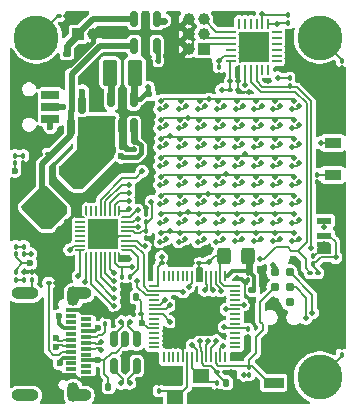
<source format=gbr>
%TF.GenerationSoftware,KiCad,Pcbnew,9.0.1*%
%TF.CreationDate,2025-04-25T01:04:06-07:00*%
%TF.ProjectId,microcouple,6d696372-6f63-46f7-9570-6c652e6b6963,rev?*%
%TF.SameCoordinates,Original*%
%TF.FileFunction,Copper,L1,Top*%
%TF.FilePolarity,Positive*%
%FSLAX46Y46*%
G04 Gerber Fmt 4.6, Leading zero omitted, Abs format (unit mm)*
G04 Created by KiCad (PCBNEW 9.0.1) date 2025-04-25 01:04:06*
%MOMM*%
%LPD*%
G01*
G04 APERTURE LIST*
G04 Aperture macros list*
%AMRoundRect*
0 Rectangle with rounded corners*
0 $1 Rounding radius*
0 $2 $3 $4 $5 $6 $7 $8 $9 X,Y pos of 4 corners*
0 Add a 4 corners polygon primitive as box body*
4,1,4,$2,$3,$4,$5,$6,$7,$8,$9,$2,$3,0*
0 Add four circle primitives for the rounded corners*
1,1,$1+$1,$2,$3*
1,1,$1+$1,$4,$5*
1,1,$1+$1,$6,$7*
1,1,$1+$1,$8,$9*
0 Add four rect primitives between the rounded corners*
20,1,$1+$1,$2,$3,$4,$5,0*
20,1,$1+$1,$4,$5,$6,$7,0*
20,1,$1+$1,$6,$7,$8,$9,0*
20,1,$1+$1,$8,$9,$2,$3,0*%
%AMFreePoly0*
4,1,14,0.314644,0.085355,0.385355,0.014644,0.400000,-0.020711,0.400000,-0.050000,0.385355,-0.085355,0.350000,-0.100000,-0.350000,-0.100000,-0.385355,-0.085355,-0.400000,-0.050000,-0.400000,0.050000,-0.385355,0.085355,-0.350000,0.100000,0.279289,0.100000,0.314644,0.085355,0.314644,0.085355,$1*%
%AMFreePoly1*
4,1,14,0.385355,0.085355,0.400000,0.050000,0.400000,0.020711,0.385355,-0.014644,0.314644,-0.085355,0.279289,-0.100000,-0.350000,-0.100000,-0.385355,-0.085355,-0.400000,-0.050000,-0.400000,0.050000,-0.385355,0.085355,-0.350000,0.100000,0.350000,0.100000,0.385355,0.085355,0.385355,0.085355,$1*%
%AMFreePoly2*
4,1,14,0.085355,0.385355,0.100000,0.350000,0.100000,-0.350000,0.085355,-0.385355,0.050000,-0.400000,-0.050000,-0.400000,-0.085355,-0.385355,-0.100000,-0.350000,-0.100000,0.279289,-0.085355,0.314644,-0.014644,0.385355,0.020711,0.400000,0.050000,0.400000,0.085355,0.385355,0.085355,0.385355,$1*%
%AMFreePoly3*
4,1,14,0.014644,0.385355,0.085355,0.314644,0.100000,0.279289,0.100000,-0.350000,0.085355,-0.385355,0.050000,-0.400000,-0.050000,-0.400000,-0.085355,-0.385355,-0.100000,-0.350000,-0.100000,0.350000,-0.085355,0.385355,-0.050000,0.400000,-0.020711,0.400000,0.014644,0.385355,0.014644,0.385355,$1*%
%AMFreePoly4*
4,1,14,0.385355,0.085355,0.400000,0.050000,0.400000,-0.050000,0.385355,-0.085355,0.350000,-0.100000,-0.279289,-0.100000,-0.314644,-0.085355,-0.385355,-0.014644,-0.400000,0.020711,-0.400000,0.050000,-0.385355,0.085355,-0.350000,0.100000,0.350000,0.100000,0.385355,0.085355,0.385355,0.085355,$1*%
%AMFreePoly5*
4,1,14,0.385355,0.085355,0.400000,0.050000,0.400000,-0.050000,0.385355,-0.085355,0.350000,-0.100000,-0.350000,-0.100000,-0.385355,-0.085355,-0.400000,-0.050000,-0.400000,-0.020711,-0.385355,0.014644,-0.314644,0.085355,-0.279289,0.100000,0.350000,0.100000,0.385355,0.085355,0.385355,0.085355,$1*%
%AMFreePoly6*
4,1,14,0.085355,0.385355,0.100000,0.350000,0.100000,-0.279289,0.085355,-0.314644,0.014644,-0.385355,-0.020711,-0.400000,-0.050000,-0.400000,-0.085355,-0.385355,-0.100000,-0.350000,-0.100000,0.350000,-0.085355,0.385355,-0.050000,0.400000,0.050000,0.400000,0.085355,0.385355,0.085355,0.385355,$1*%
%AMFreePoly7*
4,1,14,0.085355,0.385355,0.100000,0.350000,0.100000,-0.350000,0.085355,-0.385355,0.050000,-0.400000,0.020711,-0.400000,-0.014644,-0.385355,-0.085355,-0.314644,-0.100000,-0.279289,-0.100000,0.350000,-0.085355,0.385355,-0.050000,0.400000,0.050000,0.400000,0.085355,0.385355,0.085355,0.385355,$1*%
G04 Aperture macros list end*
%TA.AperFunction,SMDPad,CuDef*%
%ADD10R,0.950000X0.300000*%
%TD*%
%TA.AperFunction,ComponentPad*%
%ADD11O,1.950000X1.000000*%
%TD*%
%TA.AperFunction,ComponentPad*%
%ADD12O,2.300000X1.000000*%
%TD*%
%TA.AperFunction,ComponentPad*%
%ADD13O,1.000000X1.700000*%
%TD*%
%TA.AperFunction,SMDPad,CuDef*%
%ADD14R,1.500000X0.700000*%
%TD*%
%TA.AperFunction,SMDPad,CuDef*%
%ADD15R,0.800000X1.000000*%
%TD*%
%TA.AperFunction,SMDPad,CuDef*%
%ADD16RoundRect,0.250000X0.070711X1.343503X-1.343503X-0.070711X-0.070711X-1.343503X1.343503X0.070711X0*%
%TD*%
%TA.AperFunction,SMDPad,CuDef*%
%ADD17R,1.270000X0.500000*%
%TD*%
%TA.AperFunction,SMDPad,CuDef*%
%ADD18R,1.400000X0.900000*%
%TD*%
%TA.AperFunction,SMDPad,CuDef*%
%ADD19RoundRect,0.100000X0.162635X-0.021213X-0.021213X0.162635X-0.162635X0.021213X0.021213X-0.162635X0*%
%TD*%
%TA.AperFunction,SMDPad,CuDef*%
%ADD20R,1.700000X0.900000*%
%TD*%
%TA.AperFunction,SMDPad,CuDef*%
%ADD21RoundRect,0.140000X0.140000X0.170000X-0.140000X0.170000X-0.140000X-0.170000X0.140000X-0.170000X0*%
%TD*%
%TA.AperFunction,SMDPad,CuDef*%
%ADD22RoundRect,0.100000X0.130000X0.100000X-0.130000X0.100000X-0.130000X-0.100000X0.130000X-0.100000X0*%
%TD*%
%TA.AperFunction,SMDPad,CuDef*%
%ADD23RoundRect,0.100000X-0.100000X0.130000X-0.100000X-0.130000X0.100000X-0.130000X0.100000X0.130000X0*%
%TD*%
%TA.AperFunction,SMDPad,CuDef*%
%ADD24RoundRect,0.250000X-0.375000X-0.850000X0.375000X-0.850000X0.375000X0.850000X-0.375000X0.850000X0*%
%TD*%
%TA.AperFunction,SMDPad,CuDef*%
%ADD25RoundRect,0.150000X0.150000X-0.512500X0.150000X0.512500X-0.150000X0.512500X-0.150000X-0.512500X0*%
%TD*%
%TA.AperFunction,SMDPad,CuDef*%
%ADD26RoundRect,0.150000X-0.150000X0.512500X-0.150000X-0.512500X0.150000X-0.512500X0.150000X0.512500X0*%
%TD*%
%TA.AperFunction,SMDPad,CuDef*%
%ADD27RoundRect,0.150000X0.150000X-0.587500X0.150000X0.587500X-0.150000X0.587500X-0.150000X-0.587500X0*%
%TD*%
%TA.AperFunction,SMDPad,CuDef*%
%ADD28FreePoly0,270.000000*%
%TD*%
%TA.AperFunction,SMDPad,CuDef*%
%ADD29RoundRect,0.050000X-0.050000X0.350000X-0.050000X-0.350000X0.050000X-0.350000X0.050000X0.350000X0*%
%TD*%
%TA.AperFunction,SMDPad,CuDef*%
%ADD30FreePoly1,270.000000*%
%TD*%
%TA.AperFunction,SMDPad,CuDef*%
%ADD31FreePoly2,270.000000*%
%TD*%
%TA.AperFunction,SMDPad,CuDef*%
%ADD32RoundRect,0.050000X-0.350000X0.050000X-0.350000X-0.050000X0.350000X-0.050000X0.350000X0.050000X0*%
%TD*%
%TA.AperFunction,SMDPad,CuDef*%
%ADD33FreePoly3,270.000000*%
%TD*%
%TA.AperFunction,SMDPad,CuDef*%
%ADD34FreePoly4,270.000000*%
%TD*%
%TA.AperFunction,SMDPad,CuDef*%
%ADD35FreePoly5,270.000000*%
%TD*%
%TA.AperFunction,SMDPad,CuDef*%
%ADD36FreePoly6,270.000000*%
%TD*%
%TA.AperFunction,SMDPad,CuDef*%
%ADD37FreePoly7,270.000000*%
%TD*%
%TA.AperFunction,HeatsinkPad*%
%ADD38R,2.650000X2.650000*%
%TD*%
%TA.AperFunction,SMDPad,CuDef*%
%ADD39RoundRect,0.100000X-0.130000X-0.100000X0.130000X-0.100000X0.130000X0.100000X-0.130000X0.100000X0*%
%TD*%
%TA.AperFunction,SMDPad,CuDef*%
%ADD40RoundRect,0.062500X0.062500X-0.337500X0.062500X0.337500X-0.062500X0.337500X-0.062500X-0.337500X0*%
%TD*%
%TA.AperFunction,SMDPad,CuDef*%
%ADD41RoundRect,0.062500X0.337500X-0.062500X0.337500X0.062500X-0.337500X0.062500X-0.337500X-0.062500X0*%
%TD*%
%TA.AperFunction,HeatsinkPad*%
%ADD42R,2.500000X2.500000*%
%TD*%
%TA.AperFunction,ComponentPad*%
%ADD43C,3.800000*%
%TD*%
%TA.AperFunction,SMDPad,CuDef*%
%ADD44RoundRect,0.140000X-0.170000X0.140000X-0.170000X-0.140000X0.170000X-0.140000X0.170000X0.140000X0*%
%TD*%
%TA.AperFunction,SMDPad,CuDef*%
%ADD45RoundRect,0.050000X-0.387500X-0.050000X0.387500X-0.050000X0.387500X0.050000X-0.387500X0.050000X0*%
%TD*%
%TA.AperFunction,SMDPad,CuDef*%
%ADD46RoundRect,0.050000X-0.050000X-0.387500X0.050000X-0.387500X0.050000X0.387500X-0.050000X0.387500X0*%
%TD*%
%TA.AperFunction,HeatsinkPad*%
%ADD47R,3.200000X3.200000*%
%TD*%
%TA.AperFunction,SMDPad,CuDef*%
%ADD48RoundRect,0.100000X0.100000X-0.130000X0.100000X0.130000X-0.100000X0.130000X-0.100000X-0.130000X0*%
%TD*%
%TA.AperFunction,SMDPad,CuDef*%
%ADD49RoundRect,0.250000X-0.325000X-0.450000X0.325000X-0.450000X0.325000X0.450000X-0.325000X0.450000X0*%
%TD*%
%TA.AperFunction,SMDPad,CuDef*%
%ADD50RoundRect,0.140000X0.170000X-0.140000X0.170000X0.140000X-0.170000X0.140000X-0.170000X-0.140000X0*%
%TD*%
%TA.AperFunction,ComponentPad*%
%ADD51R,1.000000X1.000000*%
%TD*%
%TA.AperFunction,ComponentPad*%
%ADD52C,1.000000*%
%TD*%
%TA.AperFunction,ConnectorPad*%
%ADD53C,0.787400*%
%TD*%
%TA.AperFunction,SMDPad,CuDef*%
%ADD54R,1.400000X1.200000*%
%TD*%
%TA.AperFunction,SMDPad,CuDef*%
%ADD55RoundRect,0.140000X-0.140000X-0.170000X0.140000X-0.170000X0.140000X0.170000X-0.140000X0.170000X0*%
%TD*%
%TA.AperFunction,ViaPad*%
%ADD56C,0.500000*%
%TD*%
%TA.AperFunction,ViaPad*%
%ADD57C,0.600000*%
%TD*%
%TA.AperFunction,Conductor*%
%ADD58C,0.200000*%
%TD*%
%TA.AperFunction,Conductor*%
%ADD59C,0.400000*%
%TD*%
%TA.AperFunction,Conductor*%
%ADD60C,0.300000*%
%TD*%
%TA.AperFunction,Conductor*%
%ADD61C,0.600000*%
%TD*%
%TA.AperFunction,Conductor*%
%ADD62C,0.500000*%
%TD*%
%TA.AperFunction,Conductor*%
%ADD63C,0.157500*%
%TD*%
G04 APERTURE END LIST*
D10*
%TO.P,J2,A1,GND*%
%TO.N,GND*%
X93147500Y-70670000D03*
%TO.P,J2,A2,TX1+*%
%TO.N,unconnected-(J2-TX1+-PadA2)*%
X93147500Y-71180000D03*
%TO.P,J2,A3,TX1-*%
%TO.N,unconnected-(J2-TX1--PadA3)*%
X93147500Y-71670000D03*
%TO.P,J2,A4,VBUS*%
%TO.N,VBUS*%
X93147500Y-72180000D03*
%TO.P,J2,A5,CC1*%
%TO.N,Net-(J2-CC1)*%
X93147500Y-72670000D03*
%TO.P,J2,A6,D+*%
%TO.N,/USB.D+*%
X93147500Y-73180000D03*
%TO.P,J2,A7,D-*%
%TO.N,/USB.D-*%
X93147500Y-73670000D03*
%TO.P,J2,A8,SBU1*%
%TO.N,unconnected-(J2-SBU1-PadA8)*%
X93147500Y-74180000D03*
%TO.P,J2,A9,VBUS*%
%TO.N,VBUS*%
X93147500Y-74670000D03*
%TO.P,J2,A10,RX2-*%
%TO.N,unconnected-(J2-RX2--PadA10)*%
X93147500Y-75180000D03*
%TO.P,J2,A11,RX2+*%
%TO.N,unconnected-(J2-RX2+-PadA11)*%
X93147500Y-75670000D03*
%TO.P,J2,A12,GND*%
%TO.N,GND*%
X93147500Y-76180000D03*
%TO.P,J2,B1,GND*%
X91847500Y-75920000D03*
%TO.P,J2,B2,TX2+*%
%TO.N,unconnected-(J2-TX2+-PadB2)*%
X91847500Y-75420000D03*
%TO.P,J2,B3,TX2-*%
%TO.N,unconnected-(J2-TX2--PadB3)*%
X91847500Y-74920000D03*
%TO.P,J2,B4,VBUS*%
%TO.N,VBUS*%
X91847500Y-74420000D03*
%TO.P,J2,B5,CC2*%
%TO.N,Net-(J2-CC2)*%
X91847500Y-73920000D03*
%TO.P,J2,B6,D+*%
%TO.N,/USB.D+*%
X91847500Y-73420000D03*
%TO.P,J2,B7,D-*%
%TO.N,/USB.D-*%
X91847500Y-72920000D03*
%TO.P,J2,B8,SBU2*%
%TO.N,unconnected-(J2-SBU2-PadB8)*%
X91847500Y-72420000D03*
%TO.P,J2,B9,VBUS*%
%TO.N,VBUS*%
X91847500Y-71920000D03*
%TO.P,J2,B10,RX1-*%
%TO.N,unconnected-(J2-RX1--PadB10)*%
X91847500Y-71420000D03*
%TO.P,J2,B11,RX1+*%
%TO.N,unconnected-(J2-RX1+-PadB11)*%
X91847500Y-70920000D03*
%TO.P,J2,B12,GND*%
%TO.N,GND*%
X91847500Y-70420000D03*
D11*
%TO.P,J2,S1,SHIELD*%
%TO.N,Net-(J2-SHIELD)*%
X92587500Y-68980000D03*
D12*
X87967500Y-68980000D03*
D13*
X92027500Y-69220000D03*
X92027500Y-77350000D03*
D11*
X92587500Y-77620000D03*
D12*
X87967500Y-77620000D03*
%TD*%
D14*
%TO.P,SW2,1,A*%
%TO.N,unconnected-(SW2-A-Pad1)*%
X90100000Y-52200000D03*
%TO.P,SW2,2,B*%
%TO.N,/Battery Management/VIN*%
X90100000Y-53200000D03*
%TO.P,SW2,3,C*%
%TO.N,/Battery Management/PWR_ENABLE*%
X90100000Y-54200000D03*
D15*
%TO.P,SW2,4,Shield*%
%TO.N,GND*%
X89400000Y-50450000D03*
X87200000Y-50450000D03*
X89400000Y-55950000D03*
X87200000Y-55950000D03*
%TD*%
D16*
%TO.P,D2,2,A*%
%TO.N,VBUS*%
X89429720Y-61570280D03*
%TO.P,D2,1,K*%
%TO.N,/Battery Management/VIN*%
X92470280Y-58529720D03*
%TD*%
D17*
%TO.P,U7,1,GND*%
%TO.N,GND*%
X113300000Y-65360000D03*
%TO.P,U7,2,VCC*%
%TO.N,+3.3V*%
X113300000Y-64090000D03*
%TO.P,U7,3,OUT*%
%TO.N,/IR.RX*%
X113300000Y-62820000D03*
%TO.P,U7,4,GND*%
%TO.N,GND*%
X113300000Y-61550000D03*
%TD*%
D18*
%TO.P,D69,1,K*%
%TO.N,Net-(D69-K)*%
X114000000Y-58950000D03*
%TO.P,D69,2,A*%
%TO.N,/IR.TX*%
X114000000Y-56250000D03*
%TD*%
D19*
%TO.P,D18,1,K*%
%TO.N,/LED Matrix/LEDMTX.C1*%
X101533683Y-61159174D03*
%TO.P,D18,2,A*%
%TO.N,/LED Matrix/LEDMTX.R2*%
X101081135Y-60706626D03*
%TD*%
D20*
%TO.P,SW1,1,1*%
%TO.N,GND*%
X109000000Y-73150000D03*
%TO.P,SW1,2,2*%
%TO.N,/~{RESET}*%
X109000000Y-76550000D03*
%TD*%
D21*
%TO.P,C1,1*%
%TO.N,VBUS*%
X95010000Y-76900000D03*
%TO.P,C1,2*%
%TO.N,GND*%
X94050000Y-76900000D03*
%TD*%
D22*
%TO.P,R9,1*%
%TO.N,VBUS*%
X89870000Y-57200000D03*
%TO.P,R9,2*%
%TO.N,GND*%
X89230000Y-57200000D03*
%TD*%
D23*
%TO.P,C10,1*%
%TO.N,+3.3VA*%
X106800000Y-67230000D03*
%TO.P,C10,2*%
%TO.N,GND*%
X106800000Y-67870000D03*
%TD*%
D19*
%TO.P,D46,1,K*%
%TO.N,/LED Matrix/LEDMTX.C5*%
X107962254Y-54759174D03*
%TO.P,D46,2,A*%
%TO.N,/LED Matrix/LEDMTX.R6*%
X107509706Y-54306626D03*
%TD*%
%TO.P,D21,1,K*%
%TO.N,/LED Matrix/LEDMTX.C2*%
X103176540Y-53135448D03*
%TO.P,D21,2,A*%
%TO.N,/LED Matrix/LEDMTX.R7*%
X102723992Y-52682900D03*
%TD*%
%TO.P,D33,1,K*%
%TO.N,/LED Matrix/LEDMTX.C3*%
X104747969Y-59559174D03*
%TO.P,D33,2,A*%
%TO.N,/LED Matrix/LEDMTX.R3*%
X104295421Y-59106626D03*
%TD*%
%TO.P,D55,1,K*%
%TO.N,/LED Matrix/LEDMTX.C6*%
X109569397Y-56359174D03*
%TO.P,D55,2,A*%
%TO.N,/LED Matrix/LEDMTX.R5*%
X109116849Y-55906626D03*
%TD*%
%TO.P,D56,1,K*%
%TO.N,/LED Matrix/LEDMTX.C6*%
X109569397Y-57959174D03*
%TO.P,D56,2,A*%
%TO.N,/LED Matrix/LEDMTX.R4*%
X109116849Y-57506626D03*
%TD*%
%TO.P,D45,1,K*%
%TO.N,/LED Matrix/LEDMTX.C5*%
X107976540Y-53135448D03*
%TO.P,D45,2,A*%
%TO.N,/LED Matrix/LEDMTX.R7*%
X107523992Y-52682900D03*
%TD*%
%TO.P,D24,1,K*%
%TO.N,/LED Matrix/LEDMTX.C2*%
X103140826Y-57959174D03*
%TO.P,D24,2,A*%
%TO.N,/LED Matrix/LEDMTX.R4*%
X102688278Y-57506626D03*
%TD*%
D24*
%TO.P,L1,1,1*%
%TO.N,Net-(U4-SW)*%
X95125000Y-50300000D03*
%TO.P,L1,2,2*%
%TO.N,+3.3V*%
X97275000Y-50300000D03*
%TD*%
D19*
%TO.P,D35,1,K*%
%TO.N,/LED Matrix/LEDMTX.C3*%
X104747969Y-62759174D03*
%TO.P,D35,2,A*%
%TO.N,/LED Matrix/LEDMTX.R1*%
X104295421Y-62306626D03*
%TD*%
D25*
%TO.P,U4,1,Vin*%
%TO.N,/Battery Management/VIN*%
X95250000Y-54837500D03*
%TO.P,U4,2,GND*%
%TO.N,GND*%
X96200000Y-54837500D03*
%TO.P,U4,3,EN*%
%TO.N,/Battery Management/PWR_ENABLE*%
X97150000Y-54837500D03*
%TO.P,U4,4,FB*%
%TO.N,+3.3V*%
X97150000Y-52562500D03*
%TO.P,U4,5,SW*%
%TO.N,Net-(U4-SW)*%
X95250000Y-52562500D03*
%TD*%
D19*
%TO.P,D37,1,K*%
%TO.N,/LED Matrix/LEDMTX.C4*%
X106376540Y-53135448D03*
%TO.P,D37,2,A*%
%TO.N,/LED Matrix/LEDMTX.R7*%
X105923992Y-52682900D03*
%TD*%
D26*
%TO.P,U3,1,STAT*%
%TO.N,/Battery Management/Charge Status*%
X99100000Y-45762500D03*
%TO.P,U3,2,V_{SS}*%
%TO.N,GND*%
X98150000Y-45762500D03*
%TO.P,U3,3,V_{BAT}*%
%TO.N,+BATT*%
X97200000Y-45762500D03*
%TO.P,U3,4,V_{DD}*%
%TO.N,VBUS*%
X97200000Y-48037500D03*
%TO.P,U3,5,PROG*%
%TO.N,Net-(U3-PROG)*%
X99100000Y-48037500D03*
%TD*%
D19*
%TO.P,D47,1,K*%
%TO.N,/LED Matrix/LEDMTX.C5*%
X107962254Y-56359174D03*
%TO.P,D47,2,A*%
%TO.N,/LED Matrix/LEDMTX.R5*%
X107509706Y-55906626D03*
%TD*%
D27*
%TO.P,Q1,1,G*%
%TO.N,VBUS*%
X91837500Y-54887500D03*
%TO.P,Q1,2,S*%
%TO.N,/Battery Management/VIN*%
X93737500Y-54887500D03*
%TO.P,Q1,3,D*%
%TO.N,+BATT*%
X92787500Y-53012500D03*
%TD*%
D28*
%TO.P,U5,1,CS4*%
%TO.N,/LED Matrix/LEDMTX.C3*%
X95950000Y-62000000D03*
D29*
%TO.P,U5,2,CS5*%
%TO.N,/LED Matrix/LEDMTX.C4*%
X95550000Y-62000000D03*
%TO.P,U5,3,CS6*%
%TO.N,/LED Matrix/LEDMTX.C5*%
X95150000Y-62000000D03*
%TO.P,U5,4,CS7*%
%TO.N,/LED Matrix/LEDMTX.C6*%
X94750000Y-62000000D03*
%TO.P,U5,5,CS8*%
%TO.N,/LED Matrix/LEDMTX.C7*%
X94350000Y-62000000D03*
%TO.P,U5,6,CS9*%
%TO.N,unconnected-(U5-CS9-Pad6)*%
X93950000Y-62000000D03*
%TO.P,U5,7,CS10*%
%TO.N,unconnected-(U5-CS10-Pad7)*%
X93550000Y-62000000D03*
D30*
%TO.P,U5,8,CS11*%
%TO.N,unconnected-(U5-CS11-Pad8)*%
X93150000Y-62000000D03*
D31*
%TO.P,U5,9,GND*%
%TO.N,GND*%
X92600000Y-62550000D03*
D32*
%TO.P,U5,10,CS12*%
%TO.N,unconnected-(U5-CS12-Pad10)*%
X92600000Y-62950000D03*
%TO.P,U5,11,CS13*%
%TO.N,unconnected-(U5-CS13-Pad11)*%
X92600000Y-63350000D03*
%TO.P,U5,12,CS14*%
%TO.N,unconnected-(U5-CS14-Pad12)*%
X92600000Y-63750000D03*
%TO.P,U5,13,CS15*%
%TO.N,unconnected-(U5-CS15-Pad13)*%
X92600000Y-64150000D03*
%TO.P,U5,14,CS16*%
%TO.N,unconnected-(U5-CS16-Pad14)*%
X92600000Y-64550000D03*
%TO.P,U5,15,SW8*%
%TO.N,/LED Matrix/LEDMTX.R7*%
X92600000Y-64950000D03*
D33*
%TO.P,U5,16,SW7*%
%TO.N,/LED Matrix/LEDMTX.R6*%
X92600000Y-65350000D03*
D34*
%TO.P,U5,17,SW6*%
%TO.N,/LED Matrix/LEDMTX.R5*%
X93150000Y-65900000D03*
D29*
%TO.P,U5,18,SW5*%
%TO.N,/LED Matrix/LEDMTX.R4*%
X93550000Y-65900000D03*
%TO.P,U5,19,SW4*%
%TO.N,/LED Matrix/LEDMTX.R3*%
X93950000Y-65900000D03*
%TO.P,U5,20,SW3*%
%TO.N,/LED Matrix/LEDMTX.R2*%
X94350000Y-65900000D03*
%TO.P,U5,21,SW2*%
%TO.N,/LED Matrix/LEDMTX.R1*%
X94750000Y-65900000D03*
%TO.P,U5,22,SW1*%
%TO.N,/LED Matrix/LEDMTX.R0*%
X95150000Y-65900000D03*
%TO.P,U5,23,VCC*%
%TO.N,+3.3V*%
X95550000Y-65900000D03*
D35*
%TO.P,U5,24,GND*%
%TO.N,GND*%
X95950000Y-65900000D03*
D36*
%TO.P,U5,25,ISET*%
%TO.N,Net-(U5-ISET)*%
X96500000Y-65350000D03*
D32*
%TO.P,U5,26,SDA*%
%TO.N,/I2C0.SDA*%
X96500000Y-64950000D03*
%TO.P,U5,27,SCL*%
%TO.N,/I2C0.SDL*%
X96500000Y-64550000D03*
%TO.P,U5,28,AD*%
%TO.N,GND*%
X96500000Y-64150000D03*
%TO.P,U5,29,~{SDB}*%
%TO.N,/~{MX_SDB}*%
X96500000Y-63750000D03*
%TO.P,U5,30,CS1*%
%TO.N,/LED Matrix/LEDMTX.C0*%
X96500000Y-63350000D03*
%TO.P,U5,31,CS2*%
%TO.N,/LED Matrix/LEDMTX.C1*%
X96500000Y-62950000D03*
D37*
%TO.P,U5,32,CS3*%
%TO.N,/LED Matrix/LEDMTX.C2*%
X96500000Y-62550000D03*
D38*
%TO.P,U5,33,GND*%
%TO.N,GND*%
X94550000Y-63950000D03*
%TD*%
D23*
%TO.P,C16,1*%
%TO.N,/Battery Management/PWR_ENABLE*%
X97150000Y-56150000D03*
%TO.P,C16,2*%
%TO.N,GND*%
X97150000Y-56790000D03*
%TD*%
D19*
%TO.P,D20,1,K*%
%TO.N,/LED Matrix/LEDMTX.C1*%
X101533683Y-64359174D03*
%TO.P,D20,2,A*%
%TO.N,/LED Matrix/LEDMTX.R0*%
X101081135Y-63906626D03*
%TD*%
D39*
%TO.P,C21,1*%
%TO.N,/CT_RESET*%
X105330000Y-51050000D03*
%TO.P,C21,2*%
%TO.N,GND*%
X105970000Y-51050000D03*
%TD*%
D19*
%TO.P,D26,1,K*%
%TO.N,/LED Matrix/LEDMTX.C2*%
X103140826Y-61159174D03*
%TO.P,D26,2,A*%
%TO.N,/LED Matrix/LEDMTX.R2*%
X102688278Y-60706626D03*
%TD*%
D40*
%TO.P,U6,1,~{SPI_CS}*%
%TO.N,GND*%
X106050000Y-50050000D03*
%TO.P,U6,2,WAKE/SPI_COPI*%
%TO.N,/CT_WAKE*%
X106550000Y-50050000D03*
%TO.P,U6,3,I2C_SDA/SPI_CPIO/SPI_CIPO*%
%TO.N,/I2C0.SDA*%
X107050000Y-50050000D03*
%TO.P,U6,4,I2C_SCL/SPI_CLK*%
%TO.N,/I2C0.SDL*%
X107550000Y-50050000D03*
%TO.P,U6,5,LED1*%
%TO.N,unconnected-(U6-LED1-Pad5)*%
X108050000Y-50050000D03*
%TO.P,U6,6,LED2*%
%TO.N,unconnected-(U6-LED2-Pad6)*%
X108550000Y-50050000D03*
D41*
%TO.P,U6,7,LED3*%
%TO.N,unconnected-(U6-LED3-Pad7)*%
X109250000Y-49350000D03*
%TO.P,U6,8,LED4*%
%TO.N,unconnected-(U6-LED4-Pad8)*%
X109250000Y-48850000D03*
%TO.P,U6,9,LED5*%
%TO.N,unconnected-(U6-LED5-Pad9)*%
X109250000Y-48350000D03*
%TO.P,U6,10,LED6*%
%TO.N,unconnected-(U6-LED6-Pad10)*%
X109250000Y-47850000D03*
%TO.P,U6,11,LED7*%
%TO.N,unconnected-(U6-LED7-Pad11)*%
X109250000Y-47350000D03*
%TO.P,U6,12,LED8*%
%TO.N,unconnected-(U6-LED8-Pad12)*%
X109250000Y-46850000D03*
D40*
%TO.P,U6,13,~{ALERT}*%
%TO.N,/~{CT_ALERT}*%
X108550000Y-46150000D03*
%TO.P,U6,14,ADDR_COMM*%
%TO.N,+3.3V*%
X108050000Y-46150000D03*
%TO.P,U6,15,CS8*%
%TO.N,unconnected-(U6-CS8-Pad15)*%
X107550000Y-46150000D03*
%TO.P,U6,16,CS7*%
%TO.N,unconnected-(U6-CS7-Pad16)*%
X107050000Y-46150000D03*
%TO.P,U6,17,CS6*%
%TO.N,unconnected-(U6-CS6-Pad17)*%
X106550000Y-46150000D03*
%TO.P,U6,18,CS5*%
%TO.N,unconnected-(U6-CS5-Pad18)*%
X106050000Y-46150000D03*
D41*
%TO.P,U6,19,CS4*%
%TO.N,/Capacitive Touch/CS4*%
X105350000Y-46850000D03*
%TO.P,U6,20,CS3*%
%TO.N,/Capacitive Touch/CS3*%
X105350000Y-47350000D03*
%TO.P,U6,21,CS2*%
%TO.N,/Capacitive Touch/CS2*%
X105350000Y-47850000D03*
%TO.P,U6,22,CS1*%
%TO.N,unconnected-(U6-CS1-Pad22)*%
X105350000Y-48350000D03*
%TO.P,U6,23,VDD*%
%TO.N,+3.3V*%
X105350000Y-48850000D03*
%TO.P,U6,24,RESET*%
%TO.N,/CT_RESET*%
X105350000Y-49350000D03*
D42*
%TO.P,U6,25,GND*%
%TO.N,GND*%
X107300000Y-48100000D03*
%TD*%
D19*
%TO.P,D30,1,K*%
%TO.N,/LED Matrix/LEDMTX.C3*%
X104747969Y-54759174D03*
%TO.P,D30,2,A*%
%TO.N,/LED Matrix/LEDMTX.R6*%
X104295421Y-54306626D03*
%TD*%
%TO.P,D22,1,K*%
%TO.N,/LED Matrix/LEDMTX.C2*%
X103140826Y-54759174D03*
%TO.P,D22,2,A*%
%TO.N,/LED Matrix/LEDMTX.R6*%
X102688278Y-54306626D03*
%TD*%
D23*
%TO.P,C22,1*%
%TO.N,+3.3V*%
X104350000Y-49830000D03*
%TO.P,C22,2*%
%TO.N,GND*%
X104350000Y-50470000D03*
%TD*%
D19*
%TO.P,D11,1,K*%
%TO.N,/LED Matrix/LEDMTX.C0*%
X99926540Y-62759174D03*
%TO.P,D11,2,A*%
%TO.N,/LED Matrix/LEDMTX.R1*%
X99473992Y-62306626D03*
%TD*%
%TO.P,D54,1,K*%
%TO.N,/LED Matrix/LEDMTX.C6*%
X109569397Y-54759174D03*
%TO.P,D54,2,A*%
%TO.N,/LED Matrix/LEDMTX.R6*%
X109116849Y-54306626D03*
%TD*%
D23*
%TO.P,R3,1*%
%TO.N,Net-(D1-K)*%
X87800000Y-57330000D03*
%TO.P,R3,2*%
%TO.N,GND*%
X87800000Y-57970000D03*
%TD*%
D19*
%TO.P,D60,1,K*%
%TO.N,/LED Matrix/LEDMTX.C6*%
X109569397Y-64359174D03*
%TO.P,D60,2,A*%
%TO.N,/LED Matrix/LEDMTX.R0*%
X109116849Y-63906626D03*
%TD*%
%TO.P,D9,1,K*%
%TO.N,/LED Matrix/LEDMTX.C0*%
X99926540Y-59559174D03*
%TO.P,D9,2,A*%
%TO.N,/LED Matrix/LEDMTX.R3*%
X99473992Y-59106626D03*
%TD*%
D43*
%TO.P,H2,1,1*%
%TO.N,Net-(C25-Pad1)*%
X112900000Y-47350000D03*
%TD*%
D23*
%TO.P,R11,1*%
%TO.N,Net-(D3-A)*%
X87850000Y-65025000D03*
%TO.P,R11,2*%
%TO.N,VBUS*%
X87850000Y-65665000D03*
%TD*%
D19*
%TO.P,D14,1,K*%
%TO.N,/LED Matrix/LEDMTX.C1*%
X101533683Y-54759174D03*
%TO.P,D14,2,A*%
%TO.N,/LED Matrix/LEDMTX.R6*%
X101081135Y-54306626D03*
%TD*%
D44*
%TO.P,C17,1*%
%TO.N,+3.3V*%
X98400000Y-52120000D03*
%TO.P,C17,2*%
%TO.N,GND*%
X98400000Y-53080000D03*
%TD*%
D19*
%TO.P,D40,1,K*%
%TO.N,/LED Matrix/LEDMTX.C4*%
X106355111Y-57959174D03*
%TO.P,D40,2,A*%
%TO.N,/LED Matrix/LEDMTX.R4*%
X105902563Y-57506626D03*
%TD*%
%TO.P,D31,1,K*%
%TO.N,/LED Matrix/LEDMTX.C3*%
X104747969Y-56359174D03*
%TO.P,D31,2,A*%
%TO.N,/LED Matrix/LEDMTX.R5*%
X104295421Y-55906626D03*
%TD*%
%TO.P,D12,1,K*%
%TO.N,/LED Matrix/LEDMTX.C0*%
X99926540Y-64359174D03*
%TO.P,D12,2,A*%
%TO.N,/LED Matrix/LEDMTX.R0*%
X99473992Y-63906626D03*
%TD*%
D45*
%TO.P,U2,1,IOVDD*%
%TO.N,+3.3V*%
X98862500Y-68350000D03*
%TO.P,U2,2,GPIO0*%
%TO.N,/I2C0.SDA*%
X98862500Y-68750000D03*
%TO.P,U2,3,GPIO1*%
%TO.N,/I2C0.SDL*%
X98862500Y-69150000D03*
%TO.P,U2,4,GPIO2*%
%TO.N,unconnected-(U2-GPIO2-Pad4)*%
X98862500Y-69550000D03*
%TO.P,U2,5,GPIO3*%
%TO.N,/CT_RESET*%
X98862500Y-69950000D03*
%TO.P,U2,6,GPIO4*%
%TO.N,/CT_WAKE*%
X98862500Y-70350000D03*
%TO.P,U2,7,GPIO5*%
%TO.N,/~{CT_ALERT}*%
X98862500Y-70750000D03*
%TO.P,U2,8,GPIO6*%
%TO.N,unconnected-(U2-GPIO6-Pad8)*%
X98862500Y-71150000D03*
%TO.P,U2,9,GPIO7*%
%TO.N,unconnected-(U2-GPIO7-Pad9)*%
X98862500Y-71550000D03*
%TO.P,U2,10,IOVDD*%
%TO.N,+3.3V*%
X98862500Y-71950000D03*
%TO.P,U2,11,GPIO8*%
%TO.N,unconnected-(U2-GPIO8-Pad11)*%
X98862500Y-72350000D03*
%TO.P,U2,12,GPIO9*%
%TO.N,unconnected-(U2-GPIO9-Pad12)*%
X98862500Y-72750000D03*
%TO.P,U2,13,GPIO10*%
%TO.N,unconnected-(U2-GPIO10-Pad13)*%
X98862500Y-73150000D03*
%TO.P,U2,14,GPIO11*%
%TO.N,unconnected-(U2-GPIO11-Pad14)*%
X98862500Y-73550000D03*
D46*
%TO.P,U2,15,GPIO12*%
%TO.N,unconnected-(U2-GPIO12-Pad15)*%
X99700000Y-74387500D03*
%TO.P,U2,16,GPIO13*%
%TO.N,unconnected-(U2-GPIO13-Pad16)*%
X100100000Y-74387500D03*
%TO.P,U2,17,GPIO14*%
%TO.N,unconnected-(U2-GPIO14-Pad17)*%
X100500000Y-74387500D03*
%TO.P,U2,18,GPIO15*%
%TO.N,unconnected-(U2-GPIO15-Pad18)*%
X100900000Y-74387500D03*
%TO.P,U2,19,TESTEN*%
%TO.N,GND*%
X101300000Y-74387500D03*
%TO.P,U2,20,XIN*%
%TO.N,/XIN*%
X101700000Y-74387500D03*
%TO.P,U2,21,XOUT*%
%TO.N,/XOUT*%
X102100000Y-74387500D03*
%TO.P,U2,22,IOVDD*%
%TO.N,+3.3V*%
X102500000Y-74387500D03*
%TO.P,U2,23,DVDD*%
%TO.N,+1V1*%
X102900000Y-74387500D03*
%TO.P,U2,24,SWCLK*%
%TO.N,/SWCLK*%
X103300000Y-74387500D03*
%TO.P,U2,25,SWD*%
%TO.N,/SWDIO*%
X103700000Y-74387500D03*
%TO.P,U2,26,RUN*%
%TO.N,/~{RESET}*%
X104100000Y-74387500D03*
%TO.P,U2,27,GPIO16*%
%TO.N,/~{MX_SDB}*%
X104500000Y-74387500D03*
%TO.P,U2,28,GPIO17*%
%TO.N,unconnected-(U2-GPIO17-Pad28)*%
X104900000Y-74387500D03*
D45*
%TO.P,U2,29,GPIO18*%
%TO.N,unconnected-(U2-GPIO18-Pad29)*%
X105737500Y-73550000D03*
%TO.P,U2,30,GPIO19*%
%TO.N,unconnected-(U2-GPIO19-Pad30)*%
X105737500Y-73150000D03*
%TO.P,U2,31,GPIO20*%
%TO.N,unconnected-(U2-GPIO20-Pad31)*%
X105737500Y-72750000D03*
%TO.P,U2,32,GPIO21*%
%TO.N,unconnected-(U2-GPIO21-Pad32)*%
X105737500Y-72350000D03*
%TO.P,U2,33,IOVDD*%
%TO.N,+3.3V*%
X105737500Y-71950000D03*
%TO.P,U2,34,GPIO22*%
%TO.N,unconnected-(U2-GPIO22-Pad34)*%
X105737500Y-71550000D03*
%TO.P,U2,35,GPIO23*%
%TO.N,unconnected-(U2-GPIO23-Pad35)*%
X105737500Y-71150000D03*
%TO.P,U2,36,GPIO24*%
%TO.N,unconnected-(U2-GPIO24-Pad36)*%
X105737500Y-70750000D03*
%TO.P,U2,37,GPIO25*%
%TO.N,/IR.TX*%
X105737500Y-70350000D03*
%TO.P,U2,38,GPIO26_ADC0*%
%TO.N,/IR.RX*%
X105737500Y-69950000D03*
%TO.P,U2,39,GPIO27_ADC1*%
%TO.N,unconnected-(U2-GPIO27_ADC1-Pad39)*%
X105737500Y-69550000D03*
%TO.P,U2,40,GPIO28_ADC2*%
%TO.N,unconnected-(U2-GPIO28_ADC2-Pad40)*%
X105737500Y-69150000D03*
%TO.P,U2,41,GPIO29_ADC3*%
%TO.N,unconnected-(U2-GPIO29_ADC3-Pad41)*%
X105737500Y-68750000D03*
%TO.P,U2,42,IOVDD*%
%TO.N,+3.3V*%
X105737500Y-68350000D03*
D46*
%TO.P,U2,43,ADC_AVDD*%
%TO.N,+3.3VA*%
X104900000Y-67512500D03*
%TO.P,U2,44,VREG_IN*%
%TO.N,+3.3V*%
X104500000Y-67512500D03*
%TO.P,U2,45,VREG_VOUT*%
%TO.N,+1V1*%
X104100000Y-67512500D03*
%TO.P,U2,46,USB_DM*%
%TO.N,/USB.D_PROTECTED-*%
X103700000Y-67512500D03*
%TO.P,U2,47,USB_DP*%
%TO.N,/USB.D_PROTECTED+*%
X103300000Y-67512500D03*
%TO.P,U2,48,USB_VDD*%
%TO.N,+3.3V*%
X102900000Y-67512500D03*
%TO.P,U2,49,IOVDD*%
X102500000Y-67512500D03*
%TO.P,U2,50,DVDD*%
%TO.N,+1V1*%
X102100000Y-67512500D03*
%TO.P,U2,51,QSPI_SD3*%
%TO.N,unconnected-(U2-QSPI_SD3-Pad51)*%
X101700000Y-67512500D03*
%TO.P,U2,52,QSPI_SCLK*%
%TO.N,unconnected-(U2-QSPI_SCLK-Pad52)*%
X101300000Y-67512500D03*
%TO.P,U2,53,QSPI_SD0*%
%TO.N,unconnected-(U2-QSPI_SD0-Pad53)*%
X100900000Y-67512500D03*
%TO.P,U2,54,QSPI_SD2*%
%TO.N,unconnected-(U2-QSPI_SD2-Pad54)*%
X100500000Y-67512500D03*
%TO.P,U2,55,QSPI_SD1*%
%TO.N,unconnected-(U2-QSPI_SD1-Pad55)*%
X100100000Y-67512500D03*
%TO.P,U2,56,QSPI_SS*%
%TO.N,unconnected-(U2-QSPI_SS-Pad56)*%
X99700000Y-67512500D03*
D47*
%TO.P,U2,57,GND*%
%TO.N,GND*%
X102300000Y-70950000D03*
%TD*%
D48*
%TO.P,C2,1*%
%TO.N,Net-(J2-SHIELD)*%
X88550000Y-67820000D03*
%TO.P,C2,2*%
%TO.N,GND*%
X88550000Y-67180000D03*
%TD*%
D19*
%TO.P,D5,1,K*%
%TO.N,/LED Matrix/LEDMTX.C0*%
X99926540Y-53135448D03*
%TO.P,D5,2,A*%
%TO.N,/LED Matrix/LEDMTX.R7*%
X99473992Y-52682900D03*
%TD*%
%TO.P,D58,1,K*%
%TO.N,/LED Matrix/LEDMTX.C6*%
X109569397Y-61159174D03*
%TO.P,D58,2,A*%
%TO.N,/LED Matrix/LEDMTX.R2*%
X109116849Y-60706626D03*
%TD*%
D49*
%TO.P,FB1,1*%
%TO.N,+3.3V*%
X104775000Y-65850000D03*
%TO.P,FB1,2*%
%TO.N,+3.3VA*%
X106825000Y-65850000D03*
%TD*%
D43*
%TO.P,H3,1,1*%
%TO.N,Net-(C26-Pad1)*%
X112900000Y-76100000D03*
%TD*%
D19*
%TO.P,D67,1,K*%
%TO.N,/LED Matrix/LEDMTX.C7*%
X111176540Y-62759174D03*
%TO.P,D67,2,A*%
%TO.N,/LED Matrix/LEDMTX.R1*%
X110723992Y-62306626D03*
%TD*%
%TO.P,D39,1,K*%
%TO.N,/LED Matrix/LEDMTX.C4*%
X106355111Y-56359174D03*
%TO.P,D39,2,A*%
%TO.N,/LED Matrix/LEDMTX.R5*%
X105902563Y-55906626D03*
%TD*%
D50*
%TO.P,C14,1*%
%TO.N,VBUS*%
X95950000Y-48010000D03*
%TO.P,C14,2*%
%TO.N,GND*%
X95950000Y-47050000D03*
%TD*%
D19*
%TO.P,D23,1,K*%
%TO.N,/LED Matrix/LEDMTX.C2*%
X103140826Y-56359174D03*
%TO.P,D23,2,A*%
%TO.N,/LED Matrix/LEDMTX.R5*%
X102688278Y-55906626D03*
%TD*%
D23*
%TO.P,R13,1*%
%TO.N,Net-(U5-ISET)*%
X96850000Y-67630000D03*
%TO.P,R13,2*%
%TO.N,GND*%
X96850000Y-68270000D03*
%TD*%
D19*
%TO.P,D19,1,K*%
%TO.N,/LED Matrix/LEDMTX.C1*%
X101533683Y-62759174D03*
%TO.P,D19,2,A*%
%TO.N,/LED Matrix/LEDMTX.R1*%
X101081135Y-62306626D03*
%TD*%
%TO.P,D44,1,K*%
%TO.N,/LED Matrix/LEDMTX.C4*%
X106355111Y-64359174D03*
%TO.P,D44,2,A*%
%TO.N,/LED Matrix/LEDMTX.R0*%
X105902563Y-63906626D03*
%TD*%
D23*
%TO.P,C20,1*%
%TO.N,+3.3V*%
X96150000Y-67630000D03*
%TO.P,C20,2*%
%TO.N,GND*%
X96150000Y-68270000D03*
%TD*%
D19*
%TO.P,D66,1,K*%
%TO.N,/LED Matrix/LEDMTX.C7*%
X111176540Y-61159174D03*
%TO.P,D66,2,A*%
%TO.N,/LED Matrix/LEDMTX.R2*%
X110723992Y-60706626D03*
%TD*%
D51*
%TO.P,J4,1,Pin_1*%
%TO.N,/Capacitive Touch/CS2*%
X103065000Y-48298000D03*
D52*
%TO.P,J4,2,Pin_2*%
%TO.N,GND*%
X101795000Y-48298000D03*
%TO.P,J4,3,Pin_3*%
%TO.N,/Capacitive Touch/CS3*%
X103065000Y-47028000D03*
%TO.P,J4,4,Pin_4*%
%TO.N,GND*%
X101795000Y-47028000D03*
%TO.P,J4,5,Pin_5*%
%TO.N,/Capacitive Touch/CS4*%
X103065000Y-45758000D03*
%TO.P,J4,6,Pin_6*%
%TO.N,GND*%
X101795000Y-45758000D03*
%TD*%
D39*
%TO.P,C12,1*%
%TO.N,+1V1*%
X104230000Y-75650000D03*
%TO.P,C12,2*%
%TO.N,GND*%
X104870000Y-75650000D03*
%TD*%
%TO.P,C19,1*%
%TO.N,+3.3V*%
X99510000Y-66450000D03*
%TO.P,C19,2*%
%TO.N,GND*%
X100150000Y-66450000D03*
%TD*%
D19*
%TO.P,D8,1,K*%
%TO.N,/LED Matrix/LEDMTX.C0*%
X99926540Y-57959174D03*
%TO.P,D8,2,A*%
%TO.N,/LED Matrix/LEDMTX.R4*%
X99473992Y-57506626D03*
%TD*%
D22*
%TO.P,C6,1*%
%TO.N,+3.3V*%
X102720000Y-66450000D03*
%TO.P,C6,2*%
%TO.N,GND*%
X102080000Y-66450000D03*
%TD*%
D19*
%TO.P,D36,1,K*%
%TO.N,/LED Matrix/LEDMTX.C3*%
X104747969Y-64359174D03*
%TO.P,D36,2,A*%
%TO.N,/LED Matrix/LEDMTX.R0*%
X104295421Y-63906626D03*
%TD*%
%TO.P,D53,1,K*%
%TO.N,/LED Matrix/LEDMTX.C6*%
X109576540Y-53135448D03*
%TO.P,D53,2,A*%
%TO.N,/LED Matrix/LEDMTX.R7*%
X109123992Y-52682900D03*
%TD*%
%TO.P,D68,1,K*%
%TO.N,/LED Matrix/LEDMTX.C7*%
X111176540Y-64359174D03*
%TO.P,D68,2,A*%
%TO.N,/LED Matrix/LEDMTX.R0*%
X110723992Y-63906626D03*
%TD*%
%TO.P,D6,1,K*%
%TO.N,/LED Matrix/LEDMTX.C0*%
X99926540Y-54759174D03*
%TO.P,D6,2,A*%
%TO.N,/LED Matrix/LEDMTX.R6*%
X99473992Y-54306626D03*
%TD*%
D25*
%TO.P,U1,1,I/O1*%
%TO.N,/USB.D+*%
X95500000Y-75137500D03*
%TO.P,U1,2,GND*%
%TO.N,GND*%
X96450000Y-75137500D03*
%TO.P,U1,3,I/O2*%
%TO.N,/USB.D-*%
X97400000Y-75137500D03*
%TO.P,U1,4,I/O2*%
%TO.N,/USB.D_PROTECTED-*%
X97400000Y-72862500D03*
%TO.P,U1,5,VBUS*%
%TO.N,VBUS*%
X96450000Y-72862500D03*
%TO.P,U1,6,I/O1*%
%TO.N,/USB.D_PROTECTED+*%
X95500000Y-72862500D03*
%TD*%
D19*
%TO.P,D27,1,K*%
%TO.N,/LED Matrix/LEDMTX.C2*%
X103140826Y-62759174D03*
%TO.P,D27,2,A*%
%TO.N,/LED Matrix/LEDMTX.R1*%
X102688278Y-62306626D03*
%TD*%
%TO.P,D57,1,K*%
%TO.N,/LED Matrix/LEDMTX.C6*%
X109569397Y-59559174D03*
%TO.P,D57,2,A*%
%TO.N,/LED Matrix/LEDMTX.R3*%
X109116849Y-59106626D03*
%TD*%
D39*
%TO.P,R1,1*%
%TO.N,Net-(J2-CC2)*%
X89950000Y-68100000D03*
%TO.P,R1,2*%
%TO.N,GND*%
X90590000Y-68100000D03*
%TD*%
D19*
%TO.P,D28,1,K*%
%TO.N,/LED Matrix/LEDMTX.C2*%
X103140826Y-64359174D03*
%TO.P,D28,2,A*%
%TO.N,/LED Matrix/LEDMTX.R0*%
X102688278Y-63906626D03*
%TD*%
%TO.P,D13,1,K*%
%TO.N,/LED Matrix/LEDMTX.C1*%
X101576540Y-53135448D03*
%TO.P,D13,2,A*%
%TO.N,/LED Matrix/LEDMTX.R7*%
X101123992Y-52682900D03*
%TD*%
D22*
%TO.P,R10,1*%
%TO.N,Net-(U3-PROG)*%
X99170000Y-49300000D03*
%TO.P,R10,2*%
%TO.N,GND*%
X98530000Y-49300000D03*
%TD*%
D19*
%TO.P,D63,1,K*%
%TO.N,/LED Matrix/LEDMTX.C7*%
X111176540Y-56359174D03*
%TO.P,D63,2,A*%
%TO.N,/LED Matrix/LEDMTX.R5*%
X110723992Y-55906626D03*
%TD*%
D23*
%TO.P,R12,1*%
%TO.N,GND*%
X87850000Y-67210000D03*
%TO.P,R12,2*%
%TO.N,Net-(D4-K)*%
X87850000Y-67850000D03*
%TD*%
D19*
%TO.P,D64,1,K*%
%TO.N,/LED Matrix/LEDMTX.C7*%
X111176540Y-57959174D03*
%TO.P,D64,2,A*%
%TO.N,/LED Matrix/LEDMTX.R4*%
X110723992Y-57506626D03*
%TD*%
D48*
%TO.P,C26,1*%
%TO.N,Net-(C26-Pad1)*%
X114750000Y-74190000D03*
%TO.P,C26,2*%
%TO.N,GND*%
X114750000Y-73550000D03*
%TD*%
D23*
%TO.P,R7,1*%
%TO.N,+3.3V*%
X110350000Y-50760000D03*
%TO.P,R7,2*%
%TO.N,/I2C0.SDL*%
X110350000Y-51400000D03*
%TD*%
D19*
%TO.P,D10,1,K*%
%TO.N,/LED Matrix/LEDMTX.C0*%
X99926540Y-61159174D03*
%TO.P,D10,2,A*%
%TO.N,/LED Matrix/LEDMTX.R2*%
X99473992Y-60706626D03*
%TD*%
D23*
%TO.P,R17,1*%
%TO.N,Net-(D69-K)*%
X112700000Y-58930000D03*
%TO.P,R17,2*%
%TO.N,GND*%
X112700000Y-59570000D03*
%TD*%
D48*
%TO.P,C3,1*%
%TO.N,/XIN*%
X99300000Y-77220000D03*
%TO.P,C3,2*%
%TO.N,GND*%
X99300000Y-76580000D03*
%TD*%
D19*
%TO.P,D29,1,K*%
%TO.N,/LED Matrix/LEDMTX.C3*%
X104776540Y-53135448D03*
%TO.P,D29,2,A*%
%TO.N,/LED Matrix/LEDMTX.R7*%
X104323992Y-52682900D03*
%TD*%
D53*
%TO.P,J1,1,VCC*%
%TO.N,+3.3V*%
X109080000Y-67210000D03*
%TO.P,J1,2,SWDIO*%
%TO.N,/SWDIO*%
X110350000Y-67210000D03*
%TO.P,J1,3,~{RESET}*%
%TO.N,/~{RESET}*%
X109080000Y-68480000D03*
%TO.P,J1,4,SWCLK*%
%TO.N,/SWCLK*%
X110350000Y-68480000D03*
%TO.P,J1,5,GND*%
%TO.N,GND*%
X109080000Y-69750000D03*
%TO.P,J1,6,SWO*%
%TO.N,unconnected-(J1-SWO-Pad6)*%
X110350000Y-69750000D03*
%TD*%
D23*
%TO.P,C25,1*%
%TO.N,Net-(C25-Pad1)*%
X114750000Y-49300000D03*
%TO.P,C25,2*%
%TO.N,GND*%
X114750000Y-49940000D03*
%TD*%
%TO.P,C4,1*%
%TO.N,/XOUT*%
X104200000Y-76600000D03*
%TO.P,C4,2*%
%TO.N,GND*%
X104200000Y-77240000D03*
%TD*%
D19*
%TO.P,D16,1,K*%
%TO.N,/LED Matrix/LEDMTX.C1*%
X101533683Y-57959174D03*
%TO.P,D16,2,A*%
%TO.N,/LED Matrix/LEDMTX.R4*%
X101081135Y-57506626D03*
%TD*%
%TO.P,D51,1,K*%
%TO.N,/LED Matrix/LEDMTX.C5*%
X107962254Y-62759174D03*
%TO.P,D51,2,A*%
%TO.N,/LED Matrix/LEDMTX.R1*%
X107509706Y-62306626D03*
%TD*%
%TO.P,D7,1,K*%
%TO.N,/LED Matrix/LEDMTX.C0*%
X99926540Y-56359174D03*
%TO.P,D7,2,A*%
%TO.N,/LED Matrix/LEDMTX.R5*%
X99473992Y-55906626D03*
%TD*%
%TO.P,D49,1,K*%
%TO.N,/LED Matrix/LEDMTX.C5*%
X107962254Y-59559174D03*
%TO.P,D49,2,A*%
%TO.N,/LED Matrix/LEDMTX.R3*%
X107509706Y-59106626D03*
%TD*%
%TO.P,D59,1,K*%
%TO.N,/LED Matrix/LEDMTX.C6*%
X109569397Y-62759174D03*
%TO.P,D59,2,A*%
%TO.N,/LED Matrix/LEDMTX.R1*%
X109116849Y-62306626D03*
%TD*%
D44*
%TO.P,C9,1*%
%TO.N,+3.3VA*%
X107200000Y-68695000D03*
%TO.P,C9,2*%
%TO.N,GND*%
X107200000Y-69655000D03*
%TD*%
D22*
%TO.P,R8,1*%
%TO.N,+3.3V*%
X112740000Y-67250000D03*
%TO.P,R8,2*%
%TO.N,/I2C0.SDA*%
X112100000Y-67250000D03*
%TD*%
D19*
%TO.P,D41,1,K*%
%TO.N,/LED Matrix/LEDMTX.C4*%
X106355111Y-59559174D03*
%TO.P,D41,2,A*%
%TO.N,/LED Matrix/LEDMTX.R3*%
X105902563Y-59106626D03*
%TD*%
%TO.P,D32,1,K*%
%TO.N,/LED Matrix/LEDMTX.C3*%
X104747969Y-57959174D03*
%TO.P,D32,2,A*%
%TO.N,/LED Matrix/LEDMTX.R4*%
X104295421Y-57506626D03*
%TD*%
%TO.P,D48,1,K*%
%TO.N,/LED Matrix/LEDMTX.C5*%
X107962254Y-57959174D03*
%TO.P,D48,2,A*%
%TO.N,/LED Matrix/LEDMTX.R4*%
X107509706Y-57506626D03*
%TD*%
%TO.P,D50,1,K*%
%TO.N,/LED Matrix/LEDMTX.C5*%
X107962254Y-61159174D03*
%TO.P,D50,2,A*%
%TO.N,/LED Matrix/LEDMTX.R2*%
X107509706Y-60706626D03*
%TD*%
%TO.P,D52,1,K*%
%TO.N,/LED Matrix/LEDMTX.C5*%
X107962254Y-64359174D03*
%TO.P,D52,2,A*%
%TO.N,/LED Matrix/LEDMTX.R0*%
X107509706Y-63906626D03*
%TD*%
%TO.P,D38,1,K*%
%TO.N,/LED Matrix/LEDMTX.C4*%
X106355111Y-54759174D03*
%TO.P,D38,2,A*%
%TO.N,/LED Matrix/LEDMTX.R6*%
X105902563Y-54306626D03*
%TD*%
D23*
%TO.P,C18,1*%
%TO.N,/~{MX_SDB}*%
X98200000Y-63675000D03*
%TO.P,C18,2*%
%TO.N,GND*%
X98200000Y-64315000D03*
%TD*%
D19*
%TO.P,D25,1,K*%
%TO.N,/LED Matrix/LEDMTX.C2*%
X103140826Y-59559174D03*
%TO.P,D25,2,A*%
%TO.N,/LED Matrix/LEDMTX.R3*%
X102688278Y-59106626D03*
%TD*%
D51*
%TO.P,BT1,1,+*%
%TO.N,+BATT*%
X92455000Y-47050000D03*
D52*
%TO.P,BT1,2,-*%
%TO.N,GND*%
X93725000Y-47050000D03*
%TD*%
D23*
%TO.P,C5,1*%
%TO.N,+3.3V*%
X106800000Y-72030000D03*
%TO.P,C5,2*%
%TO.N,GND*%
X106800000Y-72670000D03*
%TD*%
D19*
%TO.P,D34,1,K*%
%TO.N,/LED Matrix/LEDMTX.C3*%
X104747969Y-61159174D03*
%TO.P,D34,2,A*%
%TO.N,/LED Matrix/LEDMTX.R2*%
X104295421Y-60706626D03*
%TD*%
D21*
%TO.P,C8,1*%
%TO.N,+3.3V*%
X97380000Y-69300000D03*
%TO.P,C8,2*%
%TO.N,GND*%
X96420000Y-69300000D03*
%TD*%
D22*
%TO.P,C7,1*%
%TO.N,+3.3V*%
X97750000Y-70750000D03*
%TO.P,C7,2*%
%TO.N,GND*%
X97110000Y-70750000D03*
%TD*%
D54*
%TO.P,X1,1,1*%
%TO.N,/XIN*%
X100650000Y-77725000D03*
%TO.P,X1,2,2*%
%TO.N,GND*%
X102850000Y-77725000D03*
%TO.P,X1,3,3*%
%TO.N,/XOUT*%
X102850000Y-76025000D03*
%TO.P,X1,4,4*%
%TO.N,GND*%
X100650000Y-76025000D03*
%TD*%
D19*
%TO.P,D65,1,K*%
%TO.N,/LED Matrix/LEDMTX.C7*%
X111176540Y-59559174D03*
%TO.P,D65,2,A*%
%TO.N,/LED Matrix/LEDMTX.R3*%
X110723992Y-59106626D03*
%TD*%
D39*
%TO.P,R16,1*%
%TO.N,/CT_RESET*%
X105330000Y-51750000D03*
%TO.P,R16,2*%
%TO.N,GND*%
X105970000Y-51750000D03*
%TD*%
D48*
%TO.P,R6,1*%
%TO.N,+3.3V*%
X106900000Y-75890000D03*
%TO.P,R6,2*%
%TO.N,/~{RESET}*%
X106900000Y-75250000D03*
%TD*%
D19*
%TO.P,D17,1,K*%
%TO.N,/LED Matrix/LEDMTX.C1*%
X101533683Y-59559174D03*
%TO.P,D17,2,A*%
%TO.N,/LED Matrix/LEDMTX.R3*%
X101081135Y-59106626D03*
%TD*%
D43*
%TO.P,H1,1,1*%
%TO.N,Net-(C24-Pad1)*%
X88900000Y-47350000D03*
%TD*%
D19*
%TO.P,D43,1,K*%
%TO.N,/LED Matrix/LEDMTX.C4*%
X106355111Y-62759174D03*
%TO.P,D43,2,A*%
%TO.N,/LED Matrix/LEDMTX.R1*%
X105902563Y-62306626D03*
%TD*%
D55*
%TO.P,C11,1*%
%TO.N,+1V1*%
X105000000Y-76550000D03*
%TO.P,C11,2*%
%TO.N,GND*%
X105960000Y-76550000D03*
%TD*%
%TO.P,C15,1*%
%TO.N,/Battery Management/VIN*%
X95240000Y-56500000D03*
%TO.P,C15,2*%
%TO.N,GND*%
X96200000Y-56500000D03*
%TD*%
D48*
%TO.P,D3,1,K*%
%TO.N,/Battery Management/Charge Status*%
X87150000Y-65665000D03*
%TO.P,D3,2,A*%
%TO.N,Net-(D3-A)*%
X87150000Y-65025000D03*
%TD*%
D44*
%TO.P,C13,1*%
%TO.N,+BATT*%
X91500000Y-48690000D03*
%TO.P,C13,2*%
%TO.N,GND*%
X91500000Y-49650000D03*
%TD*%
D23*
%TO.P,D1,1,K*%
%TO.N,Net-(D1-K)*%
X87100000Y-57335000D03*
%TO.P,D1,2,A*%
%TO.N,+3.3V*%
X87100000Y-57975000D03*
%TD*%
%TO.P,R2,1*%
%TO.N,GND*%
X94750000Y-70900000D03*
%TO.P,R2,2*%
%TO.N,Net-(J2-CC1)*%
X94750000Y-71540000D03*
%TD*%
D19*
%TO.P,D42,1,K*%
%TO.N,/LED Matrix/LEDMTX.C4*%
X106355111Y-61159174D03*
%TO.P,D42,2,A*%
%TO.N,/LED Matrix/LEDMTX.R2*%
X105902563Y-60706626D03*
%TD*%
D48*
%TO.P,D4,1,K*%
%TO.N,Net-(D4-K)*%
X87150000Y-67840000D03*
%TO.P,D4,2,A*%
%TO.N,/Battery Management/Charge Status*%
X87150000Y-67200000D03*
%TD*%
D19*
%TO.P,D15,1,K*%
%TO.N,/LED Matrix/LEDMTX.C1*%
X101533683Y-56359174D03*
%TO.P,D15,2,A*%
%TO.N,/LED Matrix/LEDMTX.R5*%
X101081135Y-55906626D03*
%TD*%
D39*
%TO.P,C24,1*%
%TO.N,Net-(C24-Pad1)*%
X90810000Y-45500000D03*
%TO.P,C24,2*%
%TO.N,GND*%
X91450000Y-45500000D03*
%TD*%
D19*
%TO.P,D62,1,K*%
%TO.N,/LED Matrix/LEDMTX.C7*%
X111176540Y-54759174D03*
%TO.P,D62,2,A*%
%TO.N,/LED Matrix/LEDMTX.R6*%
X110723992Y-54306626D03*
%TD*%
%TO.P,D61,1,K*%
%TO.N,/LED Matrix/LEDMTX.C7*%
X111176540Y-53135448D03*
%TO.P,D61,2,A*%
%TO.N,/LED Matrix/LEDMTX.R7*%
X110723992Y-52682900D03*
%TD*%
D23*
%TO.P,R15,1*%
%TO.N,+3.3V*%
X110250000Y-45430000D03*
%TO.P,R15,2*%
%TO.N,/~{CT_ALERT}*%
X110250000Y-46070000D03*
%TD*%
D48*
%TO.P,C23,1*%
%TO.N,+3.3V*%
X112300000Y-66470000D03*
%TO.P,C23,2*%
%TO.N,GND*%
X112300000Y-65830000D03*
%TD*%
%TO.P,R14,1*%
%TO.N,/~{MX_SDB}*%
X98200000Y-62915000D03*
%TO.P,R14,2*%
%TO.N,GND*%
X98200000Y-62275000D03*
%TD*%
D56*
%TO.N,GND*%
X106900000Y-51970000D03*
%TO.N,+3.3V*%
X96987654Y-66737120D03*
%TO.N,GND*%
X96750000Y-66100000D03*
%TO.N,+1V1*%
X104525297Y-68783296D03*
%TO.N,GND*%
X113050000Y-60000000D03*
D57*
X96200000Y-55850000D03*
X90900000Y-49650000D03*
D56*
X106800000Y-73300000D03*
X113300000Y-64800000D03*
X89050000Y-67200000D03*
X102647069Y-70947069D03*
X108200000Y-47200000D03*
X107200000Y-70200000D03*
X108200000Y-49000000D03*
X95550000Y-64950000D03*
D57*
X98530000Y-49880000D03*
D56*
X94550000Y-63950000D03*
D57*
X90850000Y-75950000D03*
D56*
X105400000Y-75656000D03*
X106400000Y-49000000D03*
X91450000Y-46000000D03*
D57*
X93967663Y-70682202D03*
D56*
X98680104Y-64333657D03*
X103550000Y-70000000D03*
X109446000Y-70300000D03*
X104350000Y-50950000D03*
X93550000Y-64950000D03*
X114250000Y-49950000D03*
D57*
X88650000Y-57200000D03*
X96450000Y-74150000D03*
D56*
X105250000Y-46050000D03*
D57*
X94000000Y-52650000D03*
D56*
X113300000Y-62050000D03*
D57*
X87890003Y-58600000D03*
D56*
X101050000Y-69700000D03*
X108198162Y-68598162D03*
X106400000Y-47200000D03*
X99300000Y-76100000D03*
X98200000Y-61750000D03*
D57*
X95713030Y-70738696D03*
D56*
X107300000Y-48100000D03*
X98700000Y-65950000D03*
X108500000Y-51000000D03*
D57*
X93450000Y-50600000D03*
D56*
X114000000Y-57600000D03*
X101300000Y-73500000D03*
D57*
X94150000Y-76150000D03*
D56*
X104200000Y-77750000D03*
X114250000Y-73550000D03*
D57*
X90150000Y-55950000D03*
D56*
X91100000Y-68100000D03*
X101050000Y-72200000D03*
X93550000Y-62950000D03*
X105885140Y-67709000D03*
D57*
%TO.N,+BATT*%
X92800000Y-51900000D03*
%TO.N,+3.3V*%
X97861684Y-71488316D03*
D56*
X103538532Y-66311000D03*
X98400000Y-51550000D03*
X104350000Y-49300000D03*
X108050000Y-45350000D03*
X106450000Y-75900000D03*
X102100000Y-73400000D03*
X109351849Y-50750000D03*
X99515090Y-65887324D03*
D57*
X87100000Y-58600000D03*
D56*
X104800000Y-71818999D03*
X108950000Y-66600000D03*
X114250000Y-65950000D03*
%TO.N,+1V1*%
X102740651Y-73000000D03*
X101825419Y-68422095D03*
D57*
%TO.N,VBUS*%
X90000000Y-63300000D03*
X90850000Y-70892500D03*
X91250000Y-62100000D03*
X90650000Y-62700000D03*
D56*
X88450000Y-65650000D03*
D57*
X90882498Y-74900000D03*
X94150000Y-74631000D03*
X94098434Y-71936563D03*
%TO.N,/Battery Management/VIN*%
X92800000Y-54850000D03*
X91150000Y-53200000D03*
D56*
%TO.N,/~{MX_SDB}*%
X98639377Y-61217974D03*
X104682933Y-73425830D03*
%TO.N,/CT_RESET*%
X104600000Y-51750000D03*
X99761573Y-69515346D03*
D57*
%TO.N,/Battery Management/PWR_ENABLE*%
X90100000Y-54900000D03*
X96109713Y-57400000D03*
%TO.N,/Battery Management/Charge Status*%
X88400000Y-66450000D03*
X99750000Y-45900000D03*
D56*
%TO.N,/LED Matrix/LEDMTX.R7*%
X91750127Y-65289409D03*
X103500000Y-52550000D03*
%TO.N,/LED Matrix/LEDMTX.C0*%
X99361091Y-55003296D03*
X99370104Y-53381426D03*
X99361091Y-64603296D03*
X99361091Y-61403296D03*
X99361091Y-56603296D03*
X99361091Y-59803296D03*
X99361091Y-58203296D03*
X97500000Y-63350000D03*
X99361091Y-63003296D03*
%TO.N,/LED Matrix/LEDMTX.C1*%
X100961118Y-59801697D03*
X100961118Y-64601697D03*
X100961118Y-63001697D03*
X100972858Y-53369527D03*
X100961118Y-55001697D03*
X100961118Y-56601697D03*
X100961118Y-58201697D03*
X97500000Y-62659997D03*
X100961118Y-61401697D03*
%TO.N,/LED Matrix/LEDMTX.C2*%
X102561240Y-64600000D03*
X102561240Y-55000000D03*
X102561240Y-56600000D03*
X97500000Y-61969994D03*
X102561240Y-59800000D03*
X102561240Y-63000000D03*
X102561240Y-58200000D03*
X102561240Y-61400000D03*
X102572858Y-53369527D03*
%TO.N,/LED Matrix/LEDMTX.C3*%
X104161465Y-54998210D03*
X104161465Y-64598210D03*
X96788778Y-61842452D03*
X104161465Y-62998210D03*
X104161465Y-61398210D03*
X104172858Y-53369527D03*
X104161465Y-59798210D03*
X104161465Y-58198210D03*
X104161465Y-56598210D03*
%TO.N,/LED Matrix/LEDMTX.C4*%
X105761794Y-59796333D03*
X105761794Y-54996333D03*
X96743711Y-61153923D03*
X105761794Y-64596333D03*
X105761794Y-56596333D03*
X105761794Y-61396333D03*
X105761794Y-58196333D03*
X105761794Y-62996333D03*
X105772858Y-53369527D03*
%TO.N,/LED Matrix/LEDMTX.C5*%
X107372858Y-53369527D03*
X96752321Y-60463974D03*
X107362229Y-61394371D03*
X107362229Y-59794371D03*
X107362229Y-62994371D03*
X107362229Y-56594371D03*
X107362229Y-58194371D03*
X107362229Y-54994371D03*
X107362229Y-64594371D03*
%TO.N,/LED Matrix/LEDMTX.C6*%
X108972858Y-53369527D03*
X108962772Y-58192329D03*
X96749713Y-59773976D03*
X108962772Y-56592329D03*
X108962772Y-62992329D03*
X108962772Y-59792329D03*
X108962772Y-64592329D03*
X108962772Y-61392329D03*
X108962772Y-54992329D03*
%TO.N,/LED Matrix/LEDMTX.C7*%
X110563426Y-64590213D03*
X110563426Y-61390213D03*
X110563426Y-58190213D03*
X110572858Y-53369527D03*
X110563426Y-54990213D03*
X110563426Y-59790213D03*
X97862551Y-58662551D03*
X110563426Y-56590213D03*
X110563426Y-62990213D03*
%TO.N,/LED Matrix/LEDMTX.R6*%
X101760118Y-54114948D03*
X92473521Y-67539833D03*
%TO.N,/LED Matrix/LEDMTX.R5*%
X93010000Y-68000000D03*
X100196540Y-55650000D03*
%TO.N,/LED Matrix/LEDMTX.R4*%
X95500037Y-70030012D03*
X106600000Y-57200000D03*
%TO.N,/LED Matrix/LEDMTX.R3*%
X95499926Y-69340010D03*
X105000000Y-58850000D03*
%TO.N,/LED Matrix/LEDMTX.R2*%
X95500103Y-68650008D03*
X103407314Y-60539323D03*
%TO.N,/LED Matrix/LEDMTX.R1*%
X101748808Y-62109067D03*
X95499394Y-67960006D03*
%TO.N,/LED Matrix/LEDMTX.R0*%
X100250000Y-63750000D03*
X95506364Y-67270039D03*
%TO.N,/IR.TX*%
X105000000Y-70350000D03*
X113000000Y-56250000D03*
%TO.N,/SWDIO*%
X104140003Y-73000000D03*
X112290000Y-70645630D03*
%TO.N,/SWCLK*%
X111750000Y-71100000D03*
X103450000Y-73000000D03*
%TO.N,/USB.D+*%
X94381601Y-73075000D03*
D57*
X90562129Y-73570000D03*
D56*
X96100000Y-76600000D03*
%TO.N,/USB.D-*%
X96800000Y-76600000D03*
D57*
X90562129Y-72770000D03*
D56*
X94381601Y-73775000D03*
%TO.N,/I2C0.SDL*%
X112200000Y-65150000D03*
X97451000Y-67950000D03*
X98103675Y-64989998D03*
%TO.N,/I2C0.SDA*%
X107850000Y-66100000D03*
X101337514Y-68910000D03*
%TO.N,/USB.D_PROTECTED+*%
X96100000Y-71400000D03*
X103150000Y-68703452D03*
%TO.N,/USB.D_PROTECTED-*%
X103850000Y-68703452D03*
X96800000Y-71400000D03*
%TO.N,/~{CT_ALERT}*%
X109300000Y-46150000D03*
X100250000Y-71407500D03*
%TO.N,/IR.RX*%
X106469324Y-69950001D03*
X113300000Y-63350000D03*
%TO.N,/CT_WAKE*%
X106588486Y-51360588D03*
X100259998Y-69992500D03*
%TD*%
D58*
%TO.N,GND*%
X106190000Y-51970000D02*
X106900000Y-51970000D01*
X105970000Y-51750000D02*
X106190000Y-51970000D01*
%TO.N,/CT_WAKE*%
X106550000Y-51322102D02*
X106550000Y-50050000D01*
X106588486Y-51360588D02*
X106550000Y-51322102D01*
%TO.N,Net-(U5-ISET)*%
X96500000Y-65350000D02*
X96950000Y-65350000D01*
X96950000Y-65350000D02*
X97550000Y-65950000D01*
X97550000Y-65950000D02*
X97550000Y-66930000D01*
X97550000Y-66930000D02*
X96850000Y-67630000D01*
%TO.N,+3.3V*%
X96150000Y-67630000D02*
X96150000Y-66737120D01*
X96150000Y-66737120D02*
X95905410Y-66737120D01*
X95905410Y-66737120D02*
X96987654Y-66737120D01*
X95550000Y-66381710D02*
X95905410Y-66737120D01*
X95550000Y-65900000D02*
X95550000Y-66381710D01*
%TO.N,/I2C0.SDL*%
X97451000Y-67950000D02*
X97451000Y-68412590D01*
X98188410Y-69150000D02*
X98862500Y-69150000D01*
X97451000Y-68412590D02*
X98188410Y-69150000D01*
%TO.N,GND*%
X96550000Y-65900000D02*
X96750000Y-66100000D01*
X95950000Y-65900000D02*
X96550000Y-65900000D01*
%TO.N,+1V1*%
X104525297Y-68627801D02*
X104525297Y-68783296D01*
X104100000Y-68202504D02*
X104525297Y-68627801D01*
X104100000Y-67512500D02*
X104100000Y-68202504D01*
%TO.N,+3.3V*%
X104500000Y-67512500D02*
X104500000Y-68019490D01*
X104500000Y-68019490D02*
X104830510Y-68350000D01*
X104830510Y-68350000D02*
X105737500Y-68350000D01*
X103552675Y-66311000D02*
X104013675Y-65850000D01*
X103538532Y-66311000D02*
X103552675Y-66311000D01*
X104013675Y-65850000D02*
X104775000Y-65850000D01*
X103538532Y-66311000D02*
X103538532Y-66325143D01*
X103538532Y-66325143D02*
X103413675Y-66450000D01*
X103413675Y-66450000D02*
X102720000Y-66450000D01*
D59*
%TO.N,GND*%
X93725000Y-47050000D02*
X93725000Y-47668490D01*
D58*
X114750000Y-49940000D02*
X114260000Y-49940000D01*
X96450000Y-75137500D02*
X96450000Y-74150000D01*
D60*
X90880000Y-75920000D02*
X90850000Y-75950000D01*
D58*
X106800000Y-72670000D02*
X106800000Y-73300000D01*
X106599000Y-69054000D02*
X107200000Y-69655000D01*
D61*
X96200000Y-56500000D02*
X96200000Y-55850000D01*
D58*
X106050000Y-50050000D02*
X106050000Y-50970000D01*
X98700000Y-65950000D02*
X98900000Y-65750000D01*
D60*
X93147500Y-76180000D02*
X94120000Y-76180000D01*
X91847500Y-70420000D02*
X92550000Y-70420000D01*
D59*
X96200000Y-54175001D02*
X96675001Y-53700000D01*
D58*
X104165000Y-77225000D02*
X103375000Y-77225000D01*
X114260000Y-49940000D02*
X114250000Y-49950000D01*
X106599000Y-68071000D02*
X106599000Y-69054000D01*
X87850000Y-67210000D02*
X88520000Y-67210000D01*
D59*
X94550000Y-70700000D02*
X94750000Y-70900000D01*
D58*
X87800000Y-57970000D02*
X87800000Y-58509997D01*
D59*
X98680104Y-64333657D02*
X98218657Y-64333657D01*
D58*
X104350000Y-50470000D02*
X104350000Y-50950000D01*
X100150000Y-66450000D02*
X102080000Y-66450000D01*
X94150000Y-76150000D02*
X94150000Y-76800000D01*
X88550000Y-67180000D02*
X89030000Y-67180000D01*
D59*
X96420000Y-70060000D02*
X97110000Y-70750000D01*
D58*
X98750000Y-65000000D02*
X98750000Y-64403553D01*
D61*
X90900000Y-49650000D02*
X91500000Y-49650000D01*
D58*
X105400000Y-75990000D02*
X105400000Y-75656000D01*
D60*
X91847500Y-75920000D02*
X90880000Y-75920000D01*
X93955461Y-70670000D02*
X93147500Y-70670000D01*
D58*
X90590000Y-68100000D02*
X91100000Y-68100000D01*
D60*
X94120000Y-76180000D02*
X94150000Y-76150000D01*
D58*
X98900000Y-65150000D02*
X98750000Y-65000000D01*
X106046140Y-67870000D02*
X105885140Y-67709000D01*
X106800000Y-67870000D02*
X106046140Y-67870000D01*
X98900000Y-65750000D02*
X98900000Y-65150000D01*
X113300000Y-61550000D02*
X113300000Y-62050000D01*
X113300000Y-65360000D02*
X113300000Y-64800000D01*
D61*
X96200000Y-54837500D02*
X96200000Y-55850000D01*
D58*
X99300000Y-76580000D02*
X99300000Y-76100000D01*
X89030000Y-67180000D02*
X89050000Y-67200000D01*
D59*
X89230000Y-57200000D02*
X88650000Y-57200000D01*
D58*
X100150000Y-65757144D02*
X99642856Y-65250000D01*
X95724334Y-70750000D02*
X95713030Y-70738696D01*
D59*
X93985461Y-70700000D02*
X94550000Y-70700000D01*
D58*
X104870000Y-75650000D02*
X105394000Y-75650000D01*
D59*
X109446000Y-70300000D02*
X109446000Y-70116000D01*
D58*
X101300000Y-74387500D02*
X101300000Y-73500000D01*
X91450000Y-45500000D02*
X91450000Y-46000000D01*
X105970000Y-51750000D02*
X105970000Y-51050000D01*
D59*
X93725000Y-47668490D02*
X91743490Y-49650000D01*
D58*
X100150000Y-66450000D02*
X100150000Y-65757144D01*
D62*
X89400000Y-55950000D02*
X90150000Y-55950000D01*
D58*
X98750000Y-64403553D02*
X98680104Y-64333657D01*
D59*
X95580000Y-70900000D02*
X96420000Y-70060000D01*
D58*
X112300000Y-65830000D02*
X112420000Y-65830000D01*
D59*
X91743490Y-49650000D02*
X91500000Y-49650000D01*
D58*
X87800000Y-58509997D02*
X87890003Y-58600000D01*
X99000000Y-65250000D02*
X98900000Y-65150000D01*
D60*
X93967663Y-70682202D02*
X93955461Y-70670000D01*
D59*
X97780000Y-53700000D02*
X98400000Y-53080000D01*
X93967663Y-70682202D02*
X93985461Y-70700000D01*
X96675001Y-53700000D02*
X97780000Y-53700000D01*
X96490000Y-56790000D02*
X96200000Y-56500000D01*
X96420000Y-69300000D02*
X96420000Y-70060000D01*
D58*
X105960000Y-76550000D02*
X105400000Y-75990000D01*
D60*
X92800000Y-70670000D02*
X93147500Y-70670000D01*
D59*
X96200000Y-54837500D02*
X96200000Y-54175001D01*
X98530000Y-49880000D02*
X98530000Y-49300000D01*
D58*
X104200000Y-77240000D02*
X104200000Y-77750000D01*
X96500000Y-64150000D02*
X94750000Y-64150000D01*
D60*
X92550000Y-70420000D02*
X92800000Y-70670000D01*
D61*
X95950000Y-47050000D02*
X93725000Y-47050000D01*
D59*
X97150000Y-56790000D02*
X96490000Y-56790000D01*
D58*
X105394000Y-75650000D02*
X105400000Y-75656000D01*
D59*
X94750000Y-70900000D02*
X95580000Y-70900000D01*
X107200000Y-70200000D02*
X107200000Y-69655000D01*
X109446000Y-70116000D02*
X109080000Y-69750000D01*
D58*
X112700000Y-59650000D02*
X113050000Y-60000000D01*
X106800000Y-67870000D02*
X106599000Y-68071000D01*
X98200000Y-62275000D02*
X98200000Y-61750000D01*
X112420000Y-65830000D02*
X112890000Y-65360000D01*
D59*
X98218657Y-64333657D02*
X98200000Y-64315000D01*
D58*
X99355000Y-76525000D02*
X100175000Y-76525000D01*
X99642856Y-65250000D02*
X99000000Y-65250000D01*
X114750000Y-73550000D02*
X114250000Y-73550000D01*
D62*
%TO.N,+BATT*%
X92787500Y-53012500D02*
X92787500Y-51912500D01*
D61*
X91500000Y-48005000D02*
X92455000Y-47050000D01*
D62*
X92787500Y-51912500D02*
X92800000Y-51900000D01*
X92455000Y-46995000D02*
X92784000Y-46666000D01*
X93687500Y-45762500D02*
X97200000Y-45762500D01*
D61*
X91500000Y-48670000D02*
X91500000Y-48005000D01*
D62*
X93341000Y-46109000D02*
X93687500Y-45762500D01*
X92784000Y-46666000D02*
X92784000Y-46660225D01*
X92784000Y-46660225D02*
X93335225Y-46109000D01*
X93335225Y-46109000D02*
X93341000Y-46109000D01*
D58*
%TO.N,+3.3V*%
X99200000Y-66760000D02*
X99200000Y-68300000D01*
X99510000Y-66450000D02*
X99510000Y-65892414D01*
X112419000Y-66351000D02*
X112564728Y-66351000D01*
X108080000Y-45380000D02*
X110250000Y-45380000D01*
X104500000Y-66125000D02*
X104500000Y-67512500D01*
X110350000Y-50760000D02*
X109361849Y-50760000D01*
D59*
X98400000Y-52120000D02*
X98400000Y-51550000D01*
D58*
X102500000Y-74387500D02*
X102500000Y-73800000D01*
X112564728Y-66351000D02*
X113014728Y-65901000D01*
D61*
X97150000Y-52562500D02*
X97150000Y-50425000D01*
D58*
X97861684Y-71488316D02*
X98323368Y-71950000D01*
X102500000Y-67512500D02*
X102500000Y-67000000D01*
X113014728Y-65901000D02*
X114201000Y-65901000D01*
X104800000Y-71890000D02*
X104860000Y-71950000D01*
X114201000Y-65901000D02*
X114250000Y-65950000D01*
X112740000Y-67250000D02*
X112740000Y-67090000D01*
X104350000Y-49830000D02*
X104350000Y-49300000D01*
X99510000Y-65892414D02*
X99515090Y-65887324D01*
X98323368Y-71950000D02*
X98862500Y-71950000D01*
D59*
X108950000Y-66704000D02*
X109080000Y-66834000D01*
D58*
X99515090Y-66350000D02*
X99515090Y-65887324D01*
X112300000Y-66470000D02*
X112419000Y-66351000D01*
D59*
X98080000Y-52120000D02*
X97650000Y-52550000D01*
D58*
X114250000Y-64650000D02*
X113690000Y-64090000D01*
X102900000Y-66960000D02*
X102720000Y-66780000D01*
X97861684Y-71488316D02*
X97861684Y-70861684D01*
X105737500Y-71950000D02*
X106720000Y-71950000D01*
X97750000Y-69670000D02*
X97380000Y-69300000D01*
D59*
X109080000Y-66834000D02*
X109080000Y-67210000D01*
X98400000Y-52120000D02*
X98080000Y-52120000D01*
D58*
X102900000Y-67512500D02*
X102900000Y-66960000D01*
X108050000Y-45350000D02*
X108080000Y-45380000D01*
X104860000Y-71950000D02*
X105737500Y-71950000D01*
X114250000Y-65950000D02*
X114250000Y-64650000D01*
X99510000Y-66450000D02*
X99200000Y-66760000D01*
D59*
X97650000Y-52550000D02*
X97162500Y-52550000D01*
D58*
X104350000Y-49300000D02*
X104800000Y-48850000D01*
X102720000Y-66780000D02*
X102720000Y-66450000D01*
X104800000Y-48850000D02*
X105350000Y-48850000D01*
X87100000Y-57975000D02*
X87100000Y-58600000D01*
X106460000Y-75890000D02*
X106450000Y-75900000D01*
X106900000Y-75890000D02*
X106460000Y-75890000D01*
X99200000Y-68300000D02*
X99150000Y-68350000D01*
X108050000Y-46150000D02*
X108050000Y-45350000D01*
X104800000Y-71818999D02*
X104800000Y-71890000D01*
D59*
X108950000Y-66600000D02*
X108950000Y-66704000D01*
D58*
X109361849Y-50760000D02*
X109351849Y-50750000D01*
X102500000Y-67000000D02*
X102720000Y-66780000D01*
X97861684Y-70861684D02*
X97750000Y-70750000D01*
X97750000Y-70750000D02*
X97750000Y-69670000D01*
X112740000Y-67090000D02*
X112300000Y-66650000D01*
X102500000Y-73800000D02*
X102100000Y-73400000D01*
X112300000Y-66650000D02*
X112300000Y-66470000D01*
D60*
%TO.N,+3.3VA*%
X104941000Y-67512500D02*
X105103002Y-67512500D01*
X107108617Y-66808617D02*
X107108617Y-67322179D01*
X107108617Y-67322179D02*
X107341000Y-67554562D01*
X106800000Y-67230000D02*
X106800000Y-67117234D01*
X106800000Y-66550000D02*
X106800000Y-65875000D01*
X106800000Y-67000000D02*
X106800000Y-67013562D01*
X107058617Y-66808617D02*
X106800000Y-66550000D01*
X106800000Y-67230000D02*
X106800000Y-66550000D01*
X105496502Y-67119000D02*
X106689000Y-67119000D01*
X106800000Y-67013562D02*
X107341000Y-67554562D01*
X105103002Y-67512500D02*
X105496502Y-67119000D01*
X107108617Y-66808617D02*
X107108617Y-66133617D01*
X107341000Y-67554562D02*
X107341000Y-68554000D01*
X106689000Y-67119000D02*
X106800000Y-67230000D01*
X106800000Y-67230000D02*
X106800000Y-67000000D01*
X107341000Y-68554000D02*
X107200000Y-68695000D01*
X106800000Y-67117234D02*
X107108617Y-66808617D01*
X107108617Y-66808617D02*
X107058617Y-66808617D01*
D58*
%TO.N,+1V1*%
X102891000Y-73857368D02*
X102900000Y-73866368D01*
X104230000Y-75830000D02*
X104230000Y-75650000D01*
X103696000Y-75116000D02*
X103107368Y-75116000D01*
X102100000Y-68147514D02*
X101825419Y-68422095D01*
X104230000Y-75650000D02*
X103696000Y-75116000D01*
X102100000Y-67512500D02*
X102100000Y-68147514D01*
X102900000Y-73866368D02*
X102900000Y-74387500D01*
X102900000Y-74908632D02*
X102900000Y-74387500D01*
X104950000Y-76550000D02*
X104230000Y-75830000D01*
X102891001Y-73638043D02*
X102891000Y-73857368D01*
X102740651Y-73000000D02*
X102740651Y-73487693D01*
X102740651Y-73487693D02*
X102891001Y-73638043D01*
X103107368Y-75116000D02*
X102900000Y-74908632D01*
%TO.N,VBUS*%
X94669000Y-74631000D02*
X94150000Y-74631000D01*
D60*
X91185740Y-74420000D02*
X90882498Y-74723242D01*
X90882498Y-74723242D02*
X90882498Y-74900000D01*
D58*
X88435000Y-65665000D02*
X88450000Y-65650000D01*
D60*
X94111000Y-74670000D02*
X94150000Y-74631000D01*
D58*
X95010000Y-76900000D02*
X95010000Y-76174199D01*
D62*
X91891000Y-53506933D02*
X91891000Y-50409000D01*
D60*
X93147500Y-72180000D02*
X93854997Y-72180000D01*
X91847500Y-74420000D02*
X91185740Y-74420000D01*
X91847500Y-71920000D02*
X91220000Y-71920000D01*
D58*
X89520280Y-61570280D02*
X90650000Y-62700000D01*
X89429720Y-62729720D02*
X90000000Y-63300000D01*
D59*
X90250000Y-57200000D02*
X90350000Y-57100000D01*
D62*
X91837500Y-54887500D02*
X91837500Y-53560433D01*
D58*
X95300000Y-74000000D02*
X95666968Y-74000000D01*
X87850000Y-65665000D02*
X88435000Y-65665000D01*
X90720280Y-61570280D02*
X91250000Y-62100000D01*
D62*
X91891000Y-50409000D02*
X94262500Y-48037500D01*
D58*
X95666968Y-74000000D02*
X96450000Y-73216968D01*
X95300000Y-74000000D02*
X94669000Y-74631000D01*
D60*
X90850000Y-71550000D02*
X90850000Y-70892500D01*
D62*
X90350000Y-57100000D02*
X89429720Y-58020280D01*
X91837500Y-54887500D02*
X91837500Y-55612500D01*
D60*
X93147500Y-74670000D02*
X94111000Y-74670000D01*
D59*
X89870000Y-57200000D02*
X90250000Y-57200000D01*
D62*
X89429720Y-58020280D02*
X89429720Y-61570280D01*
X91837500Y-55612500D02*
X90350000Y-57100000D01*
X91837500Y-53560433D02*
X91891000Y-53506933D01*
D60*
X93854997Y-72180000D02*
X94098434Y-71936563D01*
X91220000Y-71920000D02*
X90850000Y-71550000D01*
D62*
X94262500Y-48037500D02*
X97200000Y-48037500D01*
D58*
X94669000Y-75833199D02*
X94669000Y-74631000D01*
X95010000Y-76174199D02*
X94669000Y-75833199D01*
%TO.N,/XIN*%
X100120000Y-77220000D02*
X100650000Y-77750000D01*
X99300000Y-77220000D02*
X100120000Y-77220000D01*
X100832000Y-77750000D02*
X101700000Y-76882000D01*
X101700000Y-76882000D02*
X101700000Y-74387500D01*
%TO.N,/XOUT*%
X104175000Y-76525000D02*
X103325000Y-76525000D01*
X102100000Y-75300000D02*
X102100000Y-74387500D01*
X103325000Y-76525000D02*
X102100000Y-75300000D01*
%TO.N,Net-(J2-SHIELD)*%
X88550000Y-67820000D02*
X88550000Y-68600000D01*
D61*
%TO.N,/Battery Management/VIN*%
X93737500Y-57262500D02*
X92470280Y-58529720D01*
X93700000Y-54850000D02*
X92800000Y-54850000D01*
X95250000Y-54837500D02*
X95250000Y-56490000D01*
X95200000Y-54887500D02*
X95250000Y-54837500D01*
X95250000Y-56490000D02*
X95240000Y-56500000D01*
D62*
X90100000Y-53200000D02*
X91150000Y-53200000D01*
D61*
X93737500Y-54887500D02*
X95200000Y-54887500D01*
X93737500Y-54887500D02*
X93737500Y-57262500D01*
X93737500Y-54887500D02*
X93700000Y-54850000D01*
D58*
%TO.N,/~{MX_SDB}*%
X97134910Y-63750000D02*
X97275910Y-63891000D01*
X96500000Y-63750000D02*
X97134910Y-63750000D01*
X98741000Y-61319597D02*
X98639377Y-61217974D01*
X98054272Y-63675000D02*
X98200000Y-63675000D01*
X97865090Y-63750000D02*
X97979272Y-63750000D01*
X98200000Y-62915000D02*
X98400000Y-62915000D01*
X98741000Y-62574000D02*
X98741000Y-61319597D01*
X98400000Y-62915000D02*
X98741000Y-62574000D01*
X97724090Y-63891000D02*
X97865090Y-63750000D01*
X104500000Y-73608763D02*
X104500000Y-74387500D01*
X104682933Y-73425830D02*
X104500000Y-73608763D01*
X97979272Y-63750000D02*
X98054272Y-63675000D01*
X97275910Y-63891000D02*
X97724090Y-63891000D01*
X98200000Y-62915000D02*
X98200000Y-63675000D01*
%TO.N,/CT_RESET*%
X105330000Y-51750000D02*
X104600000Y-51750000D01*
X105330000Y-51750000D02*
X105330000Y-51050000D01*
X105330000Y-51050000D02*
X105330000Y-49370000D01*
X99400000Y-69950000D02*
X99761573Y-69588427D01*
X98862500Y-69950000D02*
X99400000Y-69950000D01*
X99761573Y-69588427D02*
X99761573Y-69515346D01*
D59*
%TO.N,/Battery Management/PWR_ENABLE*%
X97741000Y-56453850D02*
X97741000Y-57126150D01*
X97150000Y-56150000D02*
X97437150Y-56150000D01*
X97741000Y-57126150D02*
X97456150Y-57411000D01*
X96120713Y-57411000D02*
X96109713Y-57400000D01*
X97456150Y-57411000D02*
X96120713Y-57411000D01*
X97437150Y-56150000D02*
X97741000Y-56453850D01*
D62*
X90100000Y-54200000D02*
X90100000Y-54900000D01*
D61*
X97150000Y-54837500D02*
X97150000Y-56069000D01*
D58*
%TO.N,Net-(D1-K)*%
X87100000Y-57335000D02*
X87795000Y-57335000D01*
%TO.N,Net-(D3-A)*%
X87150000Y-65025000D02*
X87850000Y-65025000D01*
%TO.N,/Battery Management/Charge Status*%
X88400000Y-66450000D02*
X87705001Y-66450000D01*
X87705001Y-66450000D02*
X87150000Y-65894999D01*
D61*
X99750000Y-45900000D02*
X99237500Y-45900000D01*
D58*
X87150000Y-65894999D02*
X87150000Y-65665000D01*
X87150000Y-67005001D02*
X87150000Y-67200000D01*
X87705001Y-66450000D02*
X87150000Y-67005001D01*
D61*
X99237500Y-45900000D02*
X99100000Y-45762500D01*
D58*
%TO.N,Net-(D4-K)*%
X87150000Y-67840000D02*
X87840000Y-67840000D01*
%TO.N,/LED Matrix/LEDMTX.R7*%
X92089536Y-64950000D02*
X91750127Y-65289409D01*
X110582571Y-52541479D02*
X110723992Y-52682900D01*
X99473992Y-52682900D02*
X99615413Y-52541479D01*
X99615413Y-52541479D02*
X110582571Y-52541479D01*
X92600000Y-64950000D02*
X92089536Y-64950000D01*
%TO.N,/LED Matrix/LEDMTX.C0*%
X99926540Y-53135448D02*
X99680562Y-53381426D01*
X99926540Y-59559174D02*
X99682418Y-59803296D01*
X99682418Y-64603296D02*
X99361091Y-64603296D01*
X99682418Y-58203296D02*
X99361091Y-58203296D01*
X96500000Y-63350000D02*
X97500000Y-63350000D01*
X99926540Y-57959174D02*
X99682418Y-58203296D01*
X99926540Y-56359174D02*
X99682418Y-56603296D01*
X99926540Y-54759174D02*
X99682418Y-55003296D01*
X99682418Y-56603296D02*
X99361091Y-56603296D01*
X99926540Y-61159174D02*
X99682418Y-61403296D01*
X99680562Y-53381426D02*
X99370104Y-53381426D01*
X99682418Y-61403296D02*
X99361091Y-61403296D01*
X99926540Y-64359174D02*
X99682418Y-64603296D01*
X99926540Y-62759174D02*
X99682418Y-63003296D01*
X99682418Y-59803296D02*
X99361091Y-59803296D01*
X99682418Y-63003296D02*
X99361091Y-63003296D01*
X99682418Y-55003296D02*
X99361091Y-55003296D01*
%TO.N,/LED Matrix/LEDMTX.C1*%
X97134910Y-62950000D02*
X97424913Y-62659997D01*
X101533683Y-59559174D02*
X101291160Y-59801697D01*
X101291160Y-63001697D02*
X100961118Y-63001697D01*
X101533683Y-62759174D02*
X101291160Y-63001697D01*
X101291160Y-58201697D02*
X100961118Y-58201697D01*
X96500000Y-62950000D02*
X97134910Y-62950000D01*
X101291160Y-55001697D02*
X100961118Y-55001697D01*
X101291160Y-61401697D02*
X100961118Y-61401697D01*
X101576540Y-53135448D02*
X101342461Y-53369527D01*
X101533683Y-57959174D02*
X101291160Y-58201697D01*
X101533683Y-56359174D02*
X101291160Y-56601697D01*
X101533683Y-64359174D02*
X101291160Y-64601697D01*
X101342461Y-53369527D02*
X100972858Y-53369527D01*
X101533683Y-61159174D02*
X101291160Y-61401697D01*
X101291160Y-64601697D02*
X100961118Y-64601697D01*
X97424913Y-62659997D02*
X97500000Y-62659997D01*
X101533683Y-54759174D02*
X101291160Y-55001697D01*
X101291160Y-59801697D02*
X100961118Y-59801697D01*
X101291160Y-56601697D02*
X100961118Y-56601697D01*
%TO.N,/LED Matrix/LEDMTX.C2*%
X103140826Y-54759174D02*
X102900000Y-55000000D01*
X103140826Y-57959174D02*
X102900000Y-58200000D01*
X102942461Y-53369527D02*
X102572858Y-53369527D01*
X102900000Y-61400000D02*
X102561240Y-61400000D01*
X103140826Y-61159174D02*
X102900000Y-61400000D01*
X103140826Y-59559174D02*
X102900000Y-59800000D01*
X102900000Y-56600000D02*
X102561240Y-56600000D01*
X103140826Y-64359174D02*
X102900000Y-64600000D01*
X103140826Y-56359174D02*
X102900000Y-56600000D01*
X102900000Y-58200000D02*
X102561240Y-58200000D01*
X97275910Y-62118997D02*
X97281003Y-62118997D01*
X96850000Y-62550000D02*
X96959000Y-62441000D01*
X96959000Y-62441000D02*
X96959000Y-62435907D01*
X103176540Y-53135448D02*
X102942461Y-53369527D01*
X97281003Y-62118997D02*
X97430006Y-61969994D01*
X102900000Y-55000000D02*
X102561240Y-55000000D01*
X102900000Y-59800000D02*
X102561240Y-59800000D01*
X97430006Y-61969994D02*
X97500000Y-61969994D01*
X96500000Y-62550000D02*
X96850000Y-62550000D01*
X102900000Y-64600000D02*
X102561240Y-64600000D01*
X102900000Y-63000000D02*
X102561240Y-63000000D01*
X96959000Y-62435907D02*
X97275910Y-62118997D01*
X103140826Y-62759174D02*
X102900000Y-63000000D01*
%TO.N,/LED Matrix/LEDMTX.C3*%
X104542461Y-53369527D02*
X104172858Y-53369527D01*
X96631230Y-62000000D02*
X96788778Y-61842452D01*
X104508933Y-59798210D02*
X104161465Y-59798210D01*
X95950000Y-62000000D02*
X96631230Y-62000000D01*
X104776540Y-53135448D02*
X104542461Y-53369527D01*
X104508933Y-61398210D02*
X104161465Y-61398210D01*
X104747969Y-61159174D02*
X104508933Y-61398210D01*
X104747969Y-59559174D02*
X104508933Y-59798210D01*
X104508933Y-64598210D02*
X104161465Y-64598210D01*
X104508933Y-54998210D02*
X104161465Y-54998210D01*
X104747969Y-54759174D02*
X104508933Y-54998210D01*
X104508933Y-62998210D02*
X104161465Y-62998210D01*
X104508933Y-56598210D02*
X104161465Y-56598210D01*
X104747969Y-64359174D02*
X104508933Y-64598210D01*
X104508933Y-58198210D02*
X104161465Y-58198210D01*
X104747969Y-56359174D02*
X104508933Y-56598210D01*
X104747969Y-57959174D02*
X104508933Y-58198210D01*
X104747969Y-62759174D02*
X104508933Y-62998210D01*
%TO.N,/LED Matrix/LEDMTX.C4*%
X106117952Y-54996333D02*
X105761794Y-54996333D01*
X106355111Y-59559174D02*
X106117952Y-59796333D01*
X95896077Y-61153923D02*
X96743711Y-61153923D01*
X95550000Y-61500000D02*
X95896077Y-61153923D01*
X106355111Y-61159174D02*
X106117952Y-61396333D01*
X106142461Y-53369527D02*
X105772858Y-53369527D01*
X106117952Y-58196333D02*
X105761794Y-58196333D01*
X106355111Y-62759174D02*
X106117952Y-62996333D01*
X106117952Y-56596333D02*
X105761794Y-56596333D01*
X106355111Y-64359174D02*
X106117952Y-64596333D01*
X106117952Y-59796333D02*
X105761794Y-59796333D01*
X106117952Y-64596333D02*
X105761794Y-64596333D01*
X106355111Y-56359174D02*
X106117952Y-56596333D01*
X95550000Y-62000000D02*
X95550000Y-61500000D01*
X106117952Y-62996333D02*
X105761794Y-62996333D01*
X106376540Y-53135448D02*
X106142461Y-53369527D01*
X106355111Y-54759174D02*
X106117952Y-54996333D01*
X106117952Y-61396333D02*
X105761794Y-61396333D01*
X106355111Y-57959174D02*
X106117952Y-58196333D01*
%TO.N,/LED Matrix/LEDMTX.C5*%
X107727057Y-61394371D02*
X107362229Y-61394371D01*
X107742461Y-53369527D02*
X107372858Y-53369527D01*
X107962254Y-59559174D02*
X107727057Y-59794371D01*
X95150000Y-62000000D02*
X95150000Y-61347042D01*
X107727057Y-62994371D02*
X107362229Y-62994371D01*
X107962254Y-62759174D02*
X107727057Y-62994371D01*
X107962254Y-57959174D02*
X107727057Y-58194371D01*
X107962254Y-64359174D02*
X107727057Y-64594371D01*
X107962254Y-54759174D02*
X107727057Y-54994371D01*
X107962254Y-56359174D02*
X107727057Y-56594371D01*
X107727057Y-56594371D02*
X107362229Y-56594371D01*
X107976540Y-53135448D02*
X107742461Y-53369527D01*
X107727057Y-54994371D02*
X107362229Y-54994371D01*
X95150000Y-61347042D02*
X96033068Y-60463974D01*
X107727057Y-58194371D02*
X107362229Y-58194371D01*
X107727057Y-64594371D02*
X107362229Y-64594371D01*
X107962254Y-61159174D02*
X107727057Y-61394371D01*
X96033068Y-60463974D02*
X96752321Y-60463974D01*
X107727057Y-59794371D02*
X107362229Y-59794371D01*
%TO.N,/LED Matrix/LEDMTX.C6*%
X109336242Y-56592329D02*
X108962772Y-56592329D01*
X94750000Y-62000000D02*
X94750000Y-61194084D01*
X109569397Y-62759174D02*
X109336242Y-62992329D01*
X109336242Y-62992329D02*
X108962772Y-62992329D01*
X109336242Y-58192329D02*
X108962772Y-58192329D01*
X109336242Y-59792329D02*
X108962772Y-59792329D01*
X109342461Y-53369527D02*
X108972858Y-53369527D01*
X109569397Y-61159174D02*
X109336242Y-61392329D01*
X109569397Y-64359174D02*
X109336242Y-64592329D01*
X109569397Y-54759174D02*
X109336242Y-54992329D01*
X109576540Y-53135448D02*
X109342461Y-53369527D01*
X109336242Y-64592329D02*
X108962772Y-64592329D01*
X109336242Y-61392329D02*
X108962772Y-61392329D01*
X109336242Y-54992329D02*
X108962772Y-54992329D01*
X109569397Y-57959174D02*
X109336242Y-58192329D01*
X96170108Y-59773976D02*
X96749713Y-59773976D01*
X109569397Y-59559174D02*
X109336242Y-59792329D01*
X109569397Y-56359174D02*
X109336242Y-56592329D01*
X94750000Y-61194084D02*
X96170108Y-59773976D01*
%TO.N,/LED Matrix/LEDMTX.C7*%
X111176540Y-56359174D02*
X110945501Y-56590213D01*
X96175985Y-59215145D02*
X94350000Y-61041130D01*
X111176540Y-54759174D02*
X110945501Y-54990213D01*
X110945501Y-56590213D02*
X110563426Y-56590213D01*
X110945501Y-61390213D02*
X110563426Y-61390213D01*
X97309957Y-59215145D02*
X96175985Y-59215145D01*
X110942461Y-53369527D02*
X110572858Y-53369527D01*
X111176540Y-64359174D02*
X110945501Y-64590213D01*
X110945501Y-59790213D02*
X110563426Y-59790213D01*
X111176540Y-59559174D02*
X110945501Y-59790213D01*
X110945501Y-64590213D02*
X110563426Y-64590213D01*
X110945501Y-58190213D02*
X110563426Y-58190213D01*
X94350000Y-61041130D02*
X94350000Y-62000000D01*
X110945501Y-54990213D02*
X110563426Y-54990213D01*
X111176540Y-62759174D02*
X110945501Y-62990213D01*
X111176540Y-61159174D02*
X110945501Y-61390213D01*
X111176540Y-53135448D02*
X110942461Y-53369527D01*
X110945501Y-62990213D02*
X110563426Y-62990213D01*
X111176540Y-57959174D02*
X110945501Y-58190213D01*
X97862551Y-58662551D02*
X97309957Y-59215145D01*
%TO.N,/LED Matrix/LEDMTX.R6*%
X92600000Y-67403565D02*
X92600000Y-65350000D01*
X99473992Y-54306626D02*
X99615413Y-54165205D01*
X110582571Y-54165205D02*
X110723992Y-54306626D01*
X92505843Y-67507511D02*
X92505843Y-67497722D01*
X99615413Y-54165205D02*
X110582571Y-54165205D01*
X92473521Y-67539833D02*
X92505843Y-67507511D01*
X92505843Y-67497722D02*
X92600000Y-67403565D01*
%TO.N,/LED Matrix/LEDMTX.R5*%
X93150000Y-67860000D02*
X93010000Y-68000000D01*
X99473992Y-55906626D02*
X99615413Y-55765205D01*
X93150000Y-65900000D02*
X93150000Y-67860000D01*
X99615413Y-55765205D02*
X110582571Y-55765205D01*
X110582571Y-55765205D02*
X110723992Y-55906626D01*
%TO.N,/LED Matrix/LEDMTX.R4*%
X93550000Y-65900000D02*
X93550000Y-68155174D01*
X99473992Y-57506626D02*
X99615413Y-57365205D01*
X93550000Y-68155174D02*
X95424838Y-70030012D01*
X99615413Y-57365205D02*
X110582571Y-57365205D01*
X110582571Y-57365205D02*
X110723992Y-57506626D01*
X95424838Y-70030012D02*
X95500037Y-70030012D01*
%TO.N,/LED Matrix/LEDMTX.R3*%
X93950000Y-67870316D02*
X95419694Y-69340010D01*
X110576540Y-58959174D02*
X110723992Y-59106626D01*
X93950000Y-67870316D02*
X93950000Y-65900000D01*
X99621444Y-58959174D02*
X110576540Y-58959174D01*
X99473992Y-59106626D02*
X99621444Y-58959174D01*
X95419694Y-69340010D02*
X95499926Y-69340010D01*
%TO.N,/LED Matrix/LEDMTX.R2*%
X99615413Y-60565205D02*
X110582571Y-60565205D01*
X110582571Y-60565205D02*
X110723992Y-60706626D01*
X99473992Y-60706626D02*
X99615413Y-60565205D01*
X94350000Y-67599272D02*
X95400736Y-68650008D01*
X95400736Y-68650008D02*
X95500103Y-68650008D01*
X94350000Y-65900000D02*
X94350000Y-67599272D01*
%TO.N,/LED Matrix/LEDMTX.R1*%
X99473992Y-62306626D02*
X99615413Y-62165205D01*
X99615413Y-62165205D02*
X110582571Y-62165205D01*
X110582571Y-62165205D02*
X110723992Y-62306626D01*
X94750000Y-67278765D02*
X95431241Y-67960006D01*
X95431241Y-67960006D02*
X95499394Y-67960006D01*
X94750000Y-65900000D02*
X94750000Y-67278765D01*
%TO.N,/LED Matrix/LEDMTX.R0*%
X95150000Y-66913675D02*
X95506364Y-67270039D01*
X95150000Y-65900000D02*
X95150000Y-66913675D01*
X99615413Y-63765205D02*
X110582571Y-63765205D01*
X110582571Y-63765205D02*
X110723992Y-63906626D01*
X99473992Y-63906626D02*
X99615413Y-63765205D01*
%TO.N,/IR.TX*%
X114000000Y-56250000D02*
X113000000Y-56250000D01*
X105000000Y-70350000D02*
X105737500Y-70350000D01*
%TO.N,Net-(D69-K)*%
X114000000Y-58950000D02*
X112720000Y-58950000D01*
%TO.N,/SWDIO*%
X103700000Y-74387500D02*
X103700000Y-73650000D01*
X104140003Y-73209997D02*
X104140003Y-73000000D01*
X103700000Y-73650000D02*
X104140003Y-73209997D01*
X110360000Y-67210000D02*
X112290000Y-69140000D01*
X112290000Y-69140000D02*
X112290000Y-70645630D01*
%TO.N,/~{RESET}*%
X106900000Y-75250000D02*
X106900000Y-74650000D01*
X108091076Y-71608925D02*
X107852700Y-71370549D01*
X107500000Y-74050000D02*
X107500000Y-72678240D01*
X107500000Y-72678240D02*
X108091076Y-72087164D01*
X106850000Y-75116000D02*
X107166000Y-75116000D01*
X106900000Y-74650000D02*
X107500000Y-74050000D01*
X104100000Y-74387500D02*
X104100000Y-74908632D01*
X104100000Y-74908632D02*
X104307368Y-75116000D01*
X107852700Y-69707300D02*
X109080000Y-68480000D01*
X106900000Y-75166000D02*
X106850000Y-75116000D01*
X108091076Y-72087164D02*
X108091076Y-71608925D01*
X104307368Y-75116000D02*
X106850000Y-75116000D01*
X107852700Y-71370549D02*
X107852700Y-69707300D01*
X107166000Y-75116000D02*
X108450000Y-76400000D01*
%TO.N,/SWCLK*%
X111750000Y-69350000D02*
X111750000Y-70420540D01*
X110880000Y-68480000D02*
X111750000Y-69350000D01*
X103309000Y-74378500D02*
X103309000Y-73353132D01*
X111750000Y-70420540D02*
X111749000Y-70421540D01*
X111749000Y-70421540D02*
X111749000Y-70869720D01*
X110350000Y-68480000D02*
X110880000Y-68480000D01*
X111749000Y-70869720D02*
X111750000Y-70870720D01*
X103300000Y-74387500D02*
X103309000Y-74378500D01*
X103450000Y-73212132D02*
X103450000Y-73000000D01*
X103309000Y-73353132D02*
X103450000Y-73212132D01*
X111750000Y-70870720D02*
X111750000Y-71100000D01*
D61*
%TO.N,Net-(U4-SW)*%
X95250000Y-52562500D02*
X95250000Y-50425000D01*
D63*
%TO.N,/USB.D+*%
X91134999Y-73420000D02*
X91063749Y-73348750D01*
X91847500Y-73420000D02*
X91134999Y-73420000D01*
X96271250Y-76428750D02*
X96100000Y-76600000D01*
X93860001Y-73180000D02*
X93926251Y-73246250D01*
X90783379Y-73348750D02*
X90562129Y-73570000D01*
X96271250Y-76271250D02*
X96271250Y-76428750D01*
X93926251Y-73246250D02*
X94210351Y-73246250D01*
X95500000Y-75500000D02*
X96271250Y-76271250D01*
X91063749Y-73348750D02*
X90783379Y-73348750D01*
X94210351Y-73246250D02*
X94381601Y-73075000D01*
X93147500Y-73180000D02*
X93860001Y-73180000D01*
%TO.N,/USB.D-*%
X94210351Y-73603750D02*
X94381601Y-73775000D01*
X91063749Y-72991250D02*
X90783379Y-72991250D01*
X93147500Y-73670000D02*
X93860001Y-73670000D01*
X91847500Y-72920000D02*
X91134999Y-72920000D01*
X96628750Y-76271250D02*
X96628750Y-76428750D01*
X91134999Y-72920000D02*
X91063749Y-72991250D01*
X96628750Y-76428750D02*
X96800000Y-76600000D01*
X93926251Y-73603750D02*
X94210351Y-73603750D01*
X90783379Y-72991250D02*
X90562129Y-72770000D01*
X97400000Y-75500000D02*
X96628750Y-76271250D01*
X93860001Y-73670000D02*
X93926251Y-73603750D01*
D58*
%TO.N,Net-(J2-CC2)*%
X89950000Y-68100000D02*
X89950000Y-73807814D01*
X91062072Y-73920000D02*
X91847500Y-73920000D01*
X90811072Y-74171000D02*
X91062072Y-73920000D01*
X90313186Y-74171000D02*
X90811072Y-74171000D01*
X89950000Y-73807814D02*
X90313186Y-74171000D01*
%TO.N,Net-(J2-CC1)*%
X93147500Y-72670000D02*
X94007369Y-72670000D01*
X94476000Y-72524000D02*
X94750000Y-72250000D01*
X94750000Y-72250000D02*
X94750000Y-71540000D01*
X94153369Y-72524000D02*
X94476000Y-72524000D01*
X94007369Y-72670000D02*
X94153369Y-72524000D01*
%TO.N,/I2C0.SDL*%
X108053020Y-51550062D02*
X107550000Y-51047042D01*
X107550000Y-51047042D02*
X107550000Y-50050000D01*
X112200000Y-65100000D02*
X112191000Y-65091000D01*
X97892956Y-64989998D02*
X97452958Y-64550000D01*
X112191001Y-52738043D02*
X111003020Y-51550062D01*
X112191000Y-65091000D02*
X112191001Y-52738043D01*
X112200000Y-65150000D02*
X112200000Y-65100000D01*
X98103675Y-64989998D02*
X97892956Y-64989998D01*
X97452958Y-64550000D02*
X96500000Y-64550000D01*
X111003020Y-51550062D02*
X108053020Y-51550062D01*
%TO.N,/I2C0.SDA*%
X109226491Y-65093700D02*
X110193700Y-65093700D01*
X107050000Y-51100000D02*
X107050000Y-50050000D01*
X110500000Y-65400000D02*
X111050000Y-65400000D01*
X98862500Y-68750000D02*
X101177514Y-68750000D01*
X101177514Y-68750000D02*
X101337514Y-68910000D01*
X111800000Y-64650000D02*
X111800000Y-52900000D01*
X112100000Y-67250000D02*
X111700000Y-66850000D01*
X111700000Y-66050000D02*
X111050000Y-65400000D01*
X98862500Y-68750000D02*
X98341368Y-68750000D01*
X111700000Y-66850000D02*
X111700000Y-66050000D01*
X97991000Y-68399632D02*
X97991000Y-65641000D01*
X110841063Y-51941063D02*
X107891063Y-51941063D01*
X97300000Y-64950000D02*
X96500000Y-64950000D01*
X108220191Y-66100000D02*
X109226491Y-65093700D01*
X110193700Y-65093700D02*
X110500000Y-65400000D01*
X97991000Y-65641000D02*
X97300000Y-64950000D01*
X107850000Y-66100000D02*
X108220191Y-66100000D01*
X107891063Y-51941063D02*
X107050000Y-51100000D01*
X111050000Y-65400000D02*
X111800000Y-64650000D01*
X98341368Y-68750000D02*
X97991000Y-68399632D01*
X111800000Y-52900000D02*
X110841063Y-51941063D01*
D63*
%TO.N,/USB.D_PROTECTED+*%
X96271250Y-71571250D02*
X96100000Y-71400000D01*
X103300000Y-68168751D02*
X103300000Y-67512500D01*
X95500000Y-72500000D02*
X96271250Y-71728750D01*
X103321250Y-68190001D02*
X103321250Y-68532202D01*
X96271250Y-71728750D02*
X96271250Y-71571250D01*
X103321250Y-68532202D02*
X103150000Y-68703452D01*
X103300000Y-68168751D02*
X103321250Y-68190001D01*
%TO.N,/USB.D_PROTECTED-*%
X96628750Y-71728750D02*
X96628750Y-71571250D01*
X97400000Y-72500000D02*
X96628750Y-71728750D01*
X103678750Y-68532202D02*
X103850000Y-68703452D01*
X103678750Y-68190001D02*
X103678750Y-68532202D01*
X96628750Y-71571250D02*
X96800000Y-71400000D01*
X103700000Y-68168751D02*
X103678750Y-68190001D01*
X103700000Y-67512500D02*
X103700000Y-68168751D01*
D59*
%TO.N,Net-(U3-PROG)*%
X99170000Y-49300000D02*
X99170000Y-48107500D01*
D58*
%TO.N,/~{CT_ALERT}*%
X110250000Y-46070000D02*
X109380000Y-46070000D01*
X109300000Y-46150000D02*
X108550000Y-46150000D01*
X109380000Y-46070000D02*
X109300000Y-46150000D01*
X98862500Y-70750000D02*
X99592500Y-70750000D01*
X99592500Y-70750000D02*
X100250000Y-71407500D01*
%TO.N,/IR.RX*%
X105737500Y-69950000D02*
X106469324Y-69950001D01*
X113300000Y-62820000D02*
X113300000Y-63350000D01*
%TO.N,/CT_WAKE*%
X99902498Y-70350000D02*
X98862500Y-70350000D01*
X100259998Y-69992500D02*
X99902498Y-70350000D01*
%TO.N,/Capacitive Touch/CS2*%
X103513000Y-47850000D02*
X105350000Y-47850000D01*
X103065000Y-48298000D02*
X103513000Y-47850000D01*
%TO.N,/Capacitive Touch/CS4*%
X104157000Y-46850000D02*
X103065000Y-45758000D01*
X105350000Y-46850000D02*
X104157000Y-46850000D01*
%TO.N,/Capacitive Touch/CS3*%
X103387000Y-47350000D02*
X105350000Y-47350000D01*
X103065000Y-47028000D02*
X103387000Y-47350000D01*
%TO.N,Net-(C24-Pad1)*%
X90750000Y-45500000D02*
X88900000Y-47350000D01*
%TO.N,Net-(C25-Pad1)*%
X114750000Y-49200000D02*
X112900000Y-47350000D01*
%TO.N,Net-(C26-Pad1)*%
X114750000Y-74250000D02*
X112900000Y-76100000D01*
%TD*%
%TA.AperFunction,Conductor*%
%TO.N,/Battery Management/VIN*%
G36*
X95596212Y-53969685D02*
G01*
X95641967Y-54022489D01*
X95651911Y-54091647D01*
X95646214Y-54114955D01*
X95602354Y-54240298D01*
X95602353Y-54240300D01*
X95599500Y-54270730D01*
X95599500Y-56579056D01*
X95615275Y-56637930D01*
X95619500Y-56670023D01*
X95619500Y-56723070D01*
X95622289Y-56752814D01*
X95622291Y-56752826D01*
X95669217Y-56886928D01*
X95666527Y-56887869D01*
X95677475Y-56941724D01*
X95652165Y-57006849D01*
X95641609Y-57018865D01*
X95629193Y-57031281D01*
X95629192Y-57031283D01*
X95550139Y-57168209D01*
X95550136Y-57168216D01*
X95509213Y-57320943D01*
X95509213Y-57339425D01*
X95489528Y-57406464D01*
X95472894Y-57427106D01*
X92786319Y-60113681D01*
X92724996Y-60147166D01*
X92698638Y-60150000D01*
X92101362Y-60150000D01*
X92034323Y-60130315D01*
X92013681Y-60113681D01*
X90886319Y-58986319D01*
X90852834Y-58924996D01*
X90850000Y-58898638D01*
X90850000Y-58301362D01*
X90869685Y-58234323D01*
X90886319Y-58213681D01*
X92350000Y-56750000D01*
X92350000Y-55843118D01*
X92354225Y-55811025D01*
X92354225Y-55811023D01*
X92357045Y-55800499D01*
X92380446Y-55713164D01*
X92389647Y-55689726D01*
X92390291Y-55687883D01*
X92390293Y-55687882D01*
X92435146Y-55559699D01*
X92438000Y-55529266D01*
X92438000Y-54245734D01*
X92437490Y-54240301D01*
X92435146Y-54215301D01*
X92434345Y-54213011D01*
X92434253Y-54211210D01*
X92433536Y-54207927D01*
X92434079Y-54207808D01*
X92430784Y-54143232D01*
X92465513Y-54082605D01*
X92527507Y-54050378D01*
X92562964Y-54048599D01*
X92583234Y-54050500D01*
X92991770Y-54050500D01*
X93022199Y-54047646D01*
X93022201Y-54047646D01*
X93094094Y-54022489D01*
X93150382Y-54002793D01*
X93189084Y-53974229D01*
X93254712Y-53950259D01*
X93262717Y-53950000D01*
X95529173Y-53950000D01*
X95596212Y-53969685D01*
G37*
%TD.AperFunction*%
%TD*%
%TA.AperFunction,Conductor*%
%TO.N,VBUS*%
G36*
X89765677Y-59919685D02*
G01*
X89786319Y-59936319D01*
X91463681Y-61613681D01*
X91497166Y-61675004D01*
X91500000Y-61701362D01*
X91500000Y-62098638D01*
X91480315Y-62165677D01*
X91463681Y-62186319D01*
X90136319Y-63513681D01*
X90074996Y-63547166D01*
X90048638Y-63550000D01*
X89451362Y-63550000D01*
X89384323Y-63530315D01*
X89363681Y-63513681D01*
X87686319Y-61836319D01*
X87671615Y-61809391D01*
X87655023Y-61783573D01*
X87654131Y-61777372D01*
X87652834Y-61774996D01*
X87650000Y-61748638D01*
X87650000Y-61601362D01*
X87669685Y-61534323D01*
X87686319Y-61513681D01*
X89263681Y-59936319D01*
X89325004Y-59902834D01*
X89351362Y-59900000D01*
X89698638Y-59900000D01*
X89765677Y-59919685D01*
G37*
%TD.AperFunction*%
%TD*%
%TA.AperFunction,Conductor*%
%TO.N,+3.3V*%
G36*
X102943039Y-66769685D02*
G01*
X102988794Y-66822489D01*
X103000000Y-66874000D01*
X103000000Y-67876000D01*
X102980315Y-67943039D01*
X102927511Y-67988794D01*
X102876000Y-68000000D01*
X102524000Y-68000000D01*
X102456961Y-67980315D01*
X102411206Y-67927511D01*
X102400000Y-67876000D01*
X102400000Y-66874000D01*
X102419685Y-66806961D01*
X102472489Y-66761206D01*
X102524000Y-66750000D01*
X102876000Y-66750000D01*
X102943039Y-66769685D01*
G37*
%TD.AperFunction*%
%TD*%
%TA.AperFunction,Conductor*%
%TO.N,GND*%
G36*
X89508362Y-69342550D02*
G01*
X89545082Y-69401993D01*
X89549500Y-69434799D01*
X89549500Y-73755087D01*
X89549500Y-73860541D01*
X89559700Y-73898607D01*
X89576793Y-73962403D01*
X89596926Y-73997273D01*
X89629520Y-74053727D01*
X89992704Y-74416911D01*
X89992706Y-74416913D01*
X90067273Y-74491480D01*
X90143388Y-74535425D01*
X90158599Y-74544207D01*
X90223144Y-74561502D01*
X90282802Y-74597867D01*
X90313330Y-74660714D01*
X90310822Y-74713369D01*
X90297739Y-74762196D01*
X90281998Y-74820943D01*
X90281998Y-74979057D01*
X90318578Y-75115573D01*
X90322921Y-75131783D01*
X90322924Y-75131790D01*
X90401973Y-75268709D01*
X90401977Y-75268714D01*
X90401978Y-75268716D01*
X90513782Y-75380520D01*
X90513784Y-75380521D01*
X90513788Y-75380524D01*
X90650707Y-75459573D01*
X90650714Y-75459577D01*
X90803441Y-75500500D01*
X90803443Y-75500500D01*
X90948351Y-75500500D01*
X91015390Y-75520185D01*
X91061145Y-75572989D01*
X91070670Y-75611414D01*
X91071588Y-75611308D01*
X91074914Y-75639988D01*
X91074915Y-75639991D01*
X91120293Y-75742764D01*
X91120294Y-75742765D01*
X91199735Y-75822206D01*
X91302509Y-75867585D01*
X91327635Y-75870500D01*
X92285510Y-75870499D01*
X92352549Y-75890183D01*
X92384139Y-75919343D01*
X92393022Y-75931001D01*
X92420294Y-75992765D01*
X92499735Y-76072206D01*
X92501071Y-76072796D01*
X92508512Y-76082560D01*
X92513919Y-76096687D01*
X92554903Y-76097419D01*
X92567936Y-76102319D01*
X92602509Y-76117585D01*
X92627635Y-76120500D01*
X93667364Y-76120499D01*
X93667379Y-76120497D01*
X93667382Y-76120497D01*
X93692487Y-76117586D01*
X93692488Y-76117585D01*
X93692491Y-76117585D01*
X93795265Y-76072206D01*
X93874706Y-75992765D01*
X93920085Y-75889991D01*
X93923000Y-75864865D01*
X93922999Y-75475136D01*
X93922997Y-75475117D01*
X93919011Y-75440742D01*
X93920495Y-75440569D01*
X93918115Y-75415997D01*
X93919121Y-75402173D01*
X93920085Y-75399991D01*
X93923000Y-75374865D01*
X93922999Y-75348894D01*
X93923326Y-75344414D01*
X93934060Y-75315745D01*
X93942681Y-75286382D01*
X93946195Y-75283336D01*
X93947826Y-75278981D01*
X93972355Y-75260666D01*
X93995483Y-75240625D01*
X94000132Y-75239928D01*
X94003813Y-75237180D01*
X94031400Y-75235242D01*
X94063189Y-75230478D01*
X94070937Y-75231498D01*
X94070943Y-75231500D01*
X94070949Y-75231500D01*
X94144500Y-75231500D01*
X94211539Y-75251185D01*
X94257294Y-75303989D01*
X94268500Y-75355500D01*
X94268500Y-75780472D01*
X94268500Y-75885926D01*
X94280538Y-75930855D01*
X94295793Y-75987788D01*
X94320170Y-76030009D01*
X94348520Y-76079112D01*
X94348522Y-76079114D01*
X94534496Y-76265088D01*
X94567981Y-76326411D01*
X94562997Y-76396103D01*
X94546586Y-76426402D01*
X94476147Y-76521844D01*
X94432291Y-76647173D01*
X94432289Y-76647185D01*
X94429500Y-76676929D01*
X94429500Y-77123070D01*
X94432289Y-77152814D01*
X94432291Y-77152826D01*
X94467067Y-77252206D01*
X94476148Y-77278157D01*
X94555001Y-77384999D01*
X94661843Y-77463852D01*
X94694565Y-77475302D01*
X94787173Y-77507708D01*
X94787177Y-77507708D01*
X94787181Y-77507710D01*
X94802057Y-77509105D01*
X94816930Y-77510500D01*
X94816934Y-77510500D01*
X95203070Y-77510500D01*
X95216289Y-77509260D01*
X95232819Y-77507710D01*
X95232823Y-77507708D01*
X95232826Y-77507708D01*
X95281836Y-77490557D01*
X95358157Y-77463852D01*
X95464999Y-77384999D01*
X95543852Y-77278157D01*
X95580731Y-77172764D01*
X95587708Y-77152826D01*
X95587709Y-77152821D01*
X95587710Y-77152819D01*
X95588603Y-77143294D01*
X95614456Y-77078387D01*
X95671299Y-77037759D01*
X95741084Y-77034312D01*
X95774058Y-77047479D01*
X95887515Y-77112984D01*
X96027525Y-77150500D01*
X96027528Y-77150500D01*
X96172472Y-77150500D01*
X96172475Y-77150500D01*
X96312485Y-77112984D01*
X96388001Y-77069384D01*
X96455899Y-77052912D01*
X96511998Y-77069384D01*
X96587515Y-77112984D01*
X96727525Y-77150500D01*
X96727528Y-77150500D01*
X96872472Y-77150500D01*
X96872475Y-77150500D01*
X97012485Y-77112984D01*
X97138015Y-77040509D01*
X97240509Y-76938015D01*
X97312984Y-76812485D01*
X97350500Y-76672475D01*
X97350500Y-76527525D01*
X97312984Y-76387515D01*
X97308368Y-76379520D01*
X97263869Y-76302445D01*
X97257301Y-76275376D01*
X97247572Y-76249287D01*
X97249179Y-76241897D01*
X97247396Y-76234545D01*
X97256506Y-76208220D01*
X97262426Y-76181015D01*
X97268929Y-76172328D01*
X97270248Y-76168518D01*
X97283572Y-76152767D01*
X97299524Y-76136816D01*
X97360848Y-76103333D01*
X97387202Y-76100500D01*
X97604270Y-76100500D01*
X97634699Y-76097646D01*
X97634701Y-76097646D01*
X97698790Y-76075219D01*
X97762882Y-76052793D01*
X97872150Y-75972150D01*
X97952793Y-75862882D01*
X97981263Y-75781519D01*
X97997646Y-75734701D01*
X97997646Y-75734699D01*
X98000500Y-75704269D01*
X98000500Y-74570730D01*
X97997646Y-74540300D01*
X97997646Y-74540298D01*
X97963258Y-74442026D01*
X97952793Y-74412118D01*
X97872150Y-74302850D01*
X97762882Y-74222207D01*
X97762880Y-74222206D01*
X97634700Y-74177353D01*
X97604270Y-74174500D01*
X97604266Y-74174500D01*
X97195734Y-74174500D01*
X97195730Y-74174500D01*
X97165300Y-74177353D01*
X97165298Y-74177353D01*
X97037119Y-74222206D01*
X97037117Y-74222207D01*
X96927850Y-74302850D01*
X96847207Y-74412117D01*
X96847206Y-74412119D01*
X96802353Y-74540298D01*
X96802353Y-74540300D01*
X96799500Y-74570730D01*
X96799500Y-75512798D01*
X96779815Y-75579837D01*
X96763181Y-75600479D01*
X96537681Y-75825979D01*
X96476358Y-75859464D01*
X96406666Y-75854480D01*
X96362319Y-75825979D01*
X96136819Y-75600479D01*
X96103334Y-75539156D01*
X96100500Y-75512798D01*
X96100500Y-74570730D01*
X96097646Y-74540300D01*
X96097646Y-74540298D01*
X96063258Y-74442026D01*
X96052793Y-74412118D01*
X96017833Y-74364748D01*
X95993863Y-74299122D01*
X96009178Y-74230952D01*
X96029919Y-74203440D01*
X96371542Y-73861819D01*
X96432865Y-73828334D01*
X96459223Y-73825500D01*
X96654270Y-73825500D01*
X96684699Y-73822646D01*
X96684701Y-73822646D01*
X96758048Y-73796980D01*
X96812882Y-73777793D01*
X96851367Y-73749389D01*
X96916995Y-73725419D01*
X96985165Y-73740734D01*
X96998626Y-73749385D01*
X97037118Y-73777793D01*
X97068823Y-73788887D01*
X97165299Y-73822646D01*
X97195730Y-73825500D01*
X97195734Y-73825500D01*
X97604270Y-73825500D01*
X97634699Y-73822646D01*
X97634701Y-73822646D01*
X97708048Y-73796980D01*
X97762882Y-73777793D01*
X97872150Y-73697150D01*
X97911659Y-73643615D01*
X97929530Y-73630047D01*
X97944190Y-73613064D01*
X97956817Y-73609330D01*
X97967305Y-73601367D01*
X97989673Y-73599613D01*
X98011191Y-73593251D01*
X98023832Y-73596936D01*
X98036961Y-73595908D01*
X98056728Y-73606527D01*
X98078268Y-73612808D01*
X98086910Y-73622743D01*
X98098510Y-73628975D01*
X98109396Y-73648593D01*
X98124124Y-73665524D01*
X98130206Y-73686094D01*
X98132412Y-73690069D01*
X98134132Y-73699370D01*
X98134426Y-73701391D01*
X98185803Y-73806485D01*
X98268514Y-73889196D01*
X98268515Y-73889196D01*
X98268517Y-73889198D01*
X98373607Y-73940573D01*
X98407673Y-73945536D01*
X98441739Y-73950500D01*
X99175500Y-73950500D01*
X99242539Y-73970185D01*
X99288294Y-74022989D01*
X99299500Y-74074500D01*
X99299500Y-74808260D01*
X99309426Y-74876391D01*
X99360803Y-74981485D01*
X99443514Y-75064196D01*
X99443515Y-75064196D01*
X99443517Y-75064198D01*
X99548607Y-75115573D01*
X99582673Y-75120536D01*
X99616739Y-75125500D01*
X99616740Y-75125500D01*
X99783255Y-75125500D01*
X99783260Y-75125500D01*
X99851393Y-75115573D01*
X99851396Y-75115571D01*
X99851399Y-75115571D01*
X99860596Y-75112730D01*
X99861516Y-75115709D01*
X99914390Y-75106673D01*
X99939039Y-75113910D01*
X99939404Y-75112730D01*
X99948600Y-75115571D01*
X99948604Y-75115571D01*
X99948607Y-75115573D01*
X100016740Y-75125500D01*
X100016745Y-75125500D01*
X100183255Y-75125500D01*
X100183260Y-75125500D01*
X100251393Y-75115573D01*
X100251396Y-75115571D01*
X100251399Y-75115571D01*
X100260596Y-75112730D01*
X100261516Y-75115709D01*
X100314390Y-75106673D01*
X100339039Y-75113910D01*
X100339404Y-75112730D01*
X100348600Y-75115571D01*
X100348604Y-75115571D01*
X100348607Y-75115573D01*
X100416740Y-75125500D01*
X100416745Y-75125500D01*
X100583255Y-75125500D01*
X100583260Y-75125500D01*
X100651393Y-75115573D01*
X100651396Y-75115571D01*
X100651399Y-75115571D01*
X100660596Y-75112730D01*
X100661516Y-75115709D01*
X100714390Y-75106673D01*
X100739039Y-75113910D01*
X100739404Y-75112730D01*
X100748600Y-75115571D01*
X100748604Y-75115571D01*
X100748607Y-75115573D01*
X100816740Y-75125500D01*
X100816745Y-75125500D01*
X100983261Y-75125500D01*
X101017326Y-75120536D01*
X101051393Y-75115573D01*
X101121040Y-75081524D01*
X101189912Y-75069765D01*
X101254209Y-75097108D01*
X101293517Y-75154872D01*
X101299500Y-75192925D01*
X101299500Y-76664743D01*
X101290855Y-76694183D01*
X101284332Y-76724170D01*
X101280577Y-76729185D01*
X101279815Y-76731782D01*
X101263181Y-76752424D01*
X101227424Y-76788181D01*
X101166101Y-76821666D01*
X101139743Y-76824500D01*
X100207713Y-76824500D01*
X100175623Y-76820276D01*
X100172728Y-76819500D01*
X100172727Y-76819500D01*
X99747255Y-76819500D01*
X99680216Y-76799815D01*
X99659574Y-76783181D01*
X99638347Y-76761954D01*
X99638344Y-76761952D01*
X99638342Y-76761950D01*
X99561517Y-76722805D01*
X99525301Y-76704352D01*
X99431524Y-76689500D01*
X99168482Y-76689500D01*
X99087519Y-76702323D01*
X99074696Y-76704354D01*
X98961658Y-76761950D01*
X98961657Y-76761951D01*
X98961652Y-76761954D01*
X98871954Y-76851652D01*
X98871951Y-76851657D01*
X98871950Y-76851658D01*
X98862129Y-76870933D01*
X98814352Y-76964698D01*
X98799500Y-77058475D01*
X98799500Y-77381517D01*
X98806666Y-77426759D01*
X98814354Y-77475304D01*
X98871950Y-77588342D01*
X98871952Y-77588344D01*
X98871954Y-77588347D01*
X98961652Y-77678045D01*
X98961654Y-77678046D01*
X98961658Y-77678050D01*
X99074696Y-77735646D01*
X99074698Y-77735647D01*
X99168475Y-77750499D01*
X99168481Y-77750500D01*
X99431518Y-77750499D01*
X99431523Y-77750499D01*
X99506103Y-77738687D01*
X99575396Y-77747642D01*
X99628848Y-77792638D01*
X99649487Y-77859390D01*
X99649500Y-77861160D01*
X99649501Y-78225500D01*
X99629817Y-78292539D01*
X99577013Y-78338294D01*
X99525501Y-78349500D01*
X93764441Y-78349500D01*
X93697402Y-78329815D01*
X93651647Y-78277011D01*
X93641703Y-78207853D01*
X93670728Y-78144297D01*
X93676760Y-78137819D01*
X93684286Y-78130292D01*
X93684289Y-78130289D01*
X93771894Y-77999179D01*
X93832237Y-77853497D01*
X93863000Y-77698842D01*
X93863000Y-77541158D01*
X93863000Y-77541155D01*
X93862999Y-77541153D01*
X93854394Y-77497893D01*
X93832237Y-77386503D01*
X93806830Y-77325164D01*
X93771897Y-77240827D01*
X93771890Y-77240814D01*
X93684289Y-77109711D01*
X93684286Y-77109707D01*
X93572792Y-76998213D01*
X93572788Y-76998210D01*
X93441685Y-76910609D01*
X93441672Y-76910602D01*
X93296001Y-76850264D01*
X93295989Y-76850261D01*
X93141345Y-76819500D01*
X93141342Y-76819500D01*
X92902043Y-76819500D01*
X92835004Y-76799815D01*
X92789249Y-76747011D01*
X92787482Y-76742952D01*
X92736897Y-76620827D01*
X92736890Y-76620814D01*
X92649289Y-76489711D01*
X92649286Y-76489707D01*
X92537792Y-76378213D01*
X92537788Y-76378210D01*
X92448959Y-76318856D01*
X92417487Y-76281198D01*
X92409214Y-76279858D01*
X92402094Y-76281471D01*
X92388345Y-76276476D01*
X92362431Y-76272277D01*
X92261001Y-76230264D01*
X92260989Y-76230261D01*
X92106345Y-76199500D01*
X92106342Y-76199500D01*
X91948658Y-76199500D01*
X91948655Y-76199500D01*
X91794010Y-76230261D01*
X91793998Y-76230264D01*
X91648327Y-76290602D01*
X91648314Y-76290609D01*
X91532158Y-76368223D01*
X91465480Y-76389101D01*
X91401268Y-76372508D01*
X91322087Y-76326793D01*
X91220227Y-76299500D01*
X91114773Y-76299500D01*
X91012913Y-76326793D01*
X91012910Y-76326794D01*
X90921585Y-76379521D01*
X90847021Y-76454085D01*
X90794294Y-76545410D01*
X90794293Y-76545413D01*
X90767000Y-76647273D01*
X90767000Y-76752727D01*
X90793135Y-76850263D01*
X90794293Y-76854586D01*
X90794294Y-76854589D01*
X90803730Y-76870933D01*
X90847020Y-76945913D01*
X90921587Y-77020480D01*
X91012913Y-77073207D01*
X91114773Y-77100500D01*
X91114778Y-77100500D01*
X91119178Y-77101079D01*
X91183077Y-77129342D01*
X91221551Y-77187664D01*
X91227000Y-77224019D01*
X91227000Y-77778846D01*
X91257761Y-77933489D01*
X91257764Y-77933501D01*
X91318102Y-78079172D01*
X91318109Y-78079184D01*
X91369843Y-78156609D01*
X91390721Y-78223286D01*
X91372237Y-78290666D01*
X91320258Y-78337357D01*
X91266741Y-78349500D01*
X89319441Y-78349500D01*
X89252402Y-78329815D01*
X89206647Y-78277011D01*
X89196703Y-78207853D01*
X89225728Y-78144297D01*
X89231760Y-78137819D01*
X89239286Y-78130292D01*
X89239289Y-78130289D01*
X89326894Y-77999179D01*
X89387237Y-77853497D01*
X89418000Y-77698842D01*
X89418000Y-77541158D01*
X89418000Y-77541155D01*
X89417999Y-77541153D01*
X89409394Y-77497893D01*
X89387237Y-77386503D01*
X89361830Y-77325164D01*
X89326897Y-77240827D01*
X89326890Y-77240814D01*
X89239289Y-77109711D01*
X89239286Y-77109707D01*
X89127792Y-76998213D01*
X89127788Y-76998210D01*
X88996685Y-76910609D01*
X88996672Y-76910602D01*
X88851001Y-76850264D01*
X88850989Y-76850261D01*
X88696345Y-76819500D01*
X88696342Y-76819500D01*
X87238658Y-76819500D01*
X87238655Y-76819500D01*
X87084010Y-76850261D01*
X87083998Y-76850264D01*
X86938327Y-76910602D01*
X86938309Y-76910612D01*
X86843390Y-76974035D01*
X86776713Y-76994913D01*
X86709333Y-76976428D01*
X86662643Y-76924449D01*
X86650500Y-76870933D01*
X86650500Y-69729066D01*
X86670185Y-69662027D01*
X86722989Y-69616272D01*
X86792147Y-69606328D01*
X86843391Y-69625964D01*
X86938314Y-69689390D01*
X86938327Y-69689397D01*
X87083998Y-69749735D01*
X87084003Y-69749737D01*
X87184288Y-69769685D01*
X87238653Y-69780499D01*
X87238656Y-69780500D01*
X87238658Y-69780500D01*
X88696344Y-69780500D01*
X88696345Y-69780499D01*
X88850997Y-69749737D01*
X88996679Y-69689394D01*
X89127789Y-69601789D01*
X89239289Y-69490289D01*
X89319800Y-69369796D01*
X89322398Y-69365908D01*
X89376010Y-69321103D01*
X89445335Y-69312396D01*
X89508362Y-69342550D01*
G37*
%TD.AperFunction*%
%TA.AperFunction,Conductor*%
G36*
X112933599Y-59455994D02*
G01*
X112962344Y-59459709D01*
X112967214Y-59463809D01*
X112973417Y-59465251D01*
X112993619Y-59486036D01*
X113015796Y-59504705D01*
X113020988Y-59514196D01*
X113022115Y-59515355D01*
X113022404Y-59516784D01*
X113025882Y-59523140D01*
X113031395Y-59535625D01*
X113047794Y-59572765D01*
X113127235Y-59652206D01*
X113230009Y-59697585D01*
X113255135Y-59700500D01*
X114744864Y-59700499D01*
X114744879Y-59700497D01*
X114744882Y-59700497D01*
X114769987Y-59697586D01*
X114769988Y-59697585D01*
X114769991Y-59697585D01*
X114872765Y-59652206D01*
X114937819Y-59587152D01*
X114999142Y-59553667D01*
X115068834Y-59558651D01*
X115124767Y-59600523D01*
X115149184Y-59665987D01*
X115149500Y-59674833D01*
X115149500Y-73560761D01*
X115129815Y-73627800D01*
X115077011Y-73673555D01*
X115007853Y-73683499D01*
X114984949Y-73676240D01*
X114984583Y-73677369D01*
X114975301Y-73674352D01*
X114881524Y-73659500D01*
X114618482Y-73659500D01*
X114537519Y-73672323D01*
X114524696Y-73674354D01*
X114411658Y-73731950D01*
X114411657Y-73731951D01*
X114411652Y-73731954D01*
X114321954Y-73821652D01*
X114321951Y-73821657D01*
X114321950Y-73821658D01*
X114316301Y-73832745D01*
X114264352Y-73934698D01*
X114249500Y-74028475D01*
X114249500Y-74123440D01*
X114229815Y-74190479D01*
X114177011Y-74236234D01*
X114107853Y-74246178D01*
X114063500Y-74230827D01*
X113875352Y-74122199D01*
X113875336Y-74122191D01*
X113608860Y-74011814D01*
X113608848Y-74011810D01*
X113608845Y-74011809D01*
X113330217Y-73937151D01*
X113330211Y-73937150D01*
X113330206Y-73937149D01*
X113044238Y-73899501D01*
X113044233Y-73899500D01*
X113044228Y-73899500D01*
X112755772Y-73899500D01*
X112755766Y-73899500D01*
X112755761Y-73899501D01*
X112469793Y-73937149D01*
X112469786Y-73937150D01*
X112469783Y-73937151D01*
X112245404Y-73997273D01*
X112191155Y-74011809D01*
X112191139Y-74011814D01*
X111924663Y-74122191D01*
X111924647Y-74122199D01*
X111674851Y-74266420D01*
X111674835Y-74266431D01*
X111445997Y-74442024D01*
X111445990Y-74442030D01*
X111242030Y-74645990D01*
X111242024Y-74645997D01*
X111066431Y-74874835D01*
X111066420Y-74874851D01*
X110922199Y-75124647D01*
X110922191Y-75124663D01*
X110811814Y-75391139D01*
X110811809Y-75391155D01*
X110744998Y-75640500D01*
X110737152Y-75669780D01*
X110737149Y-75669793D01*
X110699501Y-75955761D01*
X110699500Y-75955778D01*
X110699500Y-76244221D01*
X110699501Y-76244238D01*
X110737149Y-76530206D01*
X110737150Y-76530211D01*
X110737151Y-76530217D01*
X110810196Y-76802826D01*
X110811809Y-76808844D01*
X110811814Y-76808860D01*
X110922191Y-77075336D01*
X110922199Y-77075352D01*
X111066420Y-77325148D01*
X111066431Y-77325164D01*
X111242024Y-77554002D01*
X111242030Y-77554009D01*
X111445990Y-77757969D01*
X111445997Y-77757975D01*
X111491171Y-77792638D01*
X111674844Y-77933575D01*
X111674851Y-77933579D01*
X111924647Y-78077800D01*
X111924663Y-78077808D01*
X112004649Y-78110939D01*
X112059053Y-78154780D01*
X112081118Y-78221074D01*
X112063839Y-78288773D01*
X112012702Y-78336384D01*
X111957197Y-78349500D01*
X101774500Y-78349500D01*
X101707461Y-78329815D01*
X101661706Y-78277011D01*
X101650500Y-78225500D01*
X101650499Y-77549255D01*
X101670183Y-77482216D01*
X101686818Y-77461574D01*
X101823244Y-77325148D01*
X102020480Y-77127913D01*
X102048064Y-77080136D01*
X102073207Y-77036587D01*
X102078346Y-77017405D01*
X102114706Y-76957748D01*
X102177552Y-76927217D01*
X102198108Y-76925499D01*
X103264434Y-76925499D01*
X103272266Y-76925499D01*
X103272273Y-76925501D01*
X103377727Y-76925501D01*
X103377731Y-76925500D01*
X103677745Y-76925500D01*
X103744784Y-76945185D01*
X103765426Y-76961819D01*
X103861652Y-77058045D01*
X103861654Y-77058046D01*
X103861658Y-77058050D01*
X103963040Y-77109707D01*
X103974698Y-77115647D01*
X104068475Y-77130499D01*
X104068481Y-77130500D01*
X104331518Y-77130499D01*
X104425304Y-77115646D01*
X104492484Y-77081415D01*
X104561151Y-77068519D01*
X104622411Y-77092130D01*
X104646227Y-77109707D01*
X104651843Y-77113852D01*
X104777173Y-77157708D01*
X104777177Y-77157708D01*
X104777181Y-77157710D01*
X104792057Y-77159105D01*
X104806930Y-77160500D01*
X104806934Y-77160500D01*
X105193070Y-77160500D01*
X105206289Y-77159260D01*
X105222819Y-77157710D01*
X105222823Y-77157708D01*
X105222826Y-77157708D01*
X105271836Y-77140557D01*
X105348157Y-77113852D01*
X105454999Y-77034999D01*
X105533852Y-76928157D01*
X105561108Y-76850264D01*
X105577708Y-76802826D01*
X105577708Y-76802823D01*
X105577710Y-76802819D01*
X105579260Y-76786289D01*
X105580500Y-76773070D01*
X105580500Y-76326929D01*
X105578950Y-76310404D01*
X105577710Y-76297181D01*
X105577708Y-76297177D01*
X105577708Y-76297173D01*
X105537061Y-76181015D01*
X105533852Y-76171843D01*
X105454999Y-76065001D01*
X105348157Y-75986148D01*
X105348155Y-75986147D01*
X105222826Y-75942291D01*
X105222814Y-75942289D01*
X105193070Y-75939500D01*
X105193066Y-75939500D01*
X104957254Y-75939500D01*
X104927813Y-75930855D01*
X104897827Y-75924332D01*
X104892811Y-75920577D01*
X104890215Y-75919815D01*
X104869573Y-75903181D01*
X104796818Y-75830426D01*
X104763333Y-75769103D01*
X104760499Y-75742752D01*
X104760499Y-75640498D01*
X104780184Y-75573461D01*
X104832988Y-75527706D01*
X104884499Y-75516500D01*
X105822274Y-75516500D01*
X105889313Y-75536185D01*
X105935068Y-75588989D01*
X105945012Y-75658147D01*
X105939109Y-75679662D01*
X105939120Y-75679665D01*
X105937017Y-75687513D01*
X105937016Y-75687515D01*
X105899500Y-75827525D01*
X105899500Y-75972475D01*
X105934564Y-76103333D01*
X105937017Y-76112488D01*
X106009488Y-76238011D01*
X106009490Y-76238013D01*
X106009491Y-76238015D01*
X106111985Y-76340509D01*
X106111986Y-76340510D01*
X106111988Y-76340511D01*
X106237511Y-76412982D01*
X106237512Y-76412982D01*
X106237515Y-76412984D01*
X106377525Y-76450500D01*
X106377528Y-76450500D01*
X106522472Y-76450500D01*
X106522475Y-76450500D01*
X106658779Y-76413976D01*
X106710266Y-76411279D01*
X106768481Y-76420500D01*
X107031518Y-76420499D01*
X107125304Y-76405646D01*
X107238342Y-76348050D01*
X107328050Y-76258342D01*
X107385646Y-76145304D01*
X107385646Y-76145302D01*
X107390076Y-76136609D01*
X107393559Y-76138383D01*
X107422160Y-76096509D01*
X107486504Y-76069276D01*
X107555356Y-76081153D01*
X107588386Y-76104779D01*
X107813181Y-76329574D01*
X107846666Y-76390897D01*
X107849500Y-76417255D01*
X107849500Y-77044856D01*
X107849502Y-77044882D01*
X107852413Y-77069987D01*
X107852415Y-77069991D01*
X107897793Y-77172764D01*
X107897794Y-77172765D01*
X107977235Y-77252206D01*
X108080009Y-77297585D01*
X108105135Y-77300500D01*
X109894864Y-77300499D01*
X109894879Y-77300497D01*
X109894882Y-77300497D01*
X109919987Y-77297586D01*
X109919988Y-77297585D01*
X109919991Y-77297585D01*
X110022765Y-77252206D01*
X110102206Y-77172765D01*
X110147585Y-77069991D01*
X110150500Y-77044865D01*
X110150499Y-76055136D01*
X110150497Y-76055117D01*
X110147586Y-76030012D01*
X110147585Y-76030010D01*
X110147585Y-76030009D01*
X110102206Y-75927235D01*
X110022765Y-75847794D01*
X109983430Y-75830426D01*
X109919992Y-75802415D01*
X109894868Y-75799500D01*
X109894865Y-75799500D01*
X108467255Y-75799500D01*
X108400216Y-75779815D01*
X108379574Y-75763181D01*
X107454074Y-74837680D01*
X107420589Y-74776357D01*
X107425573Y-74706665D01*
X107454074Y-74662318D01*
X107580967Y-74535425D01*
X107820480Y-74295913D01*
X107873207Y-74204588D01*
X107900500Y-74102727D01*
X107900500Y-73997273D01*
X107900500Y-72895493D01*
X107920185Y-72828454D01*
X107936815Y-72807816D01*
X108326779Y-72417851D01*
X108326784Y-72417848D01*
X108336987Y-72407644D01*
X108336989Y-72407644D01*
X108411556Y-72333077D01*
X108464283Y-72241751D01*
X108470245Y-72219500D01*
X108491577Y-72139891D01*
X108491577Y-72034437D01*
X108491576Y-72034433D01*
X108491576Y-71788287D01*
X108511261Y-71721248D01*
X108564065Y-71675493D01*
X108629240Y-71666121D01*
X108629331Y-71665203D01*
X108633069Y-71665571D01*
X108633223Y-71665549D01*
X108633734Y-71665636D01*
X108635393Y-71665800D01*
X108635394Y-71665800D01*
X108762607Y-71665800D01*
X108762608Y-71665799D01*
X108887373Y-71640983D01*
X109004901Y-71592301D01*
X109110674Y-71521626D01*
X109200626Y-71431674D01*
X109271301Y-71325901D01*
X109319983Y-71208373D01*
X109344800Y-71083606D01*
X109344800Y-70956394D01*
X109319983Y-70831627D01*
X109271301Y-70714099D01*
X109271298Y-70714094D01*
X109271297Y-70714092D01*
X109200626Y-70608326D01*
X109200623Y-70608322D01*
X109110677Y-70518376D01*
X109110673Y-70518373D01*
X109004907Y-70447702D01*
X109004898Y-70447697D01*
X108891494Y-70400724D01*
X108887373Y-70399017D01*
X108887369Y-70399016D01*
X108887365Y-70399015D01*
X108762610Y-70374200D01*
X108762606Y-70374200D01*
X108635394Y-70374200D01*
X108635389Y-70374200D01*
X108510634Y-70399015D01*
X108510620Y-70399019D01*
X108424652Y-70434628D01*
X108355183Y-70442097D01*
X108292704Y-70410821D01*
X108257052Y-70350732D01*
X108253200Y-70320067D01*
X108253200Y-69924554D01*
X108272885Y-69857515D01*
X108289515Y-69836877D01*
X108868319Y-69258072D01*
X108929642Y-69224588D01*
X108999334Y-69229572D01*
X109055267Y-69271444D01*
X109079684Y-69336908D01*
X109080000Y-69345754D01*
X109080000Y-69750000D01*
X109540435Y-69750000D01*
X109607474Y-69769685D01*
X109653229Y-69822489D01*
X109662052Y-69849808D01*
X109682476Y-69952485D01*
X109682479Y-69952495D01*
X109734804Y-70078820D01*
X109734811Y-70078833D01*
X109810779Y-70192526D01*
X109810782Y-70192530D01*
X109907469Y-70289217D01*
X109907473Y-70289220D01*
X110021166Y-70365188D01*
X110021179Y-70365195D01*
X110133352Y-70411658D01*
X110147509Y-70417522D01*
X110150282Y-70418073D01*
X110151600Y-70418762D01*
X110153341Y-70419291D01*
X110153240Y-70419620D01*
X110212195Y-70450453D01*
X110246773Y-70511166D01*
X110243039Y-70580936D01*
X110229202Y-70608582D01*
X110158701Y-70714094D01*
X110158697Y-70714101D01*
X110110018Y-70831624D01*
X110110015Y-70831634D01*
X110085200Y-70956389D01*
X110085200Y-71083610D01*
X110107818Y-71197320D01*
X110110017Y-71208373D01*
X110112144Y-71213507D01*
X110158697Y-71325898D01*
X110158702Y-71325907D01*
X110229373Y-71431673D01*
X110229376Y-71431677D01*
X110319322Y-71521623D01*
X110319326Y-71521626D01*
X110425092Y-71592297D01*
X110425098Y-71592300D01*
X110425099Y-71592301D01*
X110542627Y-71640983D01*
X110667389Y-71665799D01*
X110667393Y-71665800D01*
X110667394Y-71665800D01*
X110794607Y-71665800D01*
X110794608Y-71665799D01*
X110919373Y-71640983D01*
X111036901Y-71592301D01*
X111142674Y-71521626D01*
X111180206Y-71484094D01*
X111241528Y-71450608D01*
X111311220Y-71455592D01*
X111355569Y-71484093D01*
X111411985Y-71540509D01*
X111411986Y-71540510D01*
X111411988Y-71540511D01*
X111537511Y-71612982D01*
X111537512Y-71612982D01*
X111537515Y-71612984D01*
X111677525Y-71650500D01*
X111677528Y-71650500D01*
X111822472Y-71650500D01*
X111822475Y-71650500D01*
X111962485Y-71612984D01*
X112088015Y-71540509D01*
X112190509Y-71438015D01*
X112262984Y-71312485D01*
X112270348Y-71284999D01*
X112306713Y-71225341D01*
X112358030Y-71197320D01*
X112362471Y-71196130D01*
X112362475Y-71196130D01*
X112502485Y-71158614D01*
X112628015Y-71086139D01*
X112730509Y-70983645D01*
X112802984Y-70858115D01*
X112840500Y-70718105D01*
X112840500Y-70573155D01*
X112802984Y-70433145D01*
X112802905Y-70433009D01*
X112730511Y-70307618D01*
X112730506Y-70307612D01*
X112726819Y-70303925D01*
X112693334Y-70242602D01*
X112690500Y-70216244D01*
X112690500Y-69087275D01*
X112690499Y-69087271D01*
X112690151Y-69085974D01*
X112678679Y-69043157D01*
X112663207Y-68985412D01*
X112610480Y-68894087D01*
X111080519Y-67364126D01*
X111047034Y-67302803D01*
X111044200Y-67276445D01*
X111044200Y-67141624D01*
X111017523Y-67007514D01*
X111017522Y-67007513D01*
X111017522Y-67007509D01*
X111017520Y-67007504D01*
X110965195Y-66881179D01*
X110965188Y-66881166D01*
X110889220Y-66767473D01*
X110889217Y-66767469D01*
X110792529Y-66670781D01*
X110792525Y-66670778D01*
X110678833Y-66594811D01*
X110678820Y-66594804D01*
X110552495Y-66542479D01*
X110552485Y-66542476D01*
X110418375Y-66515800D01*
X110418373Y-66515800D01*
X110338949Y-66515800D01*
X110271910Y-66496115D01*
X110226155Y-66443311D01*
X110216211Y-66374153D01*
X110235847Y-66322910D01*
X110287294Y-66245912D01*
X110287296Y-66245908D01*
X110287301Y-66245901D01*
X110335983Y-66128373D01*
X110360800Y-66003606D01*
X110360800Y-65924501D01*
X110363350Y-65915815D01*
X110362062Y-65906856D01*
X110373039Y-65882816D01*
X110380485Y-65857462D01*
X110387325Y-65851534D01*
X110391086Y-65843300D01*
X110413319Y-65829010D01*
X110433289Y-65811707D01*
X110443802Y-65809419D01*
X110449864Y-65805524D01*
X110484794Y-65800501D01*
X110484798Y-65800501D01*
X110552727Y-65800501D01*
X110552730Y-65800500D01*
X110560337Y-65800500D01*
X110832745Y-65800500D01*
X110899784Y-65820185D01*
X110920426Y-65836819D01*
X111263181Y-66179574D01*
X111296666Y-66240897D01*
X111299500Y-66267255D01*
X111299500Y-66797273D01*
X111299500Y-66902727D01*
X111306947Y-66930520D01*
X111326793Y-67004589D01*
X111329673Y-67009577D01*
X111379520Y-67095913D01*
X111379522Y-67095915D01*
X111533181Y-67249574D01*
X111566666Y-67310897D01*
X111569500Y-67337252D01*
X111569500Y-67381516D01*
X111571732Y-67395607D01*
X111584354Y-67475304D01*
X111641950Y-67588342D01*
X111731658Y-67678050D01*
X111844696Y-67735646D01*
X111844697Y-67735646D01*
X111844699Y-67735647D01*
X111844698Y-67735647D01*
X111938475Y-67750499D01*
X111938481Y-67750500D01*
X112261518Y-67750499D01*
X112355304Y-67735646D01*
X112363703Y-67731366D01*
X112432368Y-67718467D01*
X112476294Y-67731365D01*
X112484696Y-67735646D01*
X112484698Y-67735646D01*
X112484700Y-67735647D01*
X112578475Y-67750499D01*
X112578481Y-67750500D01*
X112901518Y-67750499D01*
X112995304Y-67735646D01*
X113108342Y-67678050D01*
X113198050Y-67588342D01*
X113255646Y-67475304D01*
X113255646Y-67475302D01*
X113255647Y-67475301D01*
X113270499Y-67381524D01*
X113270500Y-67381519D01*
X113270499Y-67118482D01*
X113255646Y-67024696D01*
X113198050Y-66911658D01*
X113198046Y-66911654D01*
X113198045Y-66911652D01*
X113108347Y-66821954D01*
X113108344Y-66821952D01*
X113108342Y-66821950D01*
X112995304Y-66764354D01*
X112995302Y-66764353D01*
X112986609Y-66759924D01*
X112987179Y-66758803D01*
X112980943Y-66757447D01*
X112952689Y-66736296D01*
X112936938Y-66720545D01*
X112903453Y-66659222D01*
X112908437Y-66589530D01*
X112936938Y-66545183D01*
X113144302Y-66337819D01*
X113205625Y-66304334D01*
X113231983Y-66301500D01*
X113771614Y-66301500D01*
X113838653Y-66321185D01*
X113859295Y-66337819D01*
X113911985Y-66390509D01*
X113911986Y-66390510D01*
X113911988Y-66390511D01*
X114037511Y-66462982D01*
X114037512Y-66462982D01*
X114037515Y-66462984D01*
X114177525Y-66500500D01*
X114177528Y-66500500D01*
X114322472Y-66500500D01*
X114322475Y-66500500D01*
X114462485Y-66462984D01*
X114588015Y-66390509D01*
X114690509Y-66288015D01*
X114762984Y-66162485D01*
X114800500Y-66022475D01*
X114800500Y-65877525D01*
X114762984Y-65737515D01*
X114753988Y-65721934D01*
X114690511Y-65611988D01*
X114690506Y-65611982D01*
X114686819Y-65608295D01*
X114653334Y-65546972D01*
X114650500Y-65520614D01*
X114650500Y-64712729D01*
X114650501Y-64712716D01*
X114650501Y-64597274D01*
X114650497Y-64597259D01*
X114623207Y-64495413D01*
X114608396Y-64469760D01*
X114570480Y-64404087D01*
X114495913Y-64329520D01*
X114495910Y-64329518D01*
X114380392Y-64214000D01*
X114271818Y-64105425D01*
X114238333Y-64044102D01*
X114235499Y-64017744D01*
X114235499Y-63795143D01*
X114235499Y-63795136D01*
X114234032Y-63782485D01*
X114232586Y-63770012D01*
X114232585Y-63770010D01*
X114232585Y-63770009D01*
X114187206Y-63667235D01*
X114107765Y-63587794D01*
X114064945Y-63568887D01*
X114063917Y-63568433D01*
X114010541Y-63523346D01*
X113990015Y-63456559D01*
X114008854Y-63389278D01*
X114061078Y-63342862D01*
X114063828Y-63341605D01*
X114107765Y-63322206D01*
X114187206Y-63242765D01*
X114232585Y-63139991D01*
X114235500Y-63114865D01*
X114235499Y-62525136D01*
X114235497Y-62525117D01*
X114232586Y-62500012D01*
X114232585Y-62500010D01*
X114232585Y-62500009D01*
X114187206Y-62397235D01*
X114107765Y-62317794D01*
X114036540Y-62286345D01*
X114004992Y-62272415D01*
X113979868Y-62269500D01*
X112715500Y-62269500D01*
X112648461Y-62249815D01*
X112602706Y-62197011D01*
X112591500Y-62145500D01*
X112591500Y-59584499D01*
X112593040Y-59579253D01*
X112591954Y-59573894D01*
X112602780Y-59546082D01*
X112611185Y-59517460D01*
X112615316Y-59513880D01*
X112617300Y-59508784D01*
X112641444Y-59491239D01*
X112663989Y-59471705D01*
X112670572Y-59470074D01*
X112673824Y-59467712D01*
X112694698Y-59464099D01*
X112708415Y-59460702D01*
X112711962Y-59460499D01*
X112831518Y-59460499D01*
X112899174Y-59449784D01*
X112905363Y-59449430D01*
X112933599Y-59455994D01*
G37*
%TD.AperFunction*%
%TA.AperFunction,Conductor*%
G36*
X106618895Y-72552646D02*
G01*
X106668481Y-72560500D01*
X106931518Y-72560499D01*
X106931522Y-72560499D01*
X106956102Y-72556606D01*
X107025396Y-72565561D01*
X107078848Y-72610557D01*
X107099487Y-72677308D01*
X107099500Y-72679079D01*
X107099500Y-73832745D01*
X107079815Y-73899784D01*
X107063181Y-73920426D01*
X106579522Y-74404084D01*
X106579520Y-74404087D01*
X106526791Y-74495414D01*
X106507182Y-74568602D01*
X106507179Y-74568614D01*
X106506355Y-74571691D01*
X106499500Y-74597273D01*
X106499500Y-74604586D01*
X106496767Y-74617389D01*
X106486118Y-74637070D01*
X106479815Y-74658539D01*
X106469817Y-74667201D01*
X106463520Y-74678842D01*
X106443918Y-74689643D01*
X106427011Y-74704294D01*
X106411018Y-74707773D01*
X106402326Y-74712563D01*
X106392161Y-74711875D01*
X106375500Y-74715500D01*
X105424500Y-74715500D01*
X105357461Y-74695815D01*
X105311706Y-74643011D01*
X105300500Y-74591500D01*
X105300500Y-74074500D01*
X105320185Y-74007461D01*
X105372989Y-73961706D01*
X105424500Y-73950500D01*
X106158261Y-73950500D01*
X106180971Y-73947191D01*
X106226393Y-73940573D01*
X106331483Y-73889198D01*
X106414198Y-73806483D01*
X106465573Y-73701393D01*
X106475500Y-73633260D01*
X106475500Y-73466740D01*
X106465573Y-73398607D01*
X106465571Y-73398604D01*
X106465571Y-73398600D01*
X106462730Y-73389404D01*
X106465709Y-73388483D01*
X106456673Y-73335610D01*
X106463910Y-73310960D01*
X106462730Y-73310596D01*
X106465571Y-73301399D01*
X106465571Y-73301396D01*
X106465573Y-73301393D01*
X106475500Y-73233260D01*
X106475500Y-73066740D01*
X106465573Y-72998607D01*
X106465571Y-72998604D01*
X106465571Y-72998600D01*
X106462730Y-72989404D01*
X106465709Y-72988483D01*
X106456673Y-72935610D01*
X106463910Y-72910960D01*
X106462730Y-72910596D01*
X106465571Y-72901399D01*
X106465571Y-72901396D01*
X106465573Y-72901393D01*
X106475500Y-72833260D01*
X106475500Y-72675120D01*
X106495185Y-72608081D01*
X106547989Y-72562326D01*
X106617147Y-72552382D01*
X106618895Y-72552646D01*
G37*
%TD.AperFunction*%
%TA.AperFunction,Conductor*%
G36*
X102555755Y-68360659D02*
G01*
X102611690Y-68402528D01*
X102636110Y-68467991D01*
X102621261Y-68536265D01*
X102615852Y-68543490D01*
X102600100Y-68626416D01*
X102599500Y-68630975D01*
X102599500Y-68630977D01*
X102599500Y-68775927D01*
X102631162Y-68894090D01*
X102637017Y-68915940D01*
X102709488Y-69041463D01*
X102709490Y-69041465D01*
X102709491Y-69041467D01*
X102811985Y-69143961D01*
X102811986Y-69143962D01*
X102811988Y-69143963D01*
X102937511Y-69216434D01*
X102937512Y-69216434D01*
X102937515Y-69216436D01*
X103077525Y-69253952D01*
X103077528Y-69253952D01*
X103222472Y-69253952D01*
X103222475Y-69253952D01*
X103362485Y-69216436D01*
X103438001Y-69172836D01*
X103505899Y-69156364D01*
X103561998Y-69172836D01*
X103637515Y-69216436D01*
X103777525Y-69253952D01*
X103777528Y-69253952D01*
X103922472Y-69253952D01*
X103922475Y-69253952D01*
X104062485Y-69216436D01*
X104062487Y-69216434D01*
X104062489Y-69216434D01*
X104069999Y-69213324D01*
X104071242Y-69216326D01*
X104124323Y-69203414D01*
X104180503Y-69219890D01*
X104187279Y-69223802D01*
X104187282Y-69223805D01*
X104312812Y-69296280D01*
X104452822Y-69333796D01*
X104452825Y-69333796D01*
X104597769Y-69333796D01*
X104597772Y-69333796D01*
X104737782Y-69296280D01*
X104832631Y-69241518D01*
X104845563Y-69238381D01*
X104856563Y-69230894D01*
X104878853Y-69230304D01*
X104900529Y-69225046D01*
X104913105Y-69229398D01*
X104926408Y-69229047D01*
X104945481Y-69240603D01*
X104966556Y-69247898D01*
X104976110Y-69259163D01*
X104986164Y-69265255D01*
X105006023Y-69294431D01*
X105006558Y-69295525D01*
X105018326Y-69364397D01*
X105011092Y-69389044D01*
X105012270Y-69389408D01*
X105009425Y-69398611D01*
X104999500Y-69466739D01*
X104999500Y-69633257D01*
X105004209Y-69665582D01*
X104994394Y-69734758D01*
X104948738Y-69787647D01*
X104913599Y-69803231D01*
X104841730Y-69822489D01*
X104787511Y-69837017D01*
X104661988Y-69909488D01*
X104661982Y-69909493D01*
X104559493Y-70011982D01*
X104559488Y-70011988D01*
X104487017Y-70137511D01*
X104487016Y-70137515D01*
X104449500Y-70277525D01*
X104449500Y-70422475D01*
X104485455Y-70556658D01*
X104487017Y-70562488D01*
X104559488Y-70688011D01*
X104559490Y-70688013D01*
X104559491Y-70688015D01*
X104661985Y-70790509D01*
X104661986Y-70790510D01*
X104661988Y-70790511D01*
X104665745Y-70792680D01*
X104787515Y-70862984D01*
X104913599Y-70896768D01*
X104939762Y-70912715D01*
X104967010Y-70926738D01*
X104969319Y-70930731D01*
X104973258Y-70933132D01*
X104986646Y-70960692D01*
X105001988Y-70987222D01*
X105002251Y-70992817D01*
X105003787Y-70995979D01*
X105005368Y-71022354D01*
X105005083Y-71028418D01*
X104999500Y-71066740D01*
X104999500Y-71147412D01*
X104999364Y-71150311D01*
X104988867Y-71180707D01*
X104979815Y-71211538D01*
X104977541Y-71213507D01*
X104976559Y-71216354D01*
X104951292Y-71236252D01*
X104927011Y-71257293D01*
X104923648Y-71258024D01*
X104921668Y-71259584D01*
X104912366Y-71260478D01*
X104875500Y-71268499D01*
X104872475Y-71268499D01*
X104727525Y-71268499D01*
X104604764Y-71301393D01*
X104587511Y-71306016D01*
X104461988Y-71378487D01*
X104461982Y-71378492D01*
X104359493Y-71480981D01*
X104359488Y-71480987D01*
X104287017Y-71606510D01*
X104287016Y-71606514D01*
X104249500Y-71746524D01*
X104249500Y-71891474D01*
X104267216Y-71957589D01*
X104287017Y-72031487D01*
X104359488Y-72157010D01*
X104359490Y-72157012D01*
X104359491Y-72157014D01*
X104461985Y-72259508D01*
X104461986Y-72259509D01*
X104461988Y-72259510D01*
X104587511Y-72331981D01*
X104587512Y-72331981D01*
X104587515Y-72331983D01*
X104727525Y-72369499D01*
X104727528Y-72369499D01*
X104874298Y-72369499D01*
X104874317Y-72369492D01*
X104874349Y-72369499D01*
X104880603Y-72369499D01*
X104880603Y-72370872D01*
X104904852Y-72376196D01*
X104935746Y-72381007D01*
X104938702Y-72383629D01*
X104942561Y-72384477D01*
X104964621Y-72406623D01*
X104988013Y-72427374D01*
X104989886Y-72431985D01*
X104991871Y-72433978D01*
X104997192Y-72449968D01*
X105004140Y-72467070D01*
X105005023Y-72471169D01*
X105009427Y-72501393D01*
X105013199Y-72509110D01*
X105016382Y-72523877D01*
X105014883Y-72544268D01*
X105018323Y-72564425D01*
X105011760Y-72586775D01*
X105011582Y-72589195D01*
X105012270Y-72589408D01*
X105011347Y-72592392D01*
X105011262Y-72593559D01*
X105010795Y-72594179D01*
X105009425Y-72598611D01*
X104999500Y-72666739D01*
X104999500Y-72779134D01*
X104992615Y-72802578D01*
X104989945Y-72826865D01*
X104982947Y-72835505D01*
X104979815Y-72846173D01*
X104961351Y-72862171D01*
X104945972Y-72881162D01*
X104935412Y-72884647D01*
X104927011Y-72891928D01*
X104902826Y-72895405D01*
X104879624Y-72903065D01*
X104862901Y-72901146D01*
X104857853Y-72901872D01*
X104844542Y-72899207D01*
X104843884Y-72899037D01*
X104755408Y-72875330D01*
X104751934Y-72875330D01*
X104741004Y-72872512D01*
X104717211Y-72858317D01*
X104691871Y-72847104D01*
X104687624Y-72840665D01*
X104681002Y-72836714D01*
X104668659Y-72811905D01*
X104657216Y-72794554D01*
X104656095Y-72795019D01*
X104653683Y-72789197D01*
X104653406Y-72788776D01*
X104653172Y-72787962D01*
X104652985Y-72787511D01*
X104580514Y-72661988D01*
X104580509Y-72661982D01*
X104478020Y-72559493D01*
X104478014Y-72559488D01*
X104352491Y-72487017D01*
X104352492Y-72487017D01*
X104341009Y-72483940D01*
X104212478Y-72449500D01*
X104067528Y-72449500D01*
X103938996Y-72483940D01*
X103927514Y-72487017D01*
X103857001Y-72527728D01*
X103789100Y-72544201D01*
X103733001Y-72527728D01*
X103662488Y-72487017D01*
X103662489Y-72487017D01*
X103651006Y-72483940D01*
X103522475Y-72449500D01*
X103377525Y-72449500D01*
X103248993Y-72483940D01*
X103237511Y-72487017D01*
X103157325Y-72533313D01*
X103089425Y-72549786D01*
X103033325Y-72533313D01*
X102953139Y-72487017D01*
X102953140Y-72487017D01*
X102941657Y-72483940D01*
X102813126Y-72449500D01*
X102668176Y-72449500D01*
X102539644Y-72483940D01*
X102528162Y-72487017D01*
X102402639Y-72559488D01*
X102402633Y-72559493D01*
X102300144Y-72661982D01*
X102300142Y-72661985D01*
X102227675Y-72787501D01*
X102177108Y-72835716D01*
X102120288Y-72849500D01*
X102027525Y-72849500D01*
X101909362Y-72881162D01*
X101887511Y-72887017D01*
X101761988Y-72959488D01*
X101761982Y-72959493D01*
X101659493Y-73061982D01*
X101659488Y-73061988D01*
X101587017Y-73187511D01*
X101587016Y-73187515D01*
X101549500Y-73327525D01*
X101549500Y-73327527D01*
X101549500Y-73472474D01*
X101567257Y-73538745D01*
X101565594Y-73608595D01*
X101526431Y-73666457D01*
X101520795Y-73670844D01*
X101511871Y-73677385D01*
X101443517Y-73710802D01*
X101380971Y-73773347D01*
X101373313Y-73778962D01*
X101349024Y-73787745D01*
X101326358Y-73800122D01*
X101316706Y-73799431D01*
X101307608Y-73802722D01*
X101282429Y-73796980D01*
X101256666Y-73795138D01*
X101246940Y-73788887D01*
X101239487Y-73787188D01*
X101231300Y-73778836D01*
X101212319Y-73766637D01*
X101156485Y-73710803D01*
X101051391Y-73659426D01*
X100983261Y-73649500D01*
X100983260Y-73649500D01*
X100816740Y-73649500D01*
X100816739Y-73649500D01*
X100748611Y-73659425D01*
X100739408Y-73662270D01*
X100738488Y-73659294D01*
X100685575Y-73668323D01*
X100660955Y-73661094D01*
X100660592Y-73662270D01*
X100651388Y-73659425D01*
X100583261Y-73649500D01*
X100583260Y-73649500D01*
X100416740Y-73649500D01*
X100416739Y-73649500D01*
X100348611Y-73659425D01*
X100339408Y-73662270D01*
X100338488Y-73659294D01*
X100285575Y-73668323D01*
X100260955Y-73661094D01*
X100260592Y-73662270D01*
X100251388Y-73659425D01*
X100183261Y-73649500D01*
X100183260Y-73649500D01*
X100016740Y-73649500D01*
X100016739Y-73649500D01*
X99948611Y-73659425D01*
X99939408Y-73662270D01*
X99938500Y-73659333D01*
X99886192Y-73668394D01*
X99864842Y-73666001D01*
X99851393Y-73659427D01*
X99783260Y-73649500D01*
X99717573Y-73649500D01*
X99710692Y-73648729D01*
X99684598Y-73637783D01*
X99657461Y-73629815D01*
X99652812Y-73624450D01*
X99646261Y-73621702D01*
X99630225Y-73598384D01*
X99611706Y-73577011D01*
X99609937Y-73568880D01*
X99606671Y-73564131D01*
X99606296Y-73552146D01*
X99600500Y-73525500D01*
X99600500Y-73466745D01*
X99600500Y-73466740D01*
X99590573Y-73398607D01*
X99590571Y-73398604D01*
X99590571Y-73398600D01*
X99587730Y-73389404D01*
X99590709Y-73388483D01*
X99581673Y-73335610D01*
X99588910Y-73310960D01*
X99587730Y-73310596D01*
X99590571Y-73301399D01*
X99590571Y-73301396D01*
X99590573Y-73301393D01*
X99600500Y-73233260D01*
X99600500Y-73066740D01*
X99590573Y-72998607D01*
X99590571Y-72998604D01*
X99590571Y-72998600D01*
X99587730Y-72989404D01*
X99590709Y-72988483D01*
X99581673Y-72935610D01*
X99588910Y-72910960D01*
X99587730Y-72910596D01*
X99590571Y-72901399D01*
X99590571Y-72901396D01*
X99590573Y-72901393D01*
X99600500Y-72833260D01*
X99600500Y-72666740D01*
X99590573Y-72598607D01*
X99590571Y-72598604D01*
X99590571Y-72598600D01*
X99587730Y-72589404D01*
X99590709Y-72588483D01*
X99581673Y-72535610D01*
X99588910Y-72510960D01*
X99587730Y-72510596D01*
X99590571Y-72501399D01*
X99590571Y-72501396D01*
X99590573Y-72501393D01*
X99600500Y-72433260D01*
X99600500Y-72266740D01*
X99590573Y-72198607D01*
X99590571Y-72198604D01*
X99590571Y-72198600D01*
X99587730Y-72189404D01*
X99590709Y-72188483D01*
X99581673Y-72135610D01*
X99588910Y-72110960D01*
X99587730Y-72110596D01*
X99590571Y-72101399D01*
X99590571Y-72101396D01*
X99590573Y-72101393D01*
X99600500Y-72033260D01*
X99600500Y-71866740D01*
X99598066Y-71850034D01*
X99607879Y-71780857D01*
X99653534Y-71727967D01*
X99720536Y-71708156D01*
X99787613Y-71727714D01*
X99808451Y-71744475D01*
X99809491Y-71745515D01*
X99911985Y-71848009D01*
X99911986Y-71848010D01*
X99911988Y-71848011D01*
X100037511Y-71920482D01*
X100037512Y-71920482D01*
X100037515Y-71920484D01*
X100177525Y-71958000D01*
X100177528Y-71958000D01*
X100322472Y-71958000D01*
X100322475Y-71958000D01*
X100462485Y-71920484D01*
X100588015Y-71848009D01*
X100690509Y-71745515D01*
X100762984Y-71619985D01*
X100800500Y-71479975D01*
X100800500Y-71335025D01*
X100762984Y-71195015D01*
X100754723Y-71180707D01*
X100690511Y-71069488D01*
X100690506Y-71069482D01*
X100588017Y-70966993D01*
X100588011Y-70966988D01*
X100462488Y-70894517D01*
X100462489Y-70894517D01*
X100451006Y-70891440D01*
X100322475Y-70857000D01*
X100322472Y-70857000D01*
X100317255Y-70857000D01*
X100287814Y-70848355D01*
X100257828Y-70841832D01*
X100252812Y-70838077D01*
X100250216Y-70837315D01*
X100229574Y-70820681D01*
X100201573Y-70792680D01*
X100168088Y-70731357D01*
X100173072Y-70661665D01*
X100201573Y-70617318D01*
X100239572Y-70579319D01*
X100300895Y-70545834D01*
X100327253Y-70543000D01*
X100332470Y-70543000D01*
X100332473Y-70543000D01*
X100472483Y-70505484D01*
X100598013Y-70433009D01*
X100700507Y-70330515D01*
X100772982Y-70204985D01*
X100810498Y-70064975D01*
X100810498Y-69920025D01*
X100772982Y-69780015D01*
X100764733Y-69765728D01*
X100700509Y-69654488D01*
X100700504Y-69654482D01*
X100598015Y-69551993D01*
X100598009Y-69551988D01*
X100472486Y-69479517D01*
X100472487Y-69479517D01*
X100401515Y-69460500D01*
X100379394Y-69454572D01*
X100369145Y-69448325D01*
X100357308Y-69446335D01*
X100339863Y-69430477D01*
X100319734Y-69418207D01*
X100313196Y-69406234D01*
X100305608Y-69399336D01*
X100291714Y-69366892D01*
X100291450Y-69365908D01*
X100275557Y-69306593D01*
X100277220Y-69236744D01*
X100316382Y-69178881D01*
X100380610Y-69151377D01*
X100395332Y-69150500D01*
X100769113Y-69150500D01*
X100836152Y-69170185D01*
X100876500Y-69212500D01*
X100897002Y-69248011D01*
X100897004Y-69248014D01*
X100897005Y-69248015D01*
X100999499Y-69350509D01*
X100999500Y-69350510D01*
X100999502Y-69350511D01*
X101125025Y-69422982D01*
X101125026Y-69422982D01*
X101125029Y-69422984D01*
X101265039Y-69460500D01*
X101265042Y-69460500D01*
X101409986Y-69460500D01*
X101409989Y-69460500D01*
X101549999Y-69422984D01*
X101675529Y-69350509D01*
X101778023Y-69248015D01*
X101850498Y-69122485D01*
X101871573Y-69043831D01*
X101907937Y-68984174D01*
X101959250Y-68956154D01*
X102037904Y-68935079D01*
X102163434Y-68862604D01*
X102265928Y-68760110D01*
X102338403Y-68634580D01*
X102375919Y-68494570D01*
X102375919Y-68489350D01*
X102395604Y-68422311D01*
X102412229Y-68401677D01*
X102420480Y-68393427D01*
X102420482Y-68393423D01*
X102424741Y-68389164D01*
X102486063Y-68355677D01*
X102555755Y-68360659D01*
G37*
%TD.AperFunction*%
%TA.AperFunction,Conductor*%
G36*
X106621517Y-69081574D02*
G01*
X106626312Y-69081250D01*
X106652993Y-69095949D01*
X106680703Y-69108604D01*
X106685625Y-69113927D01*
X106687509Y-69114965D01*
X106688812Y-69117374D01*
X106699265Y-69128677D01*
X106715001Y-69149999D01*
X106821843Y-69228852D01*
X106844200Y-69236675D01*
X106947173Y-69272708D01*
X106947177Y-69272708D01*
X106947181Y-69272710D01*
X106962057Y-69274105D01*
X106976930Y-69275500D01*
X107424768Y-69275500D01*
X107491807Y-69295185D01*
X107537562Y-69347989D01*
X107547506Y-69417147D01*
X107532156Y-69461497D01*
X107479493Y-69552712D01*
X107463611Y-69611986D01*
X107462194Y-69617274D01*
X107452200Y-69654570D01*
X107452200Y-69654573D01*
X107452200Y-71317822D01*
X107452200Y-71423276D01*
X107459698Y-71451259D01*
X107479493Y-71525138D01*
X107488366Y-71540506D01*
X107528090Y-71609309D01*
X107532221Y-71616463D01*
X107654257Y-71738498D01*
X107668964Y-71765431D01*
X107685553Y-71791245D01*
X107686444Y-71797444D01*
X107687742Y-71799821D01*
X107690576Y-71826180D01*
X107690576Y-71869908D01*
X107670891Y-71936947D01*
X107654257Y-71957589D01*
X107512180Y-72099666D01*
X107450857Y-72133151D01*
X107381165Y-72128167D01*
X107325232Y-72086295D01*
X107300815Y-72020831D01*
X107300499Y-72011985D01*
X107300499Y-71868482D01*
X107297257Y-71848011D01*
X107285646Y-71774696D01*
X107228050Y-71661658D01*
X107228046Y-71661654D01*
X107228045Y-71661652D01*
X107138347Y-71571954D01*
X107138344Y-71571952D01*
X107138342Y-71571950D01*
X107046467Y-71525137D01*
X107025301Y-71514352D01*
X106931524Y-71499500D01*
X106668480Y-71499500D01*
X106608516Y-71508997D01*
X106605278Y-71508578D01*
X106602262Y-71509825D01*
X106570858Y-71504129D01*
X106539223Y-71500040D01*
X106536726Y-71497938D01*
X106533514Y-71497356D01*
X106510177Y-71475588D01*
X106485772Y-71455043D01*
X106484094Y-71451259D01*
X106482421Y-71449698D01*
X106478565Y-71438784D01*
X106468944Y-71417078D01*
X106467351Y-71410815D01*
X106465573Y-71398607D01*
X106462811Y-71392958D01*
X106459658Y-71380555D01*
X106460487Y-71357927D01*
X106456673Y-71335610D01*
X106461965Y-71317582D01*
X106462217Y-71310732D01*
X106463064Y-71309514D01*
X106465571Y-71301399D01*
X106465571Y-71301396D01*
X106465573Y-71301393D01*
X106475500Y-71233260D01*
X106475500Y-71066740D01*
X106465573Y-70998607D01*
X106465571Y-70998604D01*
X106465571Y-70998600D01*
X106462730Y-70989404D01*
X106465709Y-70988483D01*
X106456673Y-70935610D01*
X106463910Y-70910960D01*
X106462730Y-70910596D01*
X106465571Y-70901399D01*
X106465571Y-70901396D01*
X106465573Y-70901393D01*
X106475500Y-70833260D01*
X106475500Y-70666740D01*
X106474761Y-70661665D01*
X106470578Y-70632957D01*
X106480391Y-70563780D01*
X106526047Y-70510890D01*
X106561180Y-70495307D01*
X106681809Y-70462985D01*
X106807339Y-70390510D01*
X106909833Y-70288016D01*
X106982308Y-70162486D01*
X107019824Y-70022476D01*
X107019824Y-69877526D01*
X106982308Y-69737516D01*
X106980434Y-69734271D01*
X106909835Y-69611989D01*
X106909830Y-69611983D01*
X106807341Y-69509494D01*
X106807335Y-69509489D01*
X106681812Y-69437018D01*
X106681813Y-69437018D01*
X106561187Y-69404696D01*
X106533584Y-69387871D01*
X106505272Y-69372273D01*
X106503931Y-69369796D01*
X106501526Y-69368330D01*
X106487400Y-69339250D01*
X106472017Y-69310825D01*
X106471902Y-69307345D01*
X106470998Y-69305483D01*
X106469631Y-69275612D01*
X106469953Y-69271327D01*
X106475500Y-69233260D01*
X106475500Y-69197656D01*
X106475850Y-69193008D01*
X106486603Y-69164503D01*
X106495185Y-69135278D01*
X106498815Y-69132132D01*
X106500512Y-69127635D01*
X106524972Y-69109466D01*
X106547989Y-69089523D01*
X106552744Y-69088839D01*
X106556602Y-69085974D01*
X106586996Y-69083914D01*
X106617147Y-69079579D01*
X106621517Y-69081574D01*
G37*
%TD.AperFunction*%
%TA.AperFunction,Conductor*%
G36*
X96556292Y-68110792D02*
G01*
X96607969Y-68137123D01*
X96624698Y-68145647D01*
X96718475Y-68160499D01*
X96718481Y-68160500D01*
X96865278Y-68160499D01*
X96873857Y-68163018D01*
X96882704Y-68161730D01*
X96906856Y-68172707D01*
X96932317Y-68180183D01*
X96939850Y-68187703D01*
X96946312Y-68190640D01*
X96962984Y-68210796D01*
X96969472Y-68217272D01*
X96971139Y-68219856D01*
X97010491Y-68288015D01*
X97023527Y-68301051D01*
X97030694Y-68312159D01*
X97037001Y-68333497D01*
X97047666Y-68353028D01*
X97050462Y-68379035D01*
X97050500Y-68379163D01*
X97050482Y-68379223D01*
X97050500Y-68379386D01*
X97050500Y-68465317D01*
X97077793Y-68567178D01*
X97077794Y-68567181D01*
X97080905Y-68574692D01*
X97079543Y-68575256D01*
X97093906Y-68634451D01*
X97071056Y-68700479D01*
X97038260Y-68729194D01*
X97039320Y-68730630D01*
X97031843Y-68736147D01*
X97031843Y-68736148D01*
X96957314Y-68791153D01*
X96925001Y-68815001D01*
X96846147Y-68921844D01*
X96802291Y-69047173D01*
X96802289Y-69047185D01*
X96799500Y-69076929D01*
X96799500Y-69523070D01*
X96802289Y-69552814D01*
X96802291Y-69552826D01*
X96846102Y-69678025D01*
X96846148Y-69678157D01*
X96925001Y-69784999D01*
X97031843Y-69863852D01*
X97058538Y-69873193D01*
X97157173Y-69907708D01*
X97157177Y-69907708D01*
X97157181Y-69907710D01*
X97172057Y-69909105D01*
X97186930Y-69910500D01*
X97186934Y-69910500D01*
X97225500Y-69910500D01*
X97292539Y-69930185D01*
X97338294Y-69982989D01*
X97349500Y-70034500D01*
X97349500Y-70302745D01*
X97329815Y-70369784D01*
X97313181Y-70390426D01*
X97291954Y-70411652D01*
X97291951Y-70411657D01*
X97291950Y-70411658D01*
X97275369Y-70444200D01*
X97234352Y-70524698D01*
X97219500Y-70618475D01*
X97219500Y-70791761D01*
X97199815Y-70858800D01*
X97147011Y-70904555D01*
X97077853Y-70914499D01*
X97033501Y-70899149D01*
X97012487Y-70887017D01*
X97012486Y-70887016D01*
X97012485Y-70887016D01*
X96872475Y-70849500D01*
X96727525Y-70849500D01*
X96608034Y-70881518D01*
X96587511Y-70887017D01*
X96512000Y-70930614D01*
X96444100Y-70947087D01*
X96388000Y-70930614D01*
X96312488Y-70887017D01*
X96312489Y-70887017D01*
X96291966Y-70881518D01*
X96172475Y-70849500D01*
X96027525Y-70849500D01*
X95908034Y-70881518D01*
X95887511Y-70887017D01*
X95761988Y-70959488D01*
X95761982Y-70959493D01*
X95659493Y-71061982D01*
X95659488Y-71061988D01*
X95587017Y-71187511D01*
X95587016Y-71187515D01*
X95549500Y-71327525D01*
X95549500Y-71472475D01*
X95570139Y-71549500D01*
X95587017Y-71612488D01*
X95636130Y-71697554D01*
X95642694Y-71724613D01*
X95652427Y-71750704D01*
X95650818Y-71758098D01*
X95652603Y-71765454D01*
X95643495Y-71791768D01*
X95637577Y-71818977D01*
X95631068Y-71827672D01*
X95629750Y-71831481D01*
X95616427Y-71847232D01*
X95600482Y-71863178D01*
X95539160Y-71896665D01*
X95512798Y-71899500D01*
X95364329Y-71899500D01*
X95297290Y-71879815D01*
X95251535Y-71827011D01*
X95241591Y-71757853D01*
X95241856Y-71756103D01*
X95250499Y-71701525D01*
X95250500Y-71701519D01*
X95250499Y-71378482D01*
X95235646Y-71284696D01*
X95178050Y-71171658D01*
X95178046Y-71171654D01*
X95178045Y-71171652D01*
X95088347Y-71081954D01*
X95088344Y-71081952D01*
X95088342Y-71081950D01*
X95011517Y-71042805D01*
X94975301Y-71024352D01*
X94881524Y-71009500D01*
X94618482Y-71009500D01*
X94537519Y-71022323D01*
X94524696Y-71024354D01*
X94411658Y-71081950D01*
X94411657Y-71081951D01*
X94411652Y-71081954D01*
X94321954Y-71171652D01*
X94321951Y-71171657D01*
X94321950Y-71171658D01*
X94272679Y-71268358D01*
X94262229Y-71279422D01*
X94255907Y-71293266D01*
X94238726Y-71304307D01*
X94224704Y-71319154D01*
X94209024Y-71323395D01*
X94197129Y-71331040D01*
X94162194Y-71336063D01*
X94046999Y-71336063D01*
X93979960Y-71316378D01*
X93934205Y-71263574D01*
X93922999Y-71212063D01*
X93922999Y-70985143D01*
X93922999Y-70985136D01*
X93922997Y-70985117D01*
X93920086Y-70960012D01*
X93920085Y-70960010D01*
X93920085Y-70960009D01*
X93874706Y-70857235D01*
X93795265Y-70777794D01*
X93737608Y-70752336D01*
X93692492Y-70732415D01*
X93667368Y-70729500D01*
X92713905Y-70729500D01*
X92646866Y-70709815D01*
X92601111Y-70657011D01*
X92600471Y-70655587D01*
X92579601Y-70608322D01*
X92574706Y-70597235D01*
X92495265Y-70517794D01*
X92433546Y-70490542D01*
X92380170Y-70445456D01*
X92359643Y-70378669D01*
X92378482Y-70311387D01*
X92414743Y-70274006D01*
X92494850Y-70220480D01*
X92537789Y-70191789D01*
X92649289Y-70080289D01*
X92736894Y-69949179D01*
X92752915Y-69910500D01*
X92775056Y-69857048D01*
X92818897Y-69802644D01*
X92885191Y-69780579D01*
X92889617Y-69780500D01*
X93141344Y-69780500D01*
X93141345Y-69780499D01*
X93295997Y-69749737D01*
X93441679Y-69689394D01*
X93572789Y-69601789D01*
X93684289Y-69490289D01*
X93771894Y-69359179D01*
X93822637Y-69236671D01*
X93866476Y-69182271D01*
X93932770Y-69160205D01*
X94000469Y-69177483D01*
X94024878Y-69196445D01*
X94932856Y-70104423D01*
X94964949Y-70160009D01*
X94987051Y-70242493D01*
X94987054Y-70242500D01*
X95059525Y-70368023D01*
X95059527Y-70368025D01*
X95059528Y-70368027D01*
X95162022Y-70470521D01*
X95162023Y-70470522D01*
X95162025Y-70470523D01*
X95287548Y-70542994D01*
X95287549Y-70542994D01*
X95287552Y-70542996D01*
X95427562Y-70580512D01*
X95427565Y-70580512D01*
X95572509Y-70580512D01*
X95572512Y-70580512D01*
X95712522Y-70542996D01*
X95838052Y-70470521D01*
X95940546Y-70368027D01*
X96013021Y-70242497D01*
X96050537Y-70102487D01*
X96050537Y-69957537D01*
X96013021Y-69817527D01*
X96004768Y-69803232D01*
X95972253Y-69746914D01*
X95955780Y-69679014D01*
X95972254Y-69622913D01*
X96012907Y-69552500D01*
X96012908Y-69552499D01*
X96012908Y-69552497D01*
X96012910Y-69552495D01*
X96050426Y-69412485D01*
X96050426Y-69267535D01*
X96012910Y-69127525D01*
X95972285Y-69057161D01*
X95955813Y-68989262D01*
X95972285Y-68933163D01*
X96013087Y-68862493D01*
X96050603Y-68722483D01*
X96050603Y-68577533D01*
X96013087Y-68437523D01*
X95972019Y-68366392D01*
X95969190Y-68354729D01*
X95962228Y-68344953D01*
X95961105Y-68321405D01*
X95955547Y-68298494D01*
X95959389Y-68285407D01*
X95958901Y-68275163D01*
X95972018Y-68242396D01*
X95983505Y-68222499D01*
X96034069Y-68174285D01*
X96090889Y-68160499D01*
X96281518Y-68160499D01*
X96375304Y-68145646D01*
X96443705Y-68110793D01*
X96512373Y-68097897D01*
X96556292Y-68110792D01*
G37*
%TD.AperFunction*%
%TA.AperFunction,Conductor*%
G36*
X93262164Y-47729577D02*
G01*
X93293907Y-47730145D01*
X93298092Y-47732147D01*
X93300185Y-47732297D01*
X93325745Y-47745377D01*
X93346062Y-47758953D01*
X93469091Y-47809913D01*
X93523494Y-47853754D01*
X93545559Y-47920048D01*
X93528280Y-47987747D01*
X93509319Y-48012155D01*
X91450489Y-50070985D01*
X91427542Y-50110732D01*
X91404594Y-50150480D01*
X91402413Y-50154258D01*
X91378017Y-50196512D01*
X91378016Y-50196513D01*
X91367163Y-50237017D01*
X91340500Y-50336525D01*
X91340500Y-50336527D01*
X91340500Y-51629096D01*
X91320815Y-51696135D01*
X91268011Y-51741890D01*
X91198853Y-51751834D01*
X91135297Y-51722809D01*
X91103067Y-51679185D01*
X91102206Y-51677235D01*
X91022765Y-51597794D01*
X91008565Y-51591524D01*
X90919992Y-51552415D01*
X90894865Y-51549500D01*
X89305143Y-51549500D01*
X89305117Y-51549502D01*
X89280012Y-51552413D01*
X89280008Y-51552415D01*
X89177236Y-51597793D01*
X89105956Y-51669073D01*
X89044632Y-51702557D01*
X88974941Y-51697572D01*
X88919007Y-51655701D01*
X88898503Y-51613490D01*
X88859577Y-51468216D01*
X88839282Y-51433063D01*
X88780524Y-51331290D01*
X88780518Y-51331282D01*
X88668717Y-51219481D01*
X88668709Y-51219475D01*
X88531790Y-51140426D01*
X88531786Y-51140424D01*
X88531784Y-51140423D01*
X88379057Y-51099500D01*
X88220943Y-51099500D01*
X88068216Y-51140423D01*
X88068209Y-51140426D01*
X87931290Y-51219475D01*
X87931282Y-51219481D01*
X87819481Y-51331282D01*
X87819475Y-51331290D01*
X87740426Y-51468209D01*
X87740423Y-51468216D01*
X87699500Y-51620943D01*
X87699500Y-51779057D01*
X87739124Y-51926934D01*
X87740423Y-51931783D01*
X87740426Y-51931790D01*
X87819475Y-52068709D01*
X87819479Y-52068714D01*
X87819480Y-52068716D01*
X87931284Y-52180520D01*
X87931286Y-52180521D01*
X87931290Y-52180524D01*
X87990628Y-52214782D01*
X88068216Y-52259577D01*
X88220943Y-52300500D01*
X88220945Y-52300500D01*
X88379055Y-52300500D01*
X88379057Y-52300500D01*
X88531784Y-52259577D01*
X88668716Y-52180520D01*
X88780520Y-52068716D01*
X88818113Y-52003601D01*
X88868679Y-51955387D01*
X88937286Y-51942163D01*
X89002151Y-51968131D01*
X89042680Y-52025044D01*
X89049500Y-52065602D01*
X89049500Y-52594856D01*
X89049502Y-52594882D01*
X89052413Y-52619985D01*
X89052413Y-52619986D01*
X89065628Y-52649915D01*
X89074697Y-52719194D01*
X89065628Y-52750083D01*
X89052415Y-52780008D01*
X89049500Y-52805131D01*
X89049500Y-53594856D01*
X89049502Y-53594882D01*
X89052413Y-53619985D01*
X89052413Y-53619986D01*
X89065628Y-53649915D01*
X89074697Y-53719194D01*
X89065628Y-53750083D01*
X89052415Y-53780008D01*
X89049500Y-53805131D01*
X89049500Y-54334398D01*
X89029815Y-54401437D01*
X88977011Y-54447192D01*
X88907853Y-54457136D01*
X88844297Y-54428111D01*
X88818114Y-54396399D01*
X88780520Y-54331284D01*
X88668716Y-54219480D01*
X88668714Y-54219479D01*
X88668709Y-54219475D01*
X88531790Y-54140426D01*
X88531786Y-54140424D01*
X88531784Y-54140423D01*
X88379057Y-54099500D01*
X88220943Y-54099500D01*
X88068216Y-54140423D01*
X88068209Y-54140426D01*
X87931290Y-54219475D01*
X87931282Y-54219481D01*
X87819481Y-54331282D01*
X87819475Y-54331290D01*
X87740426Y-54468209D01*
X87740423Y-54468216D01*
X87699500Y-54620943D01*
X87699500Y-54779057D01*
X87733906Y-54907460D01*
X87740423Y-54931783D01*
X87740426Y-54931790D01*
X87819475Y-55068709D01*
X87819479Y-55068714D01*
X87819480Y-55068716D01*
X87931284Y-55180520D01*
X87931286Y-55180521D01*
X87931290Y-55180524D01*
X88012296Y-55227292D01*
X88068216Y-55259577D01*
X88220943Y-55300500D01*
X88220945Y-55300500D01*
X88379055Y-55300500D01*
X88379057Y-55300500D01*
X88531784Y-55259577D01*
X88668716Y-55180520D01*
X88780520Y-55068716D01*
X88859577Y-54931784D01*
X88898502Y-54786510D01*
X88934864Y-54726855D01*
X88997711Y-54696325D01*
X89067087Y-54704619D01*
X89105956Y-54730927D01*
X89177235Y-54802206D01*
X89280009Y-54847585D01*
X89305135Y-54850500D01*
X89375500Y-54850499D01*
X89442538Y-54870183D01*
X89488294Y-54922986D01*
X89499500Y-54974499D01*
X89499500Y-54979057D01*
X89525415Y-55075771D01*
X89540423Y-55131783D01*
X89540426Y-55131790D01*
X89619475Y-55268709D01*
X89619479Y-55268714D01*
X89619480Y-55268716D01*
X89731284Y-55380520D01*
X89731286Y-55380521D01*
X89731290Y-55380524D01*
X89868209Y-55459573D01*
X89868216Y-55459577D01*
X90020943Y-55500500D01*
X90020945Y-55500500D01*
X90179055Y-55500500D01*
X90179057Y-55500500D01*
X90331784Y-55459577D01*
X90468716Y-55380520D01*
X90580520Y-55268716D01*
X90659577Y-55131784D01*
X90700500Y-54979057D01*
X90700500Y-54974499D01*
X90720185Y-54907460D01*
X90772989Y-54861705D01*
X90824500Y-54850499D01*
X90894856Y-54850499D01*
X90894864Y-54850499D01*
X90894879Y-54850497D01*
X90894882Y-54850497D01*
X90919987Y-54847586D01*
X90919988Y-54847585D01*
X90919991Y-54847585D01*
X91022765Y-54802206D01*
X91025319Y-54799652D01*
X91031107Y-54796491D01*
X91032245Y-54795712D01*
X91032323Y-54795827D01*
X91086642Y-54766167D01*
X91156334Y-54771151D01*
X91212267Y-54813023D01*
X91236684Y-54878487D01*
X91237000Y-54887333D01*
X91237000Y-55383112D01*
X91217315Y-55450151D01*
X91200681Y-55470793D01*
X90008293Y-56663181D01*
X89946970Y-56696666D01*
X89920612Y-56699500D01*
X89708482Y-56699500D01*
X89627519Y-56712323D01*
X89614696Y-56714354D01*
X89501658Y-56771950D01*
X89501657Y-56771951D01*
X89501652Y-56771954D01*
X89411954Y-56861652D01*
X89411951Y-56861657D01*
X89411950Y-56861658D01*
X89392751Y-56899337D01*
X89354352Y-56974698D01*
X89339500Y-57068475D01*
X89339500Y-57280611D01*
X89319815Y-57347650D01*
X89303182Y-57368292D01*
X88989208Y-57682267D01*
X88989207Y-57682268D01*
X88930763Y-57783498D01*
X88923374Y-57796298D01*
X88916736Y-57807795D01*
X88879220Y-57947805D01*
X88879220Y-57947807D01*
X88879220Y-59837376D01*
X88859535Y-59904415D01*
X88842901Y-59925057D01*
X87470311Y-61297646D01*
X87470295Y-61297663D01*
X87448440Y-61321993D01*
X87431775Y-61342674D01*
X87427448Y-61348172D01*
X87427447Y-61348174D01*
X87376560Y-61448252D01*
X87356877Y-61515283D01*
X87356876Y-61515290D01*
X87354317Y-61533091D01*
X87344500Y-61601364D01*
X87344500Y-61748640D01*
X87346067Y-61777885D01*
X87346069Y-61777912D01*
X87346251Y-61781297D01*
X87347173Y-61789874D01*
X87347178Y-61789926D01*
X87349086Y-61807665D01*
X87349915Y-61814624D01*
X87351223Y-61820561D01*
X87351034Y-61820602D01*
X87352623Y-61827002D01*
X87355709Y-61844742D01*
X87355710Y-61844744D01*
X87375846Y-61894238D01*
X87384684Y-61921372D01*
X87385981Y-61923748D01*
X87387512Y-61922912D01*
X87395976Y-61943715D01*
X87398019Y-61948738D01*
X87398020Y-61948739D01*
X87406315Y-61961646D01*
X87410832Y-61969258D01*
X87418188Y-61982730D01*
X87470291Y-62052332D01*
X87470307Y-62052350D01*
X88349742Y-62931784D01*
X89147660Y-63729702D01*
X89168884Y-63748766D01*
X89171993Y-63751559D01*
X89192674Y-63768224D01*
X89194946Y-63770012D01*
X89198175Y-63772553D01*
X89298251Y-63823439D01*
X89365290Y-63843124D01*
X89451362Y-63855500D01*
X89736674Y-63855500D01*
X89768767Y-63859725D01*
X89795068Y-63866772D01*
X89920943Y-63900500D01*
X89920945Y-63900500D01*
X90079055Y-63900500D01*
X90079057Y-63900500D01*
X90231784Y-63859577D01*
X90368716Y-63780520D01*
X90480520Y-63668716D01*
X90559577Y-63531784D01*
X90559577Y-63531782D01*
X90563641Y-63524744D01*
X90565381Y-63525748D01*
X90583605Y-63498435D01*
X90777259Y-63304781D01*
X90832843Y-63272690D01*
X90881784Y-63259577D01*
X90881788Y-63259574D01*
X90881790Y-63259574D01*
X91018709Y-63180524D01*
X91018708Y-63180524D01*
X91018716Y-63180520D01*
X91130520Y-63068716D01*
X91209577Y-62931784D01*
X91222690Y-62882843D01*
X91230706Y-62868959D01*
X91233632Y-62855511D01*
X91254780Y-62827260D01*
X91377259Y-62704781D01*
X91432843Y-62672690D01*
X91481784Y-62659577D01*
X91481788Y-62659574D01*
X91481790Y-62659574D01*
X91618709Y-62580524D01*
X91618708Y-62580524D01*
X91618716Y-62580520D01*
X91730520Y-62468716D01*
X91809577Y-62331784D01*
X91850500Y-62179057D01*
X91850500Y-62020943D01*
X91809725Y-61868767D01*
X91805500Y-61836674D01*
X91805500Y-61701361D01*
X91804521Y-61683105D01*
X91803749Y-61668703D01*
X91800915Y-61642345D01*
X91800080Y-61635340D01*
X91789009Y-61601364D01*
X91765299Y-61528598D01*
X91765295Y-61528588D01*
X91731810Y-61467266D01*
X91679710Y-61397670D01*
X91679705Y-61397665D01*
X91679702Y-61397660D01*
X91679698Y-61397656D01*
X91679692Y-61397649D01*
X90016539Y-59734496D01*
X89983054Y-59673173D01*
X89980220Y-59646815D01*
X89980220Y-58299667D01*
X89999905Y-58232628D01*
X90016539Y-58211986D01*
X90405062Y-57823463D01*
X90790510Y-57438015D01*
X90790510Y-57438014D01*
X91832819Y-56395705D01*
X91852255Y-56385092D01*
X91868989Y-56370592D01*
X91882320Y-56368675D01*
X91894142Y-56362220D01*
X91916228Y-56363799D01*
X91938147Y-56360648D01*
X91950398Y-56366243D01*
X91963834Y-56367204D01*
X91981560Y-56380474D01*
X92001703Y-56389673D01*
X92008985Y-56401004D01*
X92019767Y-56409076D01*
X92027504Y-56429821D01*
X92039477Y-56448451D01*
X92042628Y-56470369D01*
X92044184Y-56474540D01*
X92044500Y-56483386D01*
X92044500Y-56572096D01*
X92024815Y-56639135D01*
X92008181Y-56659777D01*
X90670311Y-57997646D01*
X90670295Y-57997663D01*
X90648440Y-58021993D01*
X90631775Y-58042674D01*
X90627448Y-58048172D01*
X90627447Y-58048174D01*
X90576560Y-58148252D01*
X90556877Y-58215283D01*
X90556876Y-58215290D01*
X90549699Y-58265208D01*
X90544500Y-58301364D01*
X90544500Y-58898638D01*
X90546250Y-58931281D01*
X90546254Y-58931334D01*
X90549081Y-58957625D01*
X90549920Y-58964660D01*
X90549920Y-58964662D01*
X90584700Y-59071401D01*
X90584704Y-59071411D01*
X90618189Y-59132733D01*
X90670289Y-59202329D01*
X90670307Y-59202350D01*
X91287286Y-59819328D01*
X91797660Y-60329702D01*
X91818884Y-60348766D01*
X91821993Y-60351559D01*
X91842674Y-60368224D01*
X91848172Y-60372551D01*
X91848175Y-60372553D01*
X91948251Y-60423439D01*
X92015290Y-60443124D01*
X92101362Y-60455500D01*
X92101365Y-60455500D01*
X92698639Y-60455500D01*
X92700559Y-60455397D01*
X92731297Y-60453749D01*
X92757655Y-60450915D01*
X92764660Y-60450080D01*
X92871407Y-60415297D01*
X92932730Y-60381812D01*
X92945099Y-60372553D01*
X93002329Y-60329710D01*
X93002340Y-60329702D01*
X95508578Y-57823462D01*
X95569901Y-57789978D01*
X95639593Y-57794962D01*
X95683940Y-57823463D01*
X95740997Y-57880520D01*
X95740999Y-57880521D01*
X95741003Y-57880524D01*
X95877922Y-57959573D01*
X95877929Y-57959577D01*
X96030656Y-58000500D01*
X96030658Y-58000500D01*
X96188768Y-58000500D01*
X96188770Y-58000500D01*
X96341497Y-57959577D01*
X96395997Y-57928112D01*
X96457996Y-57911500D01*
X97522040Y-57911500D01*
X97522042Y-57911500D01*
X97649336Y-57877392D01*
X97763464Y-57811500D01*
X98141500Y-57433464D01*
X98207392Y-57319336D01*
X98241500Y-57192042D01*
X98241500Y-57060257D01*
X98241500Y-56387958D01*
X98207392Y-56260664D01*
X98141500Y-56146536D01*
X98048314Y-56053350D01*
X97786819Y-55791855D01*
X97753334Y-55730532D01*
X97750500Y-55704174D01*
X97750500Y-54270730D01*
X97747646Y-54240300D01*
X97747646Y-54240298D01*
X97702793Y-54112119D01*
X97702792Y-54112117D01*
X97694826Y-54101323D01*
X97622150Y-54002850D01*
X97512882Y-53922207D01*
X97512880Y-53922206D01*
X97384700Y-53877353D01*
X97354270Y-53874500D01*
X97354266Y-53874500D01*
X96945734Y-53874500D01*
X96945730Y-53874500D01*
X96915300Y-53877353D01*
X96915298Y-53877353D01*
X96787119Y-53922206D01*
X96787117Y-53922207D01*
X96677850Y-54002850D01*
X96597207Y-54112117D01*
X96597206Y-54112119D01*
X96552353Y-54240298D01*
X96552353Y-54240300D01*
X96551844Y-54245734D01*
X96549500Y-54270734D01*
X96549500Y-54758442D01*
X96549500Y-54758443D01*
X96549500Y-56148057D01*
X96583088Y-56273407D01*
X96590423Y-56300783D01*
X96590426Y-56300790D01*
X96669475Y-56437709D01*
X96669481Y-56437717D01*
X96678811Y-56447047D01*
X96701614Y-56478431D01*
X96721950Y-56518342D01*
X96721954Y-56518347D01*
X96811652Y-56608045D01*
X96811654Y-56608046D01*
X96811658Y-56608050D01*
X96923836Y-56665208D01*
X96924698Y-56665647D01*
X96933694Y-56668570D01*
X96991368Y-56708009D01*
X97018565Y-56772368D01*
X97006649Y-56841214D01*
X96959404Y-56892689D01*
X96895373Y-56910500D01*
X96496100Y-56910500D01*
X96434100Y-56893887D01*
X96341499Y-56840424D01*
X96341498Y-56840423D01*
X96341497Y-56840423D01*
X96188770Y-56799500D01*
X96050269Y-56799500D01*
X96027845Y-56792915D01*
X96004570Y-56790772D01*
X95994944Y-56783254D01*
X95983230Y-56779815D01*
X95967928Y-56762155D01*
X95949504Y-56747767D01*
X95940574Y-56730587D01*
X95937475Y-56727011D01*
X95933226Y-56716451D01*
X95932492Y-56714354D01*
X95931956Y-56712822D01*
X95925000Y-56671873D01*
X95925000Y-56670031D01*
X95925000Y-56670023D01*
X95922387Y-56630148D01*
X95918162Y-56598055D01*
X95910366Y-56558862D01*
X95909225Y-56554603D01*
X95905000Y-56522511D01*
X95905000Y-54321429D01*
X95911959Y-54280473D01*
X95934570Y-54215857D01*
X95942978Y-54187491D01*
X95948675Y-54164183D01*
X95949588Y-54160339D01*
X95954301Y-54048167D01*
X95944357Y-53979009D01*
X95929527Y-53919342D01*
X95872848Y-53822429D01*
X95827093Y-53769625D01*
X95827091Y-53769623D01*
X95827081Y-53769612D01*
X95782365Y-53727451D01*
X95782362Y-53727449D01*
X95782360Y-53727447D01*
X95766129Y-53719194D01*
X95682281Y-53676559D01*
X95679677Y-53675795D01*
X95678580Y-53675090D01*
X95676951Y-53674443D01*
X95677077Y-53674124D01*
X95620901Y-53638016D01*
X95591881Y-53574458D01*
X95601829Y-53505301D01*
X95640983Y-53457053D01*
X95722150Y-53397150D01*
X95802793Y-53287882D01*
X95825219Y-53223790D01*
X95847646Y-53159701D01*
X95847646Y-53159699D01*
X95850500Y-53129269D01*
X95850500Y-51636680D01*
X95870185Y-51569641D01*
X95888226Y-51550215D01*
X95886927Y-51548916D01*
X95892913Y-51542928D01*
X95892922Y-51542922D01*
X95984361Y-51422342D01*
X96039877Y-51281564D01*
X96050500Y-51193102D01*
X96050500Y-49406898D01*
X96039877Y-49318436D01*
X95984361Y-49177658D01*
X95984360Y-49177657D01*
X95984360Y-49177656D01*
X95892922Y-49057077D01*
X95772343Y-48965639D01*
X95638418Y-48912826D01*
X95631564Y-48910123D01*
X95631563Y-48910122D01*
X95631561Y-48910122D01*
X95583998Y-48904411D01*
X95543102Y-48899500D01*
X94706898Y-48899500D01*
X94667853Y-48904188D01*
X94618438Y-48910122D01*
X94477656Y-48965639D01*
X94419530Y-49009717D01*
X94419521Y-49009725D01*
X94357078Y-49057078D01*
X94309725Y-49119521D01*
X94309717Y-49119530D01*
X94265639Y-49177656D01*
X94210122Y-49318438D01*
X94205647Y-49355712D01*
X94199500Y-49406898D01*
X94199500Y-51193102D01*
X94204773Y-51237016D01*
X94210122Y-51281561D01*
X94265639Y-51422343D01*
X94357077Y-51542922D01*
X94477656Y-51634360D01*
X94477657Y-51634360D01*
X94477658Y-51634361D01*
X94570991Y-51671167D01*
X94626134Y-51714072D01*
X94649327Y-51779980D01*
X94649500Y-51786521D01*
X94649500Y-53129269D01*
X94652353Y-53159699D01*
X94652353Y-53159701D01*
X94697206Y-53287880D01*
X94697207Y-53287882D01*
X94777850Y-53397150D01*
X94809801Y-53420731D01*
X94852051Y-53476377D01*
X94857510Y-53546033D01*
X94824443Y-53607582D01*
X94763349Y-53641484D01*
X94736167Y-53644500D01*
X93512000Y-53644500D01*
X93444961Y-53624815D01*
X93399206Y-53572011D01*
X93388000Y-53520500D01*
X93388000Y-52370730D01*
X93385146Y-52340302D01*
X93348855Y-52236586D01*
X93345294Y-52166808D01*
X93358511Y-52133628D01*
X93359577Y-52131784D01*
X93400500Y-51979057D01*
X93400500Y-51820943D01*
X93359577Y-51668216D01*
X93340031Y-51634361D01*
X93280524Y-51531290D01*
X93280518Y-51531282D01*
X93168717Y-51419481D01*
X93168709Y-51419475D01*
X93031790Y-51340426D01*
X93031786Y-51340424D01*
X93031784Y-51340423D01*
X92879057Y-51299500D01*
X92720943Y-51299500D01*
X92597593Y-51332551D01*
X92527743Y-51330888D01*
X92469881Y-51291725D01*
X92442377Y-51227496D01*
X92441500Y-51212776D01*
X92441500Y-50688387D01*
X92461185Y-50621348D01*
X92477819Y-50600706D01*
X93303026Y-49775499D01*
X94454206Y-48624319D01*
X94515529Y-48590834D01*
X94541887Y-48588000D01*
X95694476Y-48588000D01*
X95706052Y-48588541D01*
X95713514Y-48589241D01*
X95726932Y-48590500D01*
X95726934Y-48590500D01*
X96173068Y-48590500D01*
X96186485Y-48589241D01*
X96193947Y-48588541D01*
X96205524Y-48588000D01*
X96498030Y-48588000D01*
X96515496Y-48593128D01*
X96533703Y-48593242D01*
X96548326Y-48602768D01*
X96565069Y-48607685D01*
X96576988Y-48621441D01*
X96592245Y-48631380D01*
X96605383Y-48654210D01*
X96610824Y-48660489D01*
X96611142Y-48661190D01*
X96613320Y-48666040D01*
X96647207Y-48762882D01*
X96671777Y-48796174D01*
X96677225Y-48808301D01*
X96680245Y-48830275D01*
X96687854Y-48851107D01*
X96684909Y-48864211D01*
X96686739Y-48877519D01*
X96677399Y-48897637D01*
X96672538Y-48919277D01*
X96662816Y-48929053D01*
X96657320Y-48940894D01*
X96640338Y-48951659D01*
X96633168Y-48958869D01*
X96634416Y-48960514D01*
X96507077Y-49057077D01*
X96415639Y-49177656D01*
X96360122Y-49318438D01*
X96355647Y-49355712D01*
X96349500Y-49406898D01*
X96349500Y-51193102D01*
X96354773Y-51237016D01*
X96360122Y-51281561D01*
X96415639Y-51422343D01*
X96505403Y-51540713D01*
X96507078Y-51542922D01*
X96507082Y-51542925D01*
X96513073Y-51548916D01*
X96510443Y-51551545D01*
X96541786Y-51593628D01*
X96549500Y-51636680D01*
X96549500Y-53129269D01*
X96552353Y-53159699D01*
X96552353Y-53159701D01*
X96597206Y-53287880D01*
X96597207Y-53287882D01*
X96677850Y-53397150D01*
X96787118Y-53477793D01*
X96829845Y-53492744D01*
X96915299Y-53522646D01*
X96945730Y-53525500D01*
X96945734Y-53525500D01*
X97354270Y-53525500D01*
X97384699Y-53522646D01*
X97384701Y-53522646D01*
X97448790Y-53500219D01*
X97512882Y-53477793D01*
X97622150Y-53397150D01*
X97702793Y-53287882D01*
X97725219Y-53223790D01*
X97747646Y-53159701D01*
X97747646Y-53159699D01*
X97750771Y-53126380D01*
X97751878Y-53126483D01*
X97773209Y-53064620D01*
X97828080Y-53021365D01*
X97842216Y-53016652D01*
X97842481Y-53016580D01*
X97843186Y-53016392D01*
X97957314Y-52950500D01*
X98170995Y-52736819D01*
X98232318Y-52703334D01*
X98258676Y-52700500D01*
X98623070Y-52700500D01*
X98636289Y-52699260D01*
X98652819Y-52697710D01*
X98756820Y-52661317D01*
X98762641Y-52661020D01*
X98767670Y-52658069D01*
X98797137Y-52659259D01*
X98826598Y-52657755D01*
X98831658Y-52660653D01*
X98837483Y-52660889D01*
X98861629Y-52677822D01*
X98887226Y-52692484D01*
X98891154Y-52698526D01*
X98894688Y-52701004D01*
X98903946Y-52718199D01*
X98912556Y-52731441D01*
X98914290Y-52735684D01*
X98950061Y-52845776D01*
X98971164Y-52874822D01*
X98976828Y-52888678D01*
X98978931Y-52909141D01*
X98985845Y-52928517D01*
X98982432Y-52943192D01*
X98983973Y-52958182D01*
X98974678Y-52976536D01*
X98970019Y-52996571D01*
X98953563Y-53018230D01*
X98952407Y-53020514D01*
X98951362Y-53021127D01*
X98949730Y-53023275D01*
X98929595Y-53043411D01*
X98857120Y-53168941D01*
X98819604Y-53308951D01*
X98819604Y-53453901D01*
X98853932Y-53582012D01*
X98857121Y-53593914D01*
X98929592Y-53719437D01*
X98929597Y-53719443D01*
X99032585Y-53822431D01*
X99066070Y-53883754D01*
X99061086Y-53953446D01*
X99032587Y-53997792D01*
X99005871Y-54024508D01*
X98950062Y-54101320D01*
X98950061Y-54101323D01*
X98910858Y-54221976D01*
X98910858Y-54348849D01*
X98950061Y-54469502D01*
X98950062Y-54469503D01*
X98957790Y-54480140D01*
X98981271Y-54545946D01*
X98965446Y-54614000D01*
X98945157Y-54640704D01*
X98920585Y-54665277D01*
X98920583Y-54665279D01*
X98920582Y-54665281D01*
X98848107Y-54790811D01*
X98810591Y-54930821D01*
X98810591Y-55075771D01*
X98845716Y-55206856D01*
X98848108Y-55215784D01*
X98920579Y-55341307D01*
X98920584Y-55341313D01*
X99017143Y-55437872D01*
X99050628Y-55499195D01*
X99045644Y-55568887D01*
X99017149Y-55613228D01*
X99005874Y-55624503D01*
X98950062Y-55701320D01*
X98950061Y-55701323D01*
X98910858Y-55821976D01*
X98910858Y-55948849D01*
X98950061Y-56069502D01*
X98950062Y-56069503D01*
X98957790Y-56080140D01*
X98981271Y-56145946D01*
X98965446Y-56214000D01*
X98945157Y-56240704D01*
X98920585Y-56265277D01*
X98920583Y-56265279D01*
X98920582Y-56265281D01*
X98848107Y-56390811D01*
X98810591Y-56530821D01*
X98810591Y-56675771D01*
X98846241Y-56808818D01*
X98848108Y-56815784D01*
X98920579Y-56941307D01*
X98920584Y-56941313D01*
X99017143Y-57037872D01*
X99050628Y-57099195D01*
X99045644Y-57168887D01*
X99017149Y-57213228D01*
X99005877Y-57224500D01*
X99005872Y-57224506D01*
X98950062Y-57301320D01*
X98950061Y-57301323D01*
X98910858Y-57421976D01*
X98910858Y-57548849D01*
X98950061Y-57669502D01*
X98950062Y-57669503D01*
X98957790Y-57680140D01*
X98981271Y-57745946D01*
X98965446Y-57814000D01*
X98945157Y-57840704D01*
X98920585Y-57865277D01*
X98920583Y-57865279D01*
X98920582Y-57865281D01*
X98848107Y-57990811D01*
X98810591Y-58130821D01*
X98810591Y-58275771D01*
X98845716Y-58406856D01*
X98848108Y-58415784D01*
X98920579Y-58541307D01*
X98920584Y-58541313D01*
X99017143Y-58637872D01*
X99050628Y-58699195D01*
X99045644Y-58768887D01*
X99017149Y-58813228D01*
X99005877Y-58824500D01*
X99005872Y-58824506D01*
X98950062Y-58901320D01*
X98950061Y-58901323D01*
X98910858Y-59021976D01*
X98910858Y-59148849D01*
X98950061Y-59269502D01*
X98950062Y-59269503D01*
X98957790Y-59280140D01*
X98981271Y-59345946D01*
X98965446Y-59414000D01*
X98945157Y-59440704D01*
X98920585Y-59465277D01*
X98920583Y-59465279D01*
X98920582Y-59465281D01*
X98869552Y-59553667D01*
X98850220Y-59587152D01*
X98848107Y-59590811D01*
X98810591Y-59730821D01*
X98810591Y-59875771D01*
X98845716Y-60006856D01*
X98848108Y-60015784D01*
X98920579Y-60141307D01*
X98920584Y-60141313D01*
X99017143Y-60237872D01*
X99050628Y-60299195D01*
X99045644Y-60368887D01*
X99017149Y-60413228D01*
X99005877Y-60424500D01*
X99005872Y-60424506D01*
X98950062Y-60501320D01*
X98950062Y-60501321D01*
X98917683Y-60600972D01*
X98878245Y-60658647D01*
X98813886Y-60685845D01*
X98767661Y-60682428D01*
X98711852Y-60667474D01*
X98566902Y-60667474D01*
X98438370Y-60701914D01*
X98426888Y-60704991D01*
X98301365Y-60777462D01*
X98301359Y-60777467D01*
X98198870Y-60879956D01*
X98198865Y-60879962D01*
X98126394Y-61005485D01*
X98126393Y-61005489D01*
X98088877Y-61145499D01*
X98088877Y-61290449D01*
X98123455Y-61419494D01*
X98126394Y-61430462D01*
X98198865Y-61555985D01*
X98198870Y-61555991D01*
X98304181Y-61661302D01*
X98337666Y-61722625D01*
X98340500Y-61748983D01*
X98340500Y-62260500D01*
X98320815Y-62327539D01*
X98268011Y-62373294D01*
X98216500Y-62384500D01*
X98111121Y-62384500D01*
X98044082Y-62364815D01*
X97998327Y-62312011D01*
X97988383Y-62242853D01*
X98003736Y-62198497D01*
X98012982Y-62182482D01*
X98012981Y-62182482D01*
X98012984Y-62182479D01*
X98050500Y-62042469D01*
X98050500Y-61897519D01*
X98012984Y-61757509D01*
X98008061Y-61748983D01*
X97940511Y-61631982D01*
X97940506Y-61631976D01*
X97838017Y-61529487D01*
X97838011Y-61529482D01*
X97712488Y-61457011D01*
X97712489Y-61457011D01*
X97701006Y-61453934D01*
X97572475Y-61419494D01*
X97427525Y-61419494D01*
X97427524Y-61419494D01*
X97419690Y-61420525D01*
X97350655Y-61409756D01*
X97298401Y-61363374D01*
X97279519Y-61296104D01*
X97283734Y-61265498D01*
X97294211Y-61226398D01*
X97294211Y-61081448D01*
X97256695Y-60941438D01*
X97220302Y-60878404D01*
X97203830Y-60810505D01*
X97220303Y-60754405D01*
X97265303Y-60676462D01*
X97265302Y-60676462D01*
X97265305Y-60676459D01*
X97302821Y-60536449D01*
X97302821Y-60391499D01*
X97265305Y-60251489D01*
X97223288Y-60178714D01*
X97206816Y-60110817D01*
X97223288Y-60054717D01*
X97262697Y-59986461D01*
X97300213Y-59846451D01*
X97300213Y-59727532D01*
X97319898Y-59660493D01*
X97372702Y-59614738D01*
X97392115Y-59607759D01*
X97464545Y-59588352D01*
X97555870Y-59535625D01*
X97842125Y-59249370D01*
X97903448Y-59215885D01*
X97929806Y-59213051D01*
X97935023Y-59213051D01*
X97935026Y-59213051D01*
X98075036Y-59175535D01*
X98200566Y-59103060D01*
X98303060Y-59000566D01*
X98375535Y-58875036D01*
X98413051Y-58735026D01*
X98413051Y-58590076D01*
X98375535Y-58450066D01*
X98362386Y-58427292D01*
X98303062Y-58324539D01*
X98303057Y-58324533D01*
X98200568Y-58222044D01*
X98200562Y-58222039D01*
X98075039Y-58149568D01*
X98075040Y-58149568D01*
X98063557Y-58146491D01*
X97935026Y-58112051D01*
X97790076Y-58112051D01*
X97661544Y-58146491D01*
X97650062Y-58149568D01*
X97524539Y-58222039D01*
X97524533Y-58222044D01*
X97422044Y-58324533D01*
X97422039Y-58324539D01*
X97349568Y-58450062D01*
X97349567Y-58450066D01*
X97312051Y-58590076D01*
X97312051Y-58590078D01*
X97312051Y-58595296D01*
X97303406Y-58624736D01*
X97296883Y-58654723D01*
X97293128Y-58659738D01*
X97292366Y-58662335D01*
X97275732Y-58682977D01*
X97180383Y-58778326D01*
X97119060Y-58811811D01*
X97092702Y-58814645D01*
X96236324Y-58814645D01*
X96236308Y-58814644D01*
X96228712Y-58814644D01*
X96123258Y-58814644D01*
X96021397Y-58841938D01*
X95975735Y-58868301D01*
X95964065Y-58875039D01*
X95930072Y-58894665D01*
X95930069Y-58894667D01*
X94029522Y-60795214D01*
X94029520Y-60795217D01*
X93976793Y-60886541D01*
X93960280Y-60948171D01*
X93949500Y-60988401D01*
X93949500Y-61180199D01*
X93940547Y-61210687D01*
X93933214Y-61241630D01*
X93930770Y-61243984D01*
X93929815Y-61247238D01*
X93905802Y-61268044D01*
X93882902Y-61290113D01*
X93878804Y-61291439D01*
X93877011Y-61292993D01*
X93849611Y-61301832D01*
X93846494Y-61302449D01*
X93798607Y-61309427D01*
X93789952Y-61313657D01*
X93774111Y-61316798D01*
X93754744Y-61315052D01*
X93735575Y-61318323D01*
X93711008Y-61311109D01*
X93710952Y-61311104D01*
X93710592Y-61312270D01*
X93705118Y-61310578D01*
X93704523Y-61310525D01*
X93704244Y-61310308D01*
X93701388Y-61309425D01*
X93633261Y-61299500D01*
X93633260Y-61299500D01*
X93466740Y-61299500D01*
X93466739Y-61299500D01*
X93398602Y-61309427D01*
X93389744Y-61312164D01*
X93319882Y-61313144D01*
X93314720Y-61311398D01*
X93310361Y-61310131D01*
X93310359Y-61310130D01*
X93200000Y-61289500D01*
X93100000Y-61289500D01*
X93093885Y-61289570D01*
X93092943Y-61289581D01*
X92983094Y-61312752D01*
X92944163Y-61328878D01*
X92931294Y-61334561D01*
X92931291Y-61334563D01*
X92931288Y-61334564D01*
X92931288Y-61334565D01*
X92912374Y-61348174D01*
X92840156Y-61400135D01*
X92840155Y-61400135D01*
X92778863Y-61494199D01*
X92764247Y-61529487D01*
X92762754Y-61533091D01*
X92760130Y-61539641D01*
X92742241Y-61635340D01*
X92739500Y-61650001D01*
X92739500Y-62279276D01*
X92739581Y-62286345D01*
X92763536Y-62399906D01*
X92758112Y-62469565D01*
X92715889Y-62525234D01*
X92650272Y-62549237D01*
X92642206Y-62549500D01*
X92216739Y-62549500D01*
X92148608Y-62559426D01*
X92043514Y-62610803D01*
X91960803Y-62693514D01*
X91909426Y-62798608D01*
X91899500Y-62866739D01*
X91899500Y-63033260D01*
X91909425Y-63101388D01*
X91912270Y-63110592D01*
X91909294Y-63111511D01*
X91918323Y-63164425D01*
X91911094Y-63189044D01*
X91912270Y-63189408D01*
X91909425Y-63198611D01*
X91899500Y-63266739D01*
X91899500Y-63433260D01*
X91909425Y-63501388D01*
X91912270Y-63510592D01*
X91909294Y-63511511D01*
X91918323Y-63564425D01*
X91911094Y-63589044D01*
X91912270Y-63589408D01*
X91909425Y-63598611D01*
X91899500Y-63666739D01*
X91899500Y-63833260D01*
X91909425Y-63901388D01*
X91912270Y-63910592D01*
X91909294Y-63911511D01*
X91918323Y-63964425D01*
X91911094Y-63989044D01*
X91912270Y-63989408D01*
X91909425Y-63998611D01*
X91899500Y-64066739D01*
X91899500Y-64233260D01*
X91909425Y-64301388D01*
X91912270Y-64310592D01*
X91909334Y-64311499D01*
X91918395Y-64363795D01*
X91916004Y-64385153D01*
X91909427Y-64398607D01*
X91899500Y-64466740D01*
X91899500Y-64532584D01*
X91898730Y-64539463D01*
X91887786Y-64565559D01*
X91879815Y-64592707D01*
X91874127Y-64598130D01*
X91871710Y-64603896D01*
X91858693Y-64612849D01*
X91848520Y-64622550D01*
X91850072Y-64624572D01*
X91843620Y-64629522D01*
X91770553Y-64702590D01*
X91709230Y-64736075D01*
X91682872Y-64738909D01*
X91677652Y-64738909D01*
X91572305Y-64767137D01*
X91537638Y-64776426D01*
X91412115Y-64848897D01*
X91412109Y-64848902D01*
X91309620Y-64951391D01*
X91309615Y-64951397D01*
X91237144Y-65076920D01*
X91237143Y-65076924D01*
X91199627Y-65216934D01*
X91199627Y-65361884D01*
X91237143Y-65501894D01*
X91237144Y-65501897D01*
X91309615Y-65627420D01*
X91309617Y-65627422D01*
X91309618Y-65627424D01*
X91412112Y-65729918D01*
X91412113Y-65729919D01*
X91412115Y-65729920D01*
X91537638Y-65802391D01*
X91537639Y-65802391D01*
X91537642Y-65802393D01*
X91677652Y-65839909D01*
X91677655Y-65839909D01*
X91822599Y-65839909D01*
X91822602Y-65839909D01*
X91962612Y-65802393D01*
X92013500Y-65773012D01*
X92081398Y-65756539D01*
X92147425Y-65779390D01*
X92190617Y-65834311D01*
X92199500Y-65880399D01*
X92199500Y-66990785D01*
X92179815Y-67057824D01*
X92141752Y-67094119D01*
X92141951Y-67094378D01*
X92139547Y-67096222D01*
X92137507Y-67098168D01*
X92135507Y-67099322D01*
X92033011Y-67201819D01*
X92033009Y-67201821D01*
X91960538Y-67327344D01*
X91960537Y-67327348D01*
X91923021Y-67467358D01*
X91923021Y-67612308D01*
X91959473Y-67748347D01*
X91960538Y-67752321D01*
X92037053Y-67884848D01*
X92053526Y-67952748D01*
X92030674Y-68018775D01*
X91975752Y-68061966D01*
X91953858Y-68068465D01*
X91794008Y-68100261D01*
X91793998Y-68100264D01*
X91648327Y-68160602D01*
X91648314Y-68160609D01*
X91517211Y-68248210D01*
X91517207Y-68248213D01*
X91405713Y-68359707D01*
X91405710Y-68359711D01*
X91318109Y-68490814D01*
X91318102Y-68490827D01*
X91257764Y-68636498D01*
X91257761Y-68636510D01*
X91227000Y-68791153D01*
X91227000Y-69375980D01*
X91207315Y-69443019D01*
X91154511Y-69488774D01*
X91119188Y-69498919D01*
X91114773Y-69499500D01*
X91012913Y-69526793D01*
X91012910Y-69526794D01*
X90921585Y-69579521D01*
X90847021Y-69654085D01*
X90794294Y-69745410D01*
X90794293Y-69745413D01*
X90767000Y-69847273D01*
X90767000Y-69952727D01*
X90768290Y-69957539D01*
X90794293Y-70054586D01*
X90794294Y-70054589D01*
X90829071Y-70114824D01*
X90845544Y-70182724D01*
X90822692Y-70248751D01*
X90767770Y-70291942D01*
X90753778Y-70296599D01*
X90618215Y-70332923D01*
X90557410Y-70368029D01*
X90546722Y-70374200D01*
X90536499Y-70380102D01*
X90468599Y-70396574D01*
X90402572Y-70373721D01*
X90359382Y-70318799D01*
X90350500Y-70272714D01*
X90350500Y-68547254D01*
X90370185Y-68480215D01*
X90386815Y-68459576D01*
X90408050Y-68438342D01*
X90465646Y-68325304D01*
X90465646Y-68325302D01*
X90465647Y-68325301D01*
X90479066Y-68240573D01*
X90480500Y-68231519D01*
X90480499Y-67968482D01*
X90465646Y-67874696D01*
X90408050Y-67761658D01*
X90408046Y-67761654D01*
X90408045Y-67761652D01*
X90318347Y-67671954D01*
X90318344Y-67671952D01*
X90318342Y-67671950D01*
X90241517Y-67632805D01*
X90205301Y-67614352D01*
X90111524Y-67599500D01*
X89788482Y-67599500D01*
X89707634Y-67612305D01*
X89694696Y-67614354D01*
X89581658Y-67671950D01*
X89581657Y-67671951D01*
X89581652Y-67671954D01*
X89491954Y-67761652D01*
X89491951Y-67761657D01*
X89491950Y-67761658D01*
X89472751Y-67799337D01*
X89434352Y-67874698D01*
X89419500Y-67968475D01*
X89419500Y-68231517D01*
X89434354Y-68325305D01*
X89437369Y-68334582D01*
X89434520Y-68335507D01*
X89444475Y-68388542D01*
X89418191Y-68453280D01*
X89361080Y-68493530D01*
X89291274Y-68496515D01*
X89233414Y-68463835D01*
X89127792Y-68358213D01*
X89127788Y-68358210D01*
X89043130Y-68301643D01*
X88998325Y-68248031D01*
X88989618Y-68178706D01*
X89001535Y-68142248D01*
X89035646Y-68075304D01*
X89035646Y-68075302D01*
X89035647Y-68075301D01*
X89050499Y-67981524D01*
X89050500Y-67981519D01*
X89050499Y-67658482D01*
X89035646Y-67564696D01*
X88978050Y-67451658D01*
X88978046Y-67451654D01*
X88978045Y-67451652D01*
X88888347Y-67361954D01*
X88888344Y-67361952D01*
X88888342Y-67361950D01*
X88800023Y-67316949D01*
X88775301Y-67304352D01*
X88681524Y-67289500D01*
X88532113Y-67289500D01*
X88532101Y-67289500D01*
X88418482Y-67289501D01*
X88364793Y-67298003D01*
X88364787Y-67298004D01*
X88324695Y-67304354D01*
X88226855Y-67354206D01*
X88158186Y-67367102D01*
X88114268Y-67354207D01*
X88075300Y-67334352D01*
X87981524Y-67319500D01*
X87774499Y-67319500D01*
X87765813Y-67316949D01*
X87756852Y-67318238D01*
X87732811Y-67307259D01*
X87707460Y-67299815D01*
X87701532Y-67292974D01*
X87693296Y-67289213D01*
X87679006Y-67266978D01*
X87661705Y-67247011D01*
X87659417Y-67236496D01*
X87655522Y-67230435D01*
X87650499Y-67195500D01*
X87650499Y-67122256D01*
X87670184Y-67055217D01*
X87686812Y-67034580D01*
X87823402Y-66897991D01*
X87884719Y-66864510D01*
X87954411Y-66869494D01*
X87998759Y-66897995D01*
X88031284Y-66930520D01*
X88031286Y-66930521D01*
X88031290Y-66930524D01*
X88135667Y-66990785D01*
X88168216Y-67009577D01*
X88320943Y-67050500D01*
X88320945Y-67050500D01*
X88348753Y-67050500D01*
X88479057Y-67050500D01*
X88631784Y-67009577D01*
X88768716Y-66930520D01*
X88880520Y-66818716D01*
X88959577Y-66681784D01*
X89000500Y-66529057D01*
X89000500Y-66370943D01*
X88959577Y-66218216D01*
X88894384Y-66105298D01*
X88877912Y-66037400D01*
X88894383Y-65981304D01*
X88962984Y-65862485D01*
X89000500Y-65722475D01*
X89000500Y-65577525D01*
X88962984Y-65437515D01*
X88960590Y-65433369D01*
X88890511Y-65311988D01*
X88890506Y-65311982D01*
X88788017Y-65209493D01*
X88788011Y-65209488D01*
X88662488Y-65137017D01*
X88662489Y-65137017D01*
X88645527Y-65132472D01*
X88522475Y-65099500D01*
X88474499Y-65099500D01*
X88407460Y-65079815D01*
X88361705Y-65027011D01*
X88350499Y-64975500D01*
X88350499Y-64863482D01*
X88349499Y-64857167D01*
X88335646Y-64769696D01*
X88278050Y-64656658D01*
X88278046Y-64656654D01*
X88278045Y-64656652D01*
X88188347Y-64566954D01*
X88188344Y-64566952D01*
X88188342Y-64566950D01*
X88111517Y-64527805D01*
X88075301Y-64509352D01*
X87981524Y-64494500D01*
X87718482Y-64494500D01*
X87624695Y-64509354D01*
X87556294Y-64544206D01*
X87487624Y-64557102D01*
X87443706Y-64544206D01*
X87375304Y-64509353D01*
X87375301Y-64509352D01*
X87281524Y-64494500D01*
X87018482Y-64494500D01*
X86924695Y-64509354D01*
X86830794Y-64557199D01*
X86762125Y-64570095D01*
X86697385Y-64543818D01*
X86657128Y-64486711D01*
X86650500Y-64446714D01*
X86650500Y-59248653D01*
X86670185Y-59181614D01*
X86722989Y-59135859D01*
X86792147Y-59125915D01*
X86836500Y-59141266D01*
X86868216Y-59159577D01*
X87020943Y-59200500D01*
X87020945Y-59200500D01*
X87179055Y-59200500D01*
X87179057Y-59200500D01*
X87331784Y-59159577D01*
X87468716Y-59080520D01*
X87580520Y-58968716D01*
X87659577Y-58831784D01*
X87700500Y-58679057D01*
X87700500Y-58520943D01*
X87659577Y-58368216D01*
X87606375Y-58276068D01*
X87602171Y-58258770D01*
X87593284Y-58243408D01*
X87592241Y-58217915D01*
X87589898Y-58208276D01*
X87590217Y-58201439D01*
X87600500Y-58136519D01*
X87600499Y-57981582D01*
X87600634Y-57978706D01*
X87611125Y-57948307D01*
X87620183Y-57917460D01*
X87622450Y-57915495D01*
X87623429Y-57912660D01*
X87648686Y-57892761D01*
X87672987Y-57871705D01*
X87676339Y-57870975D01*
X87678313Y-57869421D01*
X87687599Y-57868526D01*
X87724495Y-57860499D01*
X87931518Y-57860499D01*
X88025304Y-57845646D01*
X88138342Y-57788050D01*
X88228050Y-57698342D01*
X88285646Y-57585304D01*
X88285646Y-57585302D01*
X88285647Y-57585301D01*
X88300499Y-57491524D01*
X88300500Y-57491519D01*
X88300499Y-57168482D01*
X88285646Y-57074696D01*
X88228050Y-56961658D01*
X88228046Y-56961654D01*
X88228045Y-56961652D01*
X88138347Y-56871954D01*
X88138344Y-56871952D01*
X88138342Y-56871950D01*
X88050696Y-56827292D01*
X88025301Y-56814352D01*
X87931524Y-56799500D01*
X87668482Y-56799500D01*
X87574695Y-56814354D01*
X87501387Y-56851706D01*
X87432717Y-56864602D01*
X87388798Y-56851706D01*
X87325301Y-56819352D01*
X87231524Y-56804500D01*
X86968482Y-56804500D01*
X86874695Y-56819354D01*
X86830794Y-56841723D01*
X86762125Y-56854619D01*
X86697384Y-56828342D01*
X86657128Y-56771235D01*
X86650500Y-56731238D01*
X86650500Y-48292803D01*
X86670185Y-48225764D01*
X86722989Y-48180009D01*
X86792147Y-48170065D01*
X86855703Y-48199090D01*
X86889061Y-48245351D01*
X86922191Y-48325336D01*
X86922199Y-48325352D01*
X87066420Y-48575148D01*
X87066431Y-48575164D01*
X87242024Y-48804002D01*
X87242030Y-48804009D01*
X87445990Y-49007969D01*
X87445997Y-49007975D01*
X87558859Y-49094577D01*
X87674844Y-49183575D01*
X87674851Y-49183579D01*
X87924647Y-49327800D01*
X87924663Y-49327808D01*
X88191139Y-49438185D01*
X88191145Y-49438186D01*
X88191155Y-49438191D01*
X88469783Y-49512849D01*
X88755772Y-49550500D01*
X88755779Y-49550500D01*
X89044221Y-49550500D01*
X89044228Y-49550500D01*
X89330217Y-49512849D01*
X89608845Y-49438191D01*
X89608857Y-49438185D01*
X89608860Y-49438185D01*
X89875336Y-49327808D01*
X89875339Y-49327806D01*
X89875345Y-49327804D01*
X90125156Y-49183575D01*
X90354004Y-49007974D01*
X90557974Y-48804004D01*
X90660215Y-48670761D01*
X90667124Y-48661757D01*
X90723552Y-48620554D01*
X90793298Y-48616399D01*
X90854218Y-48650611D01*
X90886971Y-48712328D01*
X90889500Y-48737243D01*
X90889500Y-48883070D01*
X90892289Y-48912814D01*
X90892291Y-48912826D01*
X90928923Y-49017510D01*
X90936148Y-49038157D01*
X91015001Y-49144999D01*
X91121843Y-49223852D01*
X91132340Y-49227525D01*
X91247173Y-49267708D01*
X91247177Y-49267708D01*
X91247181Y-49267710D01*
X91262057Y-49269105D01*
X91276930Y-49270500D01*
X91276934Y-49270500D01*
X91723070Y-49270500D01*
X91736289Y-49269260D01*
X91752819Y-49267710D01*
X91752823Y-49267708D01*
X91752826Y-49267708D01*
X91801836Y-49250557D01*
X91878157Y-49223852D01*
X91984999Y-49144999D01*
X92063852Y-49038157D01*
X92095768Y-48946948D01*
X92107708Y-48912826D01*
X92107708Y-48912823D01*
X92107710Y-48912819D01*
X92110500Y-48883066D01*
X92110500Y-48496934D01*
X92107710Y-48467181D01*
X92107458Y-48466460D01*
X92107127Y-48464513D01*
X92106605Y-48462126D01*
X92105523Y-48460441D01*
X92100500Y-48425506D01*
X92100500Y-48305096D01*
X92120185Y-48238057D01*
X92136815Y-48217419D01*
X92467416Y-47886817D01*
X92528739Y-47853333D01*
X92555097Y-47850499D01*
X92999856Y-47850499D01*
X92999864Y-47850499D01*
X92999879Y-47850497D01*
X92999882Y-47850497D01*
X93024987Y-47847586D01*
X93024988Y-47847585D01*
X93024991Y-47847585D01*
X93127765Y-47802206D01*
X93169173Y-47760797D01*
X93197032Y-47745585D01*
X93224048Y-47728897D01*
X93227480Y-47728958D01*
X93230494Y-47727313D01*
X93262164Y-47729577D01*
G37*
%TD.AperFunction*%
%TA.AperFunction,Conductor*%
G36*
X108318834Y-66512204D02*
G01*
X108374767Y-66554076D01*
X108399184Y-66619540D01*
X108399500Y-66628386D01*
X108399500Y-66672475D01*
X108432940Y-66797273D01*
X108437017Y-66812488D01*
X108439187Y-66816246D01*
X108440054Y-66819821D01*
X108440128Y-66819999D01*
X108440100Y-66820010D01*
X108455662Y-66884145D01*
X108446363Y-66925701D01*
X108412479Y-67007504D01*
X108412476Y-67007514D01*
X108385800Y-67141624D01*
X108385800Y-67141627D01*
X108385800Y-67278373D01*
X108385800Y-67278375D01*
X108385799Y-67278375D01*
X108412476Y-67412485D01*
X108412479Y-67412495D01*
X108464804Y-67538820D01*
X108464811Y-67538833D01*
X108540779Y-67652526D01*
X108540782Y-67652530D01*
X108641780Y-67753528D01*
X108640940Y-67754367D01*
X108676719Y-67806897D01*
X108678587Y-67876742D01*
X108642397Y-67936509D01*
X108637505Y-67940746D01*
X108540782Y-68037469D01*
X108540779Y-68037473D01*
X108464811Y-68151166D01*
X108464804Y-68151179D01*
X108412479Y-68277504D01*
X108412476Y-68277514D01*
X108385800Y-68411624D01*
X108385800Y-68554464D01*
X108383423Y-68554464D01*
X108372346Y-68612787D01*
X108349658Y-68643947D01*
X108022181Y-68971425D01*
X107960858Y-69004910D01*
X107891167Y-68999926D01*
X107835233Y-68958055D01*
X107810816Y-68892590D01*
X107810500Y-68883744D01*
X107810500Y-68501929D01*
X107807710Y-68472182D01*
X107806845Y-68469711D01*
X107798458Y-68445740D01*
X107791500Y-68404786D01*
X107791500Y-67495254D01*
X107786154Y-67475304D01*
X107764801Y-67395613D01*
X107764800Y-67395607D01*
X107760802Y-67380683D01*
X107760799Y-67380678D01*
X107760799Y-67380675D01*
X107716735Y-67304354D01*
X107701490Y-67277949D01*
X107595436Y-67171895D01*
X107561951Y-67110572D01*
X107559117Y-67084214D01*
X107559117Y-66753577D01*
X107578802Y-66686538D01*
X107631606Y-66640783D01*
X107700764Y-66630839D01*
X107715197Y-66633799D01*
X107777525Y-66650500D01*
X107777528Y-66650500D01*
X107922472Y-66650500D01*
X107922475Y-66650500D01*
X108062485Y-66612984D01*
X108188015Y-66540509D01*
X108188019Y-66540504D01*
X108194461Y-66535562D01*
X108195280Y-66536630D01*
X108249142Y-66507220D01*
X108318834Y-66512204D01*
G37*
%TD.AperFunction*%
%TA.AperFunction,Conductor*%
G36*
X106358784Y-67589185D02*
G01*
X106379426Y-67605819D01*
X106461652Y-67688045D01*
X106461654Y-67688046D01*
X106461658Y-67688050D01*
X106574696Y-67745646D01*
X106574698Y-67745647D01*
X106668475Y-67760499D01*
X106668481Y-67760500D01*
X106766500Y-67760499D01*
X106775185Y-67763049D01*
X106784147Y-67761761D01*
X106808185Y-67772738D01*
X106833538Y-67780183D01*
X106839466Y-67787024D01*
X106847703Y-67790786D01*
X106861989Y-67813016D01*
X106879294Y-67832986D01*
X106881581Y-67843502D01*
X106885477Y-67849564D01*
X106890500Y-67884499D01*
X106890500Y-68050144D01*
X106870815Y-68117183D01*
X106829172Y-68155430D01*
X106829320Y-68155630D01*
X106827465Y-68156998D01*
X106824446Y-68159772D01*
X106821844Y-68161146D01*
X106715000Y-68240001D01*
X106690742Y-68272870D01*
X106635094Y-68315120D01*
X106565438Y-68320577D01*
X106503889Y-68287509D01*
X106469988Y-68226415D01*
X106468272Y-68217132D01*
X106465573Y-68198607D01*
X106414198Y-68093517D01*
X106414196Y-68093515D01*
X106414196Y-68093514D01*
X106331485Y-68010803D01*
X106226391Y-67959426D01*
X106158261Y-67949500D01*
X106158260Y-67949500D01*
X105790227Y-67949500D01*
X105602467Y-67949500D01*
X105581221Y-67943261D01*
X105559133Y-67941682D01*
X105548349Y-67933609D01*
X105535428Y-67929815D01*
X105520928Y-67913081D01*
X105503200Y-67899810D01*
X105498492Y-67887189D01*
X105489673Y-67877011D01*
X105486521Y-67855093D01*
X105478783Y-67834346D01*
X105481645Y-67821185D01*
X105479729Y-67807853D01*
X105488928Y-67787709D01*
X105493635Y-67766073D01*
X105506903Y-67748347D01*
X105508754Y-67744297D01*
X105514786Y-67737819D01*
X105646786Y-67605819D01*
X105708109Y-67572334D01*
X105734467Y-67569500D01*
X106291745Y-67569500D01*
X106358784Y-67589185D01*
G37*
%TD.AperFunction*%
%TA.AperFunction,Conductor*%
G36*
X98859378Y-64848942D02*
G01*
X98885562Y-64880655D01*
X98920582Y-64941311D01*
X99023076Y-65043805D01*
X99023077Y-65043806D01*
X99023079Y-65043807D01*
X99148602Y-65116278D01*
X99148603Y-65116278D01*
X99148606Y-65116280D01*
X99269917Y-65148785D01*
X99329575Y-65185149D01*
X99360104Y-65247996D01*
X99351809Y-65317372D01*
X99307324Y-65371249D01*
X99299822Y-65375946D01*
X99177075Y-65446815D01*
X99177072Y-65446817D01*
X99074583Y-65549306D01*
X99074578Y-65549312D01*
X99002107Y-65674835D01*
X99002106Y-65674839D01*
X98964590Y-65814849D01*
X98964590Y-65959799D01*
X98997142Y-66081284D01*
X99002107Y-66099813D01*
X99005218Y-66107323D01*
X99001975Y-66108665D01*
X99014590Y-66161004D01*
X99012994Y-66175647D01*
X99009826Y-66194329D01*
X98994354Y-66224696D01*
X98979500Y-66318481D01*
X98979500Y-66373181D01*
X98977755Y-66383473D01*
X98966834Y-66405874D01*
X98959815Y-66429782D01*
X98948084Y-66444339D01*
X98947140Y-66446278D01*
X98945930Y-66447012D01*
X98943183Y-66450423D01*
X98879520Y-66514087D01*
X98827484Y-66604216D01*
X98826793Y-66605412D01*
X98809278Y-66670780D01*
X98809278Y-66670781D01*
X98809277Y-66670780D01*
X98799500Y-66707269D01*
X98799500Y-67825500D01*
X98796949Y-67834185D01*
X98798238Y-67843147D01*
X98787259Y-67867187D01*
X98779815Y-67892539D01*
X98772974Y-67898466D01*
X98769213Y-67906703D01*
X98746978Y-67920992D01*
X98727011Y-67938294D01*
X98716496Y-67940581D01*
X98710435Y-67944477D01*
X98675500Y-67949500D01*
X98515500Y-67949500D01*
X98448461Y-67929815D01*
X98402706Y-67877011D01*
X98391500Y-67825500D01*
X98391500Y-65703729D01*
X98391501Y-65703716D01*
X98391501Y-65588274D01*
X98391500Y-65588270D01*
X98389423Y-65580520D01*
X98386242Y-65568646D01*
X98387904Y-65498796D01*
X98427065Y-65440933D01*
X98437959Y-65433369D01*
X98441683Y-65430510D01*
X98441690Y-65430507D01*
X98544184Y-65328013D01*
X98616659Y-65202483D01*
X98654175Y-65062473D01*
X98654175Y-64942655D01*
X98673860Y-64875616D01*
X98726664Y-64829861D01*
X98795822Y-64819917D01*
X98859378Y-64848942D01*
G37*
%TD.AperFunction*%
%TA.AperFunction,Conductor*%
G36*
X100382024Y-64756442D02*
G01*
X100437958Y-64798312D01*
X100446079Y-64810623D01*
X100449671Y-64816844D01*
X100520609Y-64939712D01*
X100623103Y-65042206D01*
X100623104Y-65042207D01*
X100623106Y-65042208D01*
X100748629Y-65114679D01*
X100748630Y-65114679D01*
X100748633Y-65114681D01*
X100888643Y-65152197D01*
X100888646Y-65152197D01*
X101033590Y-65152197D01*
X101033593Y-65152197D01*
X101173603Y-65114681D01*
X101299133Y-65042206D01*
X101313910Y-65027428D01*
X101321145Y-65022620D01*
X101324269Y-65018169D01*
X101339140Y-65010660D01*
X101354712Y-65000312D01*
X101361943Y-64997358D01*
X101445748Y-64974904D01*
X101515380Y-64934701D01*
X101523193Y-64931511D01*
X101543484Y-64929432D01*
X101570072Y-64922308D01*
X101618326Y-64922308D01*
X101618329Y-64922308D01*
X101738986Y-64883105D01*
X101815805Y-64827292D01*
X101854323Y-64788774D01*
X101915645Y-64755288D01*
X101985337Y-64760272D01*
X102041271Y-64802142D01*
X102049392Y-64814453D01*
X102051546Y-64818183D01*
X102120731Y-64938015D01*
X102223225Y-65040509D01*
X102223226Y-65040510D01*
X102223228Y-65040511D01*
X102348751Y-65112982D01*
X102348752Y-65112982D01*
X102348755Y-65112984D01*
X102488765Y-65150500D01*
X102488768Y-65150500D01*
X102633712Y-65150500D01*
X102633715Y-65150500D01*
X102773725Y-65112984D01*
X102899255Y-65040509D01*
X102910843Y-65028920D01*
X102918710Y-65023751D01*
X102922224Y-65018855D01*
X102938531Y-65010729D01*
X102952854Y-65001319D01*
X102959508Y-64998683D01*
X103054588Y-64973207D01*
X103121847Y-64934374D01*
X103130305Y-64931024D01*
X103150294Y-64929188D01*
X103175973Y-64922308D01*
X103225469Y-64922308D01*
X103225472Y-64922308D01*
X103346129Y-64883105D01*
X103422948Y-64827292D01*
X103457736Y-64792502D01*
X103519056Y-64759018D01*
X103588748Y-64764001D01*
X103644682Y-64805871D01*
X103652804Y-64818183D01*
X103665917Y-64840895D01*
X103720956Y-64936225D01*
X103823450Y-65038719D01*
X103864588Y-65062470D01*
X103875271Y-65068638D01*
X103923487Y-65119205D01*
X103936709Y-65187812D01*
X103935235Y-65198405D01*
X103933055Y-65210284D01*
X103910123Y-65268436D01*
X103899500Y-65356898D01*
X103899500Y-65393153D01*
X103897464Y-65404249D01*
X103886606Y-65425778D01*
X103879815Y-65448908D01*
X103870428Y-65457857D01*
X103866003Y-65466634D01*
X103853493Y-65474006D01*
X103837501Y-65489255D01*
X103783187Y-65520614D01*
X103772485Y-65526793D01*
X103769220Y-65528678D01*
X103767758Y-65529522D01*
X103573101Y-65724181D01*
X103511778Y-65757666D01*
X103485420Y-65760500D01*
X103466057Y-65760500D01*
X103350208Y-65791542D01*
X103326043Y-65798017D01*
X103200520Y-65870488D01*
X103200513Y-65870494D01*
X103126020Y-65944986D01*
X103064697Y-65978471D01*
X102995005Y-65973485D01*
X102982049Y-65967790D01*
X102979514Y-65966499D01*
X102975301Y-65964352D01*
X102881524Y-65949500D01*
X102558482Y-65949500D01*
X102477519Y-65962323D01*
X102464696Y-65964354D01*
X102351658Y-66021950D01*
X102351657Y-66021951D01*
X102351652Y-66021954D01*
X102261954Y-66111652D01*
X102261951Y-66111657D01*
X102261950Y-66111658D01*
X102253432Y-66128375D01*
X102204352Y-66224698D01*
X102189500Y-66318475D01*
X102189500Y-66567391D01*
X102186395Y-66580348D01*
X102187389Y-66590174D01*
X102176033Y-66623592D01*
X102163107Y-66649015D01*
X102133774Y-66706702D01*
X102085845Y-66757538D01*
X102023243Y-66774500D01*
X102016739Y-66774500D01*
X101948611Y-66784425D01*
X101939408Y-66787270D01*
X101938488Y-66784294D01*
X101885575Y-66793323D01*
X101860955Y-66786094D01*
X101860592Y-66787270D01*
X101851388Y-66784425D01*
X101783261Y-66774500D01*
X101783260Y-66774500D01*
X101616740Y-66774500D01*
X101616739Y-66774500D01*
X101548611Y-66784425D01*
X101539408Y-66787270D01*
X101538488Y-66784294D01*
X101485575Y-66793323D01*
X101460955Y-66786094D01*
X101460592Y-66787270D01*
X101451388Y-66784425D01*
X101383261Y-66774500D01*
X101383260Y-66774500D01*
X101216740Y-66774500D01*
X101216739Y-66774500D01*
X101148611Y-66784425D01*
X101139408Y-66787270D01*
X101138488Y-66784294D01*
X101085575Y-66793323D01*
X101060955Y-66786094D01*
X101060592Y-66787270D01*
X101051388Y-66784425D01*
X100983261Y-66774500D01*
X100983260Y-66774500D01*
X100816740Y-66774500D01*
X100816739Y-66774500D01*
X100748611Y-66784425D01*
X100739408Y-66787270D01*
X100738488Y-66784294D01*
X100685575Y-66793323D01*
X100660955Y-66786094D01*
X100660592Y-66787270D01*
X100651388Y-66784425D01*
X100583261Y-66774500D01*
X100583260Y-66774500D01*
X100416740Y-66774500D01*
X100416739Y-66774500D01*
X100348611Y-66784425D01*
X100339408Y-66787270D01*
X100338488Y-66784294D01*
X100285575Y-66793323D01*
X100283322Y-66793038D01*
X100263505Y-66790348D01*
X100251393Y-66784427D01*
X100183260Y-66774500D01*
X100146746Y-66774500D01*
X100138443Y-66773373D01*
X100113887Y-66762392D01*
X100088082Y-66754815D01*
X100082477Y-66748346D01*
X100074660Y-66744851D01*
X100059937Y-66722334D01*
X100042327Y-66702011D01*
X100041108Y-66693538D01*
X100036423Y-66686372D01*
X100036210Y-66659474D01*
X100032383Y-66632853D01*
X100032648Y-66631103D01*
X100040499Y-66581525D01*
X100040500Y-66581519D01*
X100040499Y-66318482D01*
X100025646Y-66224696D01*
X100025645Y-66224694D01*
X100025645Y-66224693D01*
X100023549Y-66220580D01*
X100010651Y-66151911D01*
X100025018Y-66107335D01*
X100024965Y-66107313D01*
X100025236Y-66106658D01*
X100026647Y-66102279D01*
X100028074Y-66099809D01*
X100065590Y-65959799D01*
X100065590Y-65814849D01*
X100028074Y-65674839D01*
X100021229Y-65662984D01*
X99955601Y-65549312D01*
X99955596Y-65549306D01*
X99853107Y-65446817D01*
X99853101Y-65446812D01*
X99727578Y-65374341D01*
X99727579Y-65374341D01*
X99662481Y-65356898D01*
X99606264Y-65341834D01*
X99590160Y-65332018D01*
X99572031Y-65326829D01*
X99560945Y-65314210D01*
X99546605Y-65305469D01*
X99538365Y-65288507D01*
X99525918Y-65274338D01*
X99523414Y-65257728D01*
X99516076Y-65242622D01*
X99518314Y-65223897D01*
X99515504Y-65205249D01*
X99522376Y-65189924D01*
X99524371Y-65173247D01*
X99536378Y-65158703D01*
X99544096Y-65141497D01*
X99564797Y-65124285D01*
X99568857Y-65119369D01*
X99570611Y-65118203D01*
X99573547Y-65116287D01*
X99573576Y-65116280D01*
X99699106Y-65043805D01*
X99726203Y-65016706D01*
X99737006Y-65009660D01*
X99753900Y-65004574D01*
X99772659Y-64993743D01*
X99837006Y-64976503D01*
X99902100Y-64938920D01*
X99964099Y-64922308D01*
X100011183Y-64922308D01*
X100011186Y-64922308D01*
X100131843Y-64883105D01*
X100208662Y-64827292D01*
X100251010Y-64784944D01*
X100312333Y-64751458D01*
X100382024Y-64756442D01*
G37*
%TD.AperFunction*%
%TA.AperFunction,Conductor*%
G36*
X96109118Y-65739511D02*
G01*
X96110342Y-65739866D01*
X96110352Y-65739870D01*
X96220711Y-65760500D01*
X96742745Y-65760500D01*
X96809784Y-65780185D01*
X96830426Y-65796819D01*
X97008546Y-65974939D01*
X97042031Y-66036262D01*
X97037047Y-66105954D01*
X96995175Y-66161887D01*
X96929711Y-66186304D01*
X96920865Y-66186620D01*
X96915179Y-66186620D01*
X96788440Y-66220580D01*
X96775165Y-66224137D01*
X96649642Y-66296608D01*
X96649636Y-66296613D01*
X96645949Y-66300301D01*
X96584626Y-66333786D01*
X96558268Y-66336620D01*
X96122665Y-66336620D01*
X96093227Y-66327975D01*
X96063237Y-66321452D01*
X96058221Y-66317697D01*
X96055626Y-66316935D01*
X96034983Y-66300300D01*
X95986818Y-66252134D01*
X95953334Y-66190811D01*
X95950500Y-66164454D01*
X95950500Y-65858581D01*
X95970185Y-65791542D01*
X96022989Y-65745787D01*
X96092147Y-65735843D01*
X96109118Y-65739511D01*
G37*
%TD.AperFunction*%
%TA.AperFunction,Conductor*%
G36*
X113689783Y-64660184D02*
G01*
X113710420Y-64676813D01*
X113813182Y-64779574D01*
X113846666Y-64840895D01*
X113849500Y-64867254D01*
X113849500Y-65376500D01*
X113829815Y-65443539D01*
X113777011Y-65489294D01*
X113725500Y-65500500D01*
X113067455Y-65500500D01*
X112962001Y-65500500D01*
X112860468Y-65527704D01*
X112790619Y-65526042D01*
X112732757Y-65486879D01*
X112705253Y-65422650D01*
X112712402Y-65370743D01*
X112710880Y-65370335D01*
X112712982Y-65362486D01*
X112712984Y-65362485D01*
X112750500Y-65222475D01*
X112750500Y-65077525D01*
X112712984Y-64937515D01*
X112712982Y-64937511D01*
X112648889Y-64826499D01*
X112632416Y-64758599D01*
X112655268Y-64692572D01*
X112710189Y-64649382D01*
X112756271Y-64640499D01*
X113622744Y-64640499D01*
X113689783Y-64660184D01*
G37*
%TD.AperFunction*%
%TA.AperFunction,Conductor*%
G36*
X95389039Y-62688910D02*
G01*
X95389404Y-62687730D01*
X95398600Y-62690571D01*
X95398604Y-62690571D01*
X95398607Y-62690573D01*
X95466740Y-62700500D01*
X95466745Y-62700500D01*
X95633259Y-62700500D01*
X95633260Y-62700500D01*
X95663293Y-62696124D01*
X95732469Y-62705936D01*
X95785360Y-62751591D01*
X95805171Y-62818594D01*
X95803876Y-62836703D01*
X95799500Y-62866742D01*
X95799500Y-63033260D01*
X95809425Y-63101388D01*
X95812270Y-63110592D01*
X95809294Y-63111511D01*
X95818323Y-63164425D01*
X95811094Y-63189044D01*
X95812270Y-63189408D01*
X95809425Y-63198611D01*
X95799500Y-63266739D01*
X95799500Y-63433260D01*
X95809425Y-63501388D01*
X95812270Y-63510592D01*
X95809294Y-63511511D01*
X95818323Y-63564425D01*
X95811094Y-63589044D01*
X95812270Y-63589408D01*
X95809425Y-63598611D01*
X95799500Y-63666739D01*
X95799500Y-63833260D01*
X95809426Y-63901391D01*
X95860803Y-64006485D01*
X95916637Y-64062319D01*
X95950122Y-64123642D01*
X95945138Y-64193334D01*
X95916637Y-64237681D01*
X95860803Y-64293514D01*
X95809426Y-64398608D01*
X95799500Y-64466739D01*
X95799500Y-64633260D01*
X95809425Y-64701388D01*
X95812270Y-64710592D01*
X95809294Y-64711511D01*
X95818323Y-64764425D01*
X95811094Y-64789044D01*
X95812270Y-64789408D01*
X95809425Y-64798611D01*
X95799500Y-64866739D01*
X95799500Y-64866740D01*
X95799500Y-65033260D01*
X95802981Y-65057150D01*
X95803876Y-65063295D01*
X95794061Y-65132472D01*
X95748405Y-65185361D01*
X95681402Y-65205171D01*
X95663295Y-65203876D01*
X95658556Y-65203185D01*
X95633260Y-65199500D01*
X95466740Y-65199500D01*
X95466739Y-65199500D01*
X95398611Y-65209425D01*
X95389408Y-65212270D01*
X95388488Y-65209294D01*
X95335575Y-65218323D01*
X95310955Y-65211094D01*
X95310592Y-65212270D01*
X95301388Y-65209425D01*
X95233261Y-65199500D01*
X95233260Y-65199500D01*
X95066740Y-65199500D01*
X95066739Y-65199500D01*
X94998611Y-65209425D01*
X94989408Y-65212270D01*
X94988488Y-65209294D01*
X94935575Y-65218323D01*
X94910955Y-65211094D01*
X94910592Y-65212270D01*
X94901388Y-65209425D01*
X94833261Y-65199500D01*
X94833260Y-65199500D01*
X94666740Y-65199500D01*
X94666739Y-65199500D01*
X94598611Y-65209425D01*
X94589408Y-65212270D01*
X94588488Y-65209294D01*
X94535575Y-65218323D01*
X94510955Y-65211094D01*
X94510592Y-65212270D01*
X94501388Y-65209425D01*
X94433261Y-65199500D01*
X94433260Y-65199500D01*
X94266740Y-65199500D01*
X94266739Y-65199500D01*
X94198611Y-65209425D01*
X94189408Y-65212270D01*
X94188488Y-65209294D01*
X94135575Y-65218323D01*
X94110955Y-65211094D01*
X94110592Y-65212270D01*
X94101388Y-65209425D01*
X94033261Y-65199500D01*
X94033260Y-65199500D01*
X93866740Y-65199500D01*
X93866739Y-65199500D01*
X93798611Y-65209425D01*
X93789408Y-65212270D01*
X93788488Y-65209294D01*
X93735575Y-65218323D01*
X93710955Y-65211094D01*
X93710592Y-65212270D01*
X93701388Y-65209425D01*
X93633261Y-65199500D01*
X93633260Y-65199500D01*
X93466740Y-65199500D01*
X93454091Y-65201342D01*
X93436703Y-65203876D01*
X93367526Y-65194061D01*
X93314637Y-65148404D01*
X93294828Y-65081401D01*
X93296124Y-65063292D01*
X93296244Y-65062473D01*
X93300500Y-65033260D01*
X93300500Y-64866740D01*
X93290573Y-64798607D01*
X93290571Y-64798604D01*
X93290571Y-64798600D01*
X93287730Y-64789404D01*
X93290709Y-64788483D01*
X93281673Y-64735610D01*
X93288910Y-64710960D01*
X93287730Y-64710596D01*
X93290571Y-64701399D01*
X93290571Y-64701396D01*
X93290573Y-64701393D01*
X93300500Y-64633260D01*
X93300500Y-64466740D01*
X93290573Y-64398607D01*
X93290571Y-64398604D01*
X93290571Y-64398600D01*
X93287730Y-64389404D01*
X93290709Y-64388483D01*
X93281673Y-64335610D01*
X93288910Y-64310960D01*
X93287730Y-64310596D01*
X93290571Y-64301399D01*
X93290571Y-64301396D01*
X93290573Y-64301393D01*
X93300500Y-64233260D01*
X93300500Y-64066740D01*
X93290573Y-63998607D01*
X93290571Y-63998604D01*
X93290571Y-63998600D01*
X93287730Y-63989404D01*
X93290709Y-63988483D01*
X93281673Y-63935610D01*
X93288910Y-63910960D01*
X93287730Y-63910596D01*
X93290571Y-63901399D01*
X93290571Y-63901396D01*
X93290573Y-63901393D01*
X93300500Y-63833260D01*
X93300500Y-63666740D01*
X93290573Y-63598607D01*
X93290571Y-63598604D01*
X93290571Y-63598600D01*
X93287730Y-63589404D01*
X93290709Y-63588483D01*
X93281673Y-63535610D01*
X93288910Y-63510960D01*
X93287730Y-63510596D01*
X93290571Y-63501399D01*
X93290571Y-63501396D01*
X93290573Y-63501393D01*
X93300500Y-63433260D01*
X93300500Y-63266740D01*
X93290573Y-63198607D01*
X93290571Y-63198604D01*
X93290571Y-63198600D01*
X93287730Y-63189404D01*
X93290709Y-63188483D01*
X93281673Y-63135610D01*
X93288910Y-63110960D01*
X93287730Y-63110596D01*
X93290571Y-63101399D01*
X93290571Y-63101396D01*
X93290573Y-63101393D01*
X93300500Y-63033260D01*
X93300500Y-62866740D01*
X93296124Y-62836706D01*
X93305937Y-62767529D01*
X93351592Y-62714639D01*
X93418594Y-62694828D01*
X93436704Y-62696123D01*
X93466740Y-62700500D01*
X93633255Y-62700500D01*
X93633260Y-62700500D01*
X93701393Y-62690573D01*
X93701396Y-62690571D01*
X93701399Y-62690571D01*
X93710596Y-62687730D01*
X93711516Y-62690709D01*
X93764390Y-62681673D01*
X93789039Y-62688910D01*
X93789404Y-62687730D01*
X93798600Y-62690571D01*
X93798604Y-62690571D01*
X93798607Y-62690573D01*
X93866740Y-62700500D01*
X93866745Y-62700500D01*
X94033255Y-62700500D01*
X94033260Y-62700500D01*
X94101393Y-62690573D01*
X94101396Y-62690571D01*
X94101399Y-62690571D01*
X94110596Y-62687730D01*
X94111516Y-62690709D01*
X94164390Y-62681673D01*
X94189039Y-62688910D01*
X94189404Y-62687730D01*
X94198600Y-62690571D01*
X94198604Y-62690571D01*
X94198607Y-62690573D01*
X94266740Y-62700500D01*
X94266745Y-62700500D01*
X94433255Y-62700500D01*
X94433260Y-62700500D01*
X94501393Y-62690573D01*
X94501396Y-62690571D01*
X94501399Y-62690571D01*
X94510596Y-62687730D01*
X94511516Y-62690709D01*
X94564390Y-62681673D01*
X94589039Y-62688910D01*
X94589404Y-62687730D01*
X94598600Y-62690571D01*
X94598604Y-62690571D01*
X94598607Y-62690573D01*
X94666740Y-62700500D01*
X94666745Y-62700500D01*
X94833255Y-62700500D01*
X94833260Y-62700500D01*
X94901393Y-62690573D01*
X94901396Y-62690571D01*
X94901399Y-62690571D01*
X94910596Y-62687730D01*
X94911516Y-62690709D01*
X94964390Y-62681673D01*
X94989039Y-62688910D01*
X94989404Y-62687730D01*
X94998600Y-62690571D01*
X94998604Y-62690571D01*
X94998607Y-62690573D01*
X95066740Y-62700500D01*
X95066745Y-62700500D01*
X95233255Y-62700500D01*
X95233260Y-62700500D01*
X95301393Y-62690573D01*
X95301396Y-62690571D01*
X95301399Y-62690571D01*
X95310596Y-62687730D01*
X95311516Y-62690709D01*
X95364390Y-62681673D01*
X95389039Y-62688910D01*
G37*
%TD.AperFunction*%
%TA.AperFunction,Conductor*%
G36*
X98865508Y-63889309D02*
G01*
X98908959Y-63944025D01*
X98911993Y-63952340D01*
X98923919Y-63989044D01*
X98950061Y-64069502D01*
X98960432Y-64083776D01*
X98962791Y-64087572D01*
X98970977Y-64117098D01*
X98981271Y-64145946D01*
X98980224Y-64150448D01*
X98981459Y-64154902D01*
X98972384Y-64184160D01*
X98965446Y-64214000D01*
X98961532Y-64219150D01*
X98960762Y-64221636D01*
X98957670Y-64224234D01*
X98945157Y-64240704D01*
X98920585Y-64265277D01*
X98920583Y-64265279D01*
X98920582Y-64265281D01*
X98848107Y-64390811D01*
X98810591Y-64530821D01*
X98810591Y-64530823D01*
X98810591Y-64650638D01*
X98790906Y-64717677D01*
X98738102Y-64763432D01*
X98668944Y-64773376D01*
X98605388Y-64744351D01*
X98579204Y-64712639D01*
X98572708Y-64701388D01*
X98544184Y-64651983D01*
X98441690Y-64549489D01*
X98441688Y-64549488D01*
X98441686Y-64549486D01*
X98316163Y-64477015D01*
X98316164Y-64477015D01*
X98289088Y-64469760D01*
X98212630Y-64449272D01*
X98152972Y-64412909D01*
X98122443Y-64350062D01*
X98130738Y-64280686D01*
X98175223Y-64226808D01*
X98241775Y-64205534D01*
X98244698Y-64205499D01*
X98331518Y-64205499D01*
X98425304Y-64190646D01*
X98538342Y-64133050D01*
X98628050Y-64043342D01*
X98683578Y-63934361D01*
X98731552Y-63883567D01*
X98799373Y-63866772D01*
X98865508Y-63889309D01*
G37*
%TD.AperFunction*%
%TA.AperFunction,Conductor*%
G36*
X112728485Y-56742521D02*
G01*
X112733147Y-56741851D01*
X112738775Y-56743799D01*
X112748138Y-56744962D01*
X112763612Y-56749184D01*
X112787515Y-56762984D01*
X112927525Y-56800500D01*
X112951698Y-56800500D01*
X112967726Y-56804873D01*
X113027221Y-56841509D01*
X113041623Y-56863757D01*
X113047794Y-56872765D01*
X113127235Y-56952206D01*
X113230009Y-56997585D01*
X113255135Y-57000500D01*
X114744864Y-57000499D01*
X114744879Y-57000497D01*
X114744882Y-57000497D01*
X114769987Y-56997586D01*
X114769988Y-56997585D01*
X114769991Y-56997585D01*
X114872765Y-56952206D01*
X114937819Y-56887152D01*
X114999142Y-56853667D01*
X115068834Y-56858651D01*
X115124767Y-56900523D01*
X115149184Y-56965987D01*
X115149500Y-56974833D01*
X115149500Y-58225167D01*
X115129815Y-58292206D01*
X115077011Y-58337961D01*
X115007853Y-58347905D01*
X114944297Y-58318880D01*
X114937819Y-58312848D01*
X114872765Y-58247794D01*
X114769992Y-58202415D01*
X114744865Y-58199500D01*
X113255143Y-58199500D01*
X113255117Y-58199502D01*
X113230012Y-58202413D01*
X113230008Y-58202415D01*
X113127235Y-58247793D01*
X113047794Y-58327234D01*
X113047793Y-58327236D01*
X113042389Y-58339475D01*
X112997302Y-58392850D01*
X112930515Y-58413376D01*
X112909559Y-58411859D01*
X112831526Y-58399500D01*
X112831519Y-58399500D01*
X112715500Y-58399500D01*
X112648461Y-58379815D01*
X112602706Y-58327011D01*
X112591500Y-58275500D01*
X112591500Y-56864589D01*
X112598620Y-56840339D01*
X112601735Y-56815258D01*
X112608297Y-56807382D01*
X112611185Y-56797550D01*
X112630281Y-56781002D01*
X112646465Y-56761583D01*
X112656244Y-56758505D01*
X112663989Y-56751795D01*
X112689002Y-56748198D01*
X112713113Y-56740612D01*
X112728485Y-56742521D01*
G37*
%TD.AperFunction*%
%TA.AperFunction,Conductor*%
G36*
X110740009Y-46478893D02*
G01*
X110795944Y-46520764D01*
X110820362Y-46586228D01*
X110812144Y-46636972D01*
X110813117Y-46637302D01*
X110811809Y-46641155D01*
X110744928Y-46890761D01*
X110737152Y-46919780D01*
X110737149Y-46919793D01*
X110699501Y-47205761D01*
X110699500Y-47205778D01*
X110699500Y-47494221D01*
X110699501Y-47494238D01*
X110737149Y-47780206D01*
X110737150Y-47780211D01*
X110737151Y-47780217D01*
X110808243Y-48045537D01*
X110811809Y-48058844D01*
X110811814Y-48058860D01*
X110922191Y-48325336D01*
X110922199Y-48325352D01*
X111066420Y-48575148D01*
X111066431Y-48575164D01*
X111242024Y-48804002D01*
X111242030Y-48804009D01*
X111445990Y-49007969D01*
X111445997Y-49007975D01*
X111558859Y-49094577D01*
X111674844Y-49183575D01*
X111674851Y-49183579D01*
X111924647Y-49327800D01*
X111924663Y-49327808D01*
X112191139Y-49438185D01*
X112191145Y-49438186D01*
X112191155Y-49438191D01*
X112469783Y-49512849D01*
X112755772Y-49550500D01*
X112755779Y-49550500D01*
X113044221Y-49550500D01*
X113044228Y-49550500D01*
X113330217Y-49512849D01*
X113608845Y-49438191D01*
X113608857Y-49438185D01*
X113608860Y-49438185D01*
X113875336Y-49327808D01*
X113875337Y-49327806D01*
X113875345Y-49327804D01*
X114063501Y-49219171D01*
X114131400Y-49202699D01*
X114197427Y-49225551D01*
X114240617Y-49280472D01*
X114249500Y-49326558D01*
X114249500Y-49461517D01*
X114259603Y-49525304D01*
X114264354Y-49555304D01*
X114321950Y-49668342D01*
X114321952Y-49668344D01*
X114321954Y-49668347D01*
X114411652Y-49758045D01*
X114411654Y-49758046D01*
X114411658Y-49758050D01*
X114505567Y-49805899D01*
X114524698Y-49815647D01*
X114618475Y-49830499D01*
X114618481Y-49830500D01*
X114881518Y-49830499D01*
X114975304Y-49815646D01*
X114975307Y-49815644D01*
X114984582Y-49812631D01*
X114985573Y-49815682D01*
X115037846Y-49805853D01*
X115102592Y-49832114D01*
X115142862Y-49889211D01*
X115149500Y-49929237D01*
X115149500Y-55525167D01*
X115129815Y-55592206D01*
X115077011Y-55637961D01*
X115007853Y-55647905D01*
X114944297Y-55618880D01*
X114937819Y-55612848D01*
X114872765Y-55547794D01*
X114769992Y-55502415D01*
X114744865Y-55499500D01*
X113255143Y-55499500D01*
X113255117Y-55499502D01*
X113230012Y-55502413D01*
X113230008Y-55502415D01*
X113127235Y-55547793D01*
X113047794Y-55627234D01*
X113041301Y-55636714D01*
X113039921Y-55635768D01*
X113003436Y-55678963D01*
X112967726Y-55695128D01*
X112951701Y-55699500D01*
X112927525Y-55699500D01*
X112787515Y-55737016D01*
X112763612Y-55750816D01*
X112748138Y-55755038D01*
X112728591Y-55754661D01*
X112709597Y-55759269D01*
X112694382Y-55754003D01*
X112678281Y-55753693D01*
X112662041Y-55742809D01*
X112643570Y-55736416D01*
X112633616Y-55723758D01*
X112620241Y-55714794D01*
X112612464Y-55696858D01*
X112600381Y-55681493D01*
X112596044Y-55658992D01*
X112592445Y-55650691D01*
X112593362Y-55645076D01*
X112591500Y-55635410D01*
X112591500Y-54300361D01*
X112591501Y-52685316D01*
X112574134Y-52620500D01*
X112564208Y-52583455D01*
X112511481Y-52492130D01*
X111248933Y-51229582D01*
X111196830Y-51199500D01*
X111157609Y-51176855D01*
X111106677Y-51163208D01*
X111055747Y-51149562D01*
X111055746Y-51149562D01*
X110959567Y-51149562D01*
X110892528Y-51129877D01*
X110846773Y-51077073D01*
X110836829Y-51007915D01*
X110837094Y-51006164D01*
X110850499Y-50921524D01*
X110850500Y-50921519D01*
X110850499Y-50598482D01*
X110835646Y-50504696D01*
X110778050Y-50391658D01*
X110778046Y-50391654D01*
X110778045Y-50391652D01*
X110688347Y-50301954D01*
X110688344Y-50301952D01*
X110688342Y-50301950D01*
X110603212Y-50258574D01*
X110575301Y-50244352D01*
X110481524Y-50229500D01*
X110218482Y-50229500D01*
X110139175Y-50242061D01*
X110124696Y-50244354D01*
X110011658Y-50301950D01*
X110011657Y-50301951D01*
X110011652Y-50301954D01*
X109990426Y-50323181D01*
X109963498Y-50337884D01*
X109937680Y-50354477D01*
X109931479Y-50355368D01*
X109929103Y-50356666D01*
X109902745Y-50359500D01*
X109791235Y-50359500D01*
X109724196Y-50339815D01*
X109703554Y-50323181D01*
X109689866Y-50309493D01*
X109689860Y-50309488D01*
X109564337Y-50237017D01*
X109564338Y-50237017D01*
X109552855Y-50233940D01*
X109424324Y-50199500D01*
X109279374Y-50199500D01*
X109131592Y-50239098D01*
X109106597Y-50238502D01*
X109081852Y-50242061D01*
X109072271Y-50237685D01*
X109061742Y-50237435D01*
X109041038Y-50223422D01*
X109018296Y-50213036D01*
X109012601Y-50204174D01*
X109003880Y-50198272D01*
X108994038Y-50175291D01*
X108980522Y-50154258D01*
X108978242Y-50138402D01*
X108976376Y-50134044D01*
X108975499Y-50119323D01*
X108975499Y-49899499D01*
X108995184Y-49832460D01*
X109047988Y-49786705D01*
X109099499Y-49775499D01*
X109621950Y-49775499D01*
X109650172Y-49771387D01*
X109692509Y-49765220D01*
X109801347Y-49712012D01*
X109887012Y-49626347D01*
X109940220Y-49517509D01*
X109950500Y-49446949D01*
X109950499Y-49253052D01*
X109946780Y-49227525D01*
X109940220Y-49182493D01*
X109940220Y-49182491D01*
X109926516Y-49154460D01*
X109914756Y-49085591D01*
X109926515Y-49045540D01*
X109940220Y-49017509D01*
X109950500Y-48946949D01*
X109950499Y-48753052D01*
X109948972Y-48742573D01*
X109944331Y-48710715D01*
X109940220Y-48682491D01*
X109926516Y-48654460D01*
X109914756Y-48585591D01*
X109926515Y-48545540D01*
X109940220Y-48517509D01*
X109950500Y-48446949D01*
X109950499Y-48253052D01*
X109950127Y-48250500D01*
X109941452Y-48190947D01*
X109940220Y-48182491D01*
X109926516Y-48154460D01*
X109914756Y-48085591D01*
X109926515Y-48045540D01*
X109940220Y-48017509D01*
X109950500Y-47946949D01*
X109950499Y-47753052D01*
X109949411Y-47745585D01*
X109943233Y-47703172D01*
X109940220Y-47682491D01*
X109926516Y-47654460D01*
X109914756Y-47585591D01*
X109926515Y-47545540D01*
X109940220Y-47517509D01*
X109950500Y-47446949D01*
X109950499Y-47253052D01*
X109940220Y-47182491D01*
X109926516Y-47154460D01*
X109914756Y-47085591D01*
X109926515Y-47045540D01*
X109940220Y-47017509D01*
X109950500Y-46946949D01*
X109950499Y-46753052D01*
X109950499Y-46753046D01*
X109948069Y-46736368D01*
X109957882Y-46667191D01*
X110003538Y-46614301D01*
X110070540Y-46594490D01*
X110090171Y-46596017D01*
X110118475Y-46600499D01*
X110118481Y-46600500D01*
X110381518Y-46600499D01*
X110475304Y-46585646D01*
X110588342Y-46528050D01*
X110608997Y-46507394D01*
X110670318Y-46473910D01*
X110740009Y-46478893D01*
G37*
%TD.AperFunction*%
%TA.AperFunction,Conductor*%
G36*
X98442539Y-45120185D02*
G01*
X98488294Y-45172989D01*
X98499500Y-45224500D01*
X98499500Y-45675830D01*
X98499499Y-45675848D01*
X98499499Y-45851546D01*
X98499500Y-45851559D01*
X98499500Y-46329269D01*
X98502353Y-46359699D01*
X9850
... [28533 chars truncated]
</source>
